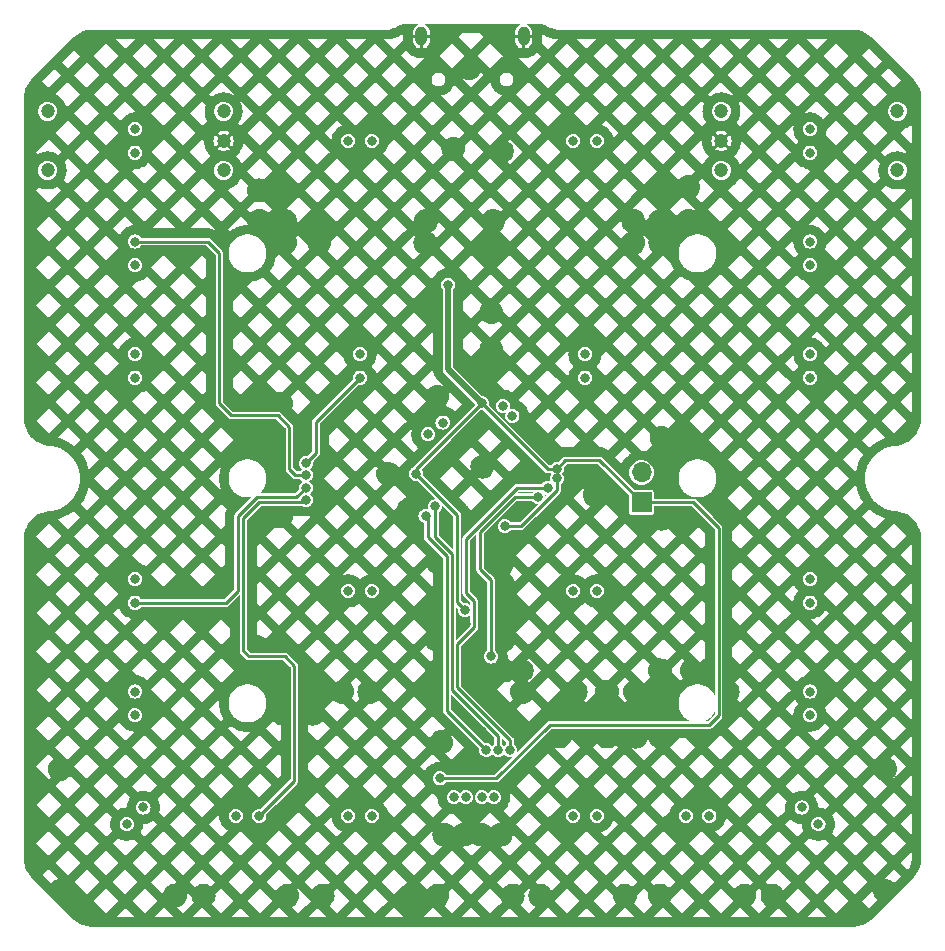
<source format=gbr>
%TF.GenerationSoftware,KiCad,Pcbnew,8.0.8*%
%TF.CreationDate,2025-03-01T19:05:43+01:00*%
%TF.ProjectId,numbpad,6e756d62-7061-4642-9e6b-696361645f70,rev?*%
%TF.SameCoordinates,Original*%
%TF.FileFunction,Copper,L3,Inr*%
%TF.FilePolarity,Positive*%
%FSLAX46Y46*%
G04 Gerber Fmt 4.6, Leading zero omitted, Abs format (unit mm)*
G04 Created by KiCad (PCBNEW 8.0.8) date 2025-03-01 19:05:43*
%MOMM*%
%LPD*%
G01*
G04 APERTURE LIST*
%TA.AperFunction,ComponentPad*%
%ADD10C,0.800000*%
%TD*%
%TA.AperFunction,ComponentPad*%
%ADD11C,1.200000*%
%TD*%
%TA.AperFunction,ComponentPad*%
%ADD12R,1.700000X1.700000*%
%TD*%
%TA.AperFunction,ComponentPad*%
%ADD13O,1.700000X1.700000*%
%TD*%
%TA.AperFunction,ComponentPad*%
%ADD14O,1.000000X1.600000*%
%TD*%
%TA.AperFunction,ViaPad*%
%ADD15C,0.800000*%
%TD*%
%TA.AperFunction,Conductor*%
%ADD16C,0.250000*%
%TD*%
%TA.AperFunction,Conductor*%
%ADD17C,0.500000*%
%TD*%
G04 APERTURE END LIST*
D10*
%TO.N,Col 3*%
%TO.C,SW4*%
X162131250Y-128587500D03*
%TO.N,Row 3*%
X160131250Y-128587500D03*
%TD*%
%TO.N,Col 0*%
%TO.C,SW13*%
X114213357Y-127880393D03*
%TO.N,Row 3*%
X112799143Y-129294607D03*
%TD*%
%TO.N,Col 1*%
%TO.C,SW14*%
X133556250Y-128587500D03*
%TO.N,Row 3*%
X131556250Y-128587500D03*
%TD*%
%TO.N,Col 2*%
%TO.C,SW11*%
X152606250Y-109537500D03*
%TO.N,Row 2*%
X150606250Y-109537500D03*
%TD*%
%TO.N,Col 0*%
%TO.C,SW22*%
X122031250Y-128587500D03*
%TO.N,Row 3*%
X124031250Y-128587500D03*
%TD*%
%TO.N,Col 1*%
%TO.C,SW10*%
X131556250Y-109537500D03*
%TO.N,Row 2*%
X133556250Y-109537500D03*
%TD*%
%TO.N,Col 0*%
%TO.C,SW5*%
X113506250Y-89487500D03*
%TO.N,Row 1*%
X113506250Y-91487500D03*
%TD*%
%TO.N,Col 1*%
%TO.C,SW2*%
X131556250Y-71437500D03*
%TO.N,Row 0*%
X133556250Y-71437500D03*
%TD*%
%TO.N,Col 2*%
%TO.C,SW15*%
X150606250Y-128587500D03*
%TO.N,Row 3*%
X152606250Y-128587500D03*
%TD*%
%TO.N,Col 3*%
%TO.C,SW21*%
X170656250Y-120062500D03*
%TO.N,Row 2*%
X170656250Y-118062500D03*
%TD*%
D11*
%TO.N,Col 3*%
%TO.C,SW23*%
X178056250Y-68937500D03*
D10*
X170656250Y-70437500D03*
%TO.N,Row 0*%
X170656250Y-72437500D03*
D11*
X178056250Y-73937500D03*
%TO.N,rotC*%
X163156250Y-73937500D03*
%TO.N,rotD*%
X163156250Y-68937500D03*
%TO.N,GND*%
X163156250Y-71437500D03*
%TD*%
D10*
%TO.N,Col 2*%
%TO.C,SW7*%
X151606250Y-89487500D03*
%TO.N,Row 1*%
X151606250Y-91487500D03*
%TD*%
%TO.N,Col 0*%
%TO.C,SW18*%
X113506250Y-81962500D03*
%TO.N,Row 0*%
X113506250Y-79962500D03*
%TD*%
%TO.N,Col 3*%
%TO.C,SW19*%
X170656250Y-81962500D03*
%TO.N,Row 0*%
X170656250Y-79962500D03*
%TD*%
%TO.N,Col 2*%
%TO.C,SW3*%
X152606250Y-71437500D03*
%TO.N,Row 0*%
X150606250Y-71437500D03*
%TD*%
%TO.N,Col 1*%
%TO.C,SW6*%
X132556250Y-89487500D03*
%TO.N,Row 1*%
X132556250Y-91487500D03*
%TD*%
D11*
%TO.N,Row 0*%
%TO.C,SW20*%
X106106250Y-73937500D03*
D10*
X113506250Y-72437500D03*
%TO.N,Col 0*%
X113506250Y-70437500D03*
D11*
X106106250Y-68937500D03*
%TO.N,rotA*%
X121006250Y-68937500D03*
%TO.N,rotB*%
X121006250Y-73937500D03*
%TO.N,GND*%
X121006250Y-71437500D03*
%TD*%
D10*
%TO.N,Col 3*%
%TO.C,SW12*%
X170656250Y-108537500D03*
%TO.N,Row 2*%
X170656250Y-110537500D03*
%TD*%
%TO.N,Col 0*%
%TO.C,SW1*%
X113506250Y-120062500D03*
%TO.N,Row 2*%
X113506250Y-118062500D03*
%TD*%
%TO.N,Col 3*%
%TO.C,SW8*%
X170656250Y-89487500D03*
%TO.N,Row 1*%
X170656250Y-91487500D03*
%TD*%
%TO.N,Col 3*%
%TO.C,SW16*%
X169949143Y-127880393D03*
%TO.N,Row 3*%
X171363357Y-129294607D03*
%TD*%
%TO.N,Col 0*%
%TO.C,SW9*%
X113506250Y-108537500D03*
%TO.N,Row 2*%
X113506250Y-110537500D03*
%TD*%
D12*
%TO.N,+3V3*%
%TO.C,SW17*%
X156393750Y-102056250D03*
D13*
%TO.N,BOOT0*%
X156393750Y-99516250D03*
%TD*%
D14*
%TO.N,GND*%
%TO.C,USB1*%
X137761250Y-62582000D03*
X146401250Y-62582000D03*
%TD*%
D15*
%TO.N,GND*%
X157986742Y-80046713D03*
X158102921Y-96591440D03*
X128560169Y-119924867D03*
X140462439Y-72115502D03*
X125849407Y-98713618D03*
X158102921Y-98687753D03*
X170656250Y-128587500D03*
X165100000Y-135335746D03*
X142875000Y-121443750D03*
X144555128Y-72302890D03*
X143461949Y-107424502D03*
X142875000Y-109537500D03*
X153465203Y-121869115D03*
X144810011Y-116280637D03*
X160642115Y-116280637D03*
X141789150Y-65266100D03*
X145470489Y-135335746D03*
X125849407Y-100336735D03*
X133350000Y-118088199D03*
X143673407Y-90874178D03*
X138151261Y-78220707D03*
X123911461Y-96591440D03*
X123911461Y-103226375D03*
X163687782Y-116280637D03*
X167481250Y-135335746D03*
X141511520Y-112325933D03*
X150812500Y-118088199D03*
X163687782Y-118088199D03*
X149441651Y-120059630D03*
X141287500Y-130175000D03*
X129064575Y-78220707D03*
X116878379Y-135335746D03*
X136722129Y-135335746D03*
X125993783Y-118088199D03*
X145902294Y-103109402D03*
X144659629Y-111352137D03*
X143673407Y-89127137D03*
X157949217Y-116280637D03*
X107156250Y-124618750D03*
X143822948Y-78220707D03*
X139103379Y-135335746D03*
X155702993Y-78220707D03*
X153461872Y-120059630D03*
X127892508Y-96591440D03*
X154978379Y-135335746D03*
X157956250Y-135335746D03*
X113506250Y-128587500D03*
X139103379Y-93095887D03*
X162032296Y-116280637D03*
X139421674Y-122352924D03*
X129381250Y-135335746D03*
X142915704Y-99022551D03*
X143673407Y-85952137D03*
X124022129Y-75633387D03*
X155875557Y-120059630D03*
X126199219Y-75633387D03*
X138095928Y-80046713D03*
X146247129Y-116280637D03*
X143072129Y-116280637D03*
X141006260Y-83644850D03*
X157986742Y-75366998D03*
X142875000Y-130175000D03*
X139103378Y-116280637D03*
X152390997Y-100424844D03*
X125849407Y-103238671D03*
X136722129Y-102620887D03*
X123798886Y-116280637D03*
X160347639Y-78220707D03*
X152400000Y-99218750D03*
X142295737Y-115462072D03*
X157986742Y-78220707D03*
X177006250Y-134937500D03*
X134937500Y-99618750D03*
X139103379Y-113733387D03*
X144659629Y-113733387D03*
X139153314Y-107099528D03*
X152434072Y-101415564D03*
X131065030Y-118088199D03*
X139700000Y-130175000D03*
X126049116Y-114272087D03*
X155892469Y-121880308D03*
X129113380Y-80046713D03*
X125849407Y-93693108D03*
X126049116Y-116280637D03*
X146285628Y-118088199D03*
X149442492Y-121869115D03*
X107156250Y-134937500D03*
X160365447Y-103414637D03*
X144462500Y-130175000D03*
X124022129Y-78220707D03*
X126403379Y-135335746D03*
X157949217Y-121869115D03*
X160365447Y-96591440D03*
X139103379Y-118088199D03*
X139103379Y-111352137D03*
X158102921Y-101033387D03*
X125849407Y-96591440D03*
X147834629Y-135335746D03*
X119306589Y-135335746D03*
X153448377Y-118088199D03*
X144659629Y-108970887D03*
X139103379Y-85952137D03*
X126001561Y-119915563D03*
X142574146Y-90862556D03*
X144474207Y-107424502D03*
X160347639Y-75342596D03*
X151685617Y-120059630D03*
X139709462Y-104147410D03*
X128550451Y-118088199D03*
X155858181Y-118088199D03*
X123798886Y-114272087D03*
X126199219Y-80046713D03*
X155702993Y-80046713D03*
X157949217Y-118088199D03*
X123911461Y-93693108D03*
X177006250Y-124618750D03*
X157949217Y-120059630D03*
X143850614Y-80046713D03*
X126199219Y-78220707D03*
X158102921Y-103414637D03*
%TO.N,+3V3*%
X139306250Y-125412500D03*
X144807031Y-104064219D03*
X137318750Y-99618750D03*
X149225000Y-100012500D03*
X141451986Y-111166484D03*
X142875000Y-93662500D03*
X140006570Y-83619858D03*
X149225000Y-99218750D03*
%TO.N,Row 0*%
X127968108Y-99727137D03*
%TO.N,Row 3*%
X127977563Y-101827137D03*
%TO.N,Row 1*%
X127963373Y-98727146D03*
%TO.N,Row 2*%
X127968108Y-100806250D03*
%TO.N,Col 0*%
X141505801Y-127012548D03*
%TO.N,Col 1*%
X140493750Y-127000000D03*
%TO.N,Col 2*%
X143874503Y-127000000D03*
%TO.N,Col 3*%
X142875000Y-127000000D03*
%TO.N,APLEX_EN_PIN_0*%
X143668750Y-115093750D03*
X147637500Y-101600000D03*
%TO.N,AMUX_SEL_2*%
X148431250Y-100806250D03*
X145256250Y-123031250D03*
%TO.N,AMUX_SEL_1*%
X138906250Y-102393750D03*
X144256747Y-123031250D03*
%TO.N,AMUX_SEL_0*%
X143257244Y-123031250D03*
X138112500Y-103187500D03*
%TO.N,rotA*%
X139548614Y-95286847D03*
%TO.N,rotB*%
X138309629Y-96270887D03*
%TO.N,rotC*%
X144659629Y-93889637D03*
%TO.N,rotD*%
X145453379Y-94717109D03*
%TD*%
D16*
%TO.N,+3V3*%
X162915879Y-104208387D02*
X162915879Y-120083387D01*
X149225000Y-101037805D02*
X146198586Y-104064219D01*
X148628379Y-120877137D02*
X162122129Y-120877137D01*
X160763742Y-102056250D02*
X162915879Y-104208387D01*
X148628379Y-120877137D02*
X144093016Y-125412500D01*
D17*
X140006570Y-90794070D02*
X142875000Y-93662500D01*
D16*
X156393750Y-102056250D02*
X160763742Y-102056250D01*
X140797129Y-103097129D02*
X140797129Y-103981250D01*
X141451986Y-111166484D02*
X140797129Y-110511627D01*
X142875000Y-93662500D02*
X137318750Y-99218750D01*
X162122129Y-120877137D02*
X162915879Y-120083387D01*
X149950000Y-98493750D02*
X152831250Y-98493750D01*
X142875000Y-93662500D02*
X148431250Y-99218750D01*
D17*
X140006570Y-83619858D02*
X140006570Y-90794070D01*
D16*
X149225000Y-99218750D02*
X149225000Y-100012500D01*
X137318750Y-99218750D02*
X137318750Y-99618750D01*
X146198586Y-104064219D02*
X144807031Y-104064219D01*
X144093016Y-125412500D02*
X139306250Y-125412500D01*
X140797129Y-110511627D02*
X140797129Y-103981250D01*
X152831250Y-98493750D02*
X156393750Y-102056250D01*
X148431250Y-99218750D02*
X149225000Y-99218750D01*
X149225000Y-99218750D02*
X149950000Y-98493750D01*
X149225000Y-100012500D02*
X149225000Y-101037805D01*
X137318750Y-99618750D02*
X140797129Y-103097129D01*
%TO.N,Row 0*%
X121670887Y-94683387D02*
X120650000Y-93662500D01*
X126574407Y-95648165D02*
X126574407Y-98425000D01*
X126574407Y-99218750D02*
X127082794Y-99727137D01*
X125609629Y-94683387D02*
X126574407Y-95648165D01*
X125609629Y-94683387D02*
X121670887Y-94683387D01*
X119650000Y-79962500D02*
X120650000Y-80962500D01*
X127082794Y-99727137D02*
X127968108Y-99727137D01*
X126574407Y-98425000D02*
X126574407Y-99218750D01*
X120650000Y-93662500D02*
X120650000Y-80962500D01*
X113506250Y-79962500D02*
X119650000Y-79962500D01*
%TO.N,Row 3*%
X126206250Y-115093750D02*
X123146387Y-115093750D01*
X123146387Y-115093750D02*
X122687500Y-114634863D01*
X122687500Y-114634863D02*
X122687500Y-103373896D01*
X127000000Y-125618750D02*
X127000000Y-115887500D01*
X125412500Y-102050000D02*
X126714348Y-102050000D01*
X122687500Y-103373896D02*
X124011396Y-102050000D01*
X124011396Y-102050000D02*
X125412500Y-102050000D01*
X125412500Y-102050000D02*
X127754700Y-102050000D01*
X124031250Y-128587500D02*
X127000000Y-125618750D01*
X127000000Y-115887500D02*
X126206250Y-115093750D01*
X127754700Y-102050000D02*
X127977563Y-101827137D01*
%TO.N,Row 1*%
X128426509Y-98264009D02*
X128823384Y-97867134D01*
X128823384Y-95220366D02*
X128823384Y-97867134D01*
X128426509Y-98264009D02*
X127963373Y-98727146D01*
X132556250Y-91487500D02*
X128823384Y-95220366D01*
%TO.N,Row 2*%
X125412500Y-101600000D02*
X127174358Y-101600000D01*
X122237500Y-103187500D02*
X123825000Y-101600000D01*
X123825000Y-101600000D02*
X125412500Y-101600000D01*
X122237500Y-109537500D02*
X122237500Y-103187500D01*
X125412500Y-101600000D02*
X126154358Y-101600000D01*
X127174358Y-101600000D02*
X127968108Y-100806250D01*
X121237500Y-110537500D02*
X122237500Y-109537500D01*
X113506250Y-110537500D02*
X121237500Y-110537500D01*
%TO.N,APLEX_EN_PIN_0*%
X145680516Y-101600000D02*
X147637500Y-101600000D01*
X142736949Y-104543567D02*
X145680516Y-101600000D01*
X142736949Y-107724807D02*
X142736949Y-104543567D01*
X143668750Y-108656608D02*
X142736949Y-107724807D01*
X143668750Y-115093750D02*
X143668750Y-108656608D01*
%TO.N,AMUX_SEL_2*%
X145256250Y-122163299D02*
X140797129Y-117704178D01*
X141537754Y-109711512D02*
X141537754Y-105106366D01*
X142236520Y-110410278D02*
X141537754Y-109711512D01*
X140797129Y-114065629D02*
X142236520Y-112626238D01*
X145256250Y-123031250D02*
X145256250Y-122163299D01*
X141537754Y-105106366D02*
X145837870Y-100806250D01*
X142236520Y-112626238D02*
X142236520Y-110410278D01*
X145837870Y-100806250D02*
X148431250Y-100806250D01*
X140797129Y-117704178D02*
X140797129Y-114065629D01*
%TO.N,AMUX_SEL_1*%
X144256747Y-123031250D02*
X144256747Y-121800192D01*
X140347129Y-117890574D02*
X140347129Y-106403241D01*
X138906250Y-104962362D02*
X138906250Y-102393750D01*
X140347129Y-106403241D02*
X138906250Y-104962362D01*
X144256747Y-121800192D02*
X140347129Y-117890574D01*
%TO.N,AMUX_SEL_0*%
X139897129Y-119671135D02*
X139897129Y-106589637D01*
X138309629Y-105002137D02*
X138309629Y-103384629D01*
X138309629Y-103384629D02*
X138112500Y-103187500D01*
X143257244Y-123031250D02*
X139897129Y-119671135D01*
X139897129Y-106589637D02*
X138309629Y-105002137D01*
%TD*%
%TA.AperFunction,Conductor*%
%TO.N,GND*%
G36*
X152699791Y-98822618D02*
G01*
X155339882Y-101462708D01*
X155343250Y-101470840D01*
X155343250Y-102925998D01*
X155354883Y-102984481D01*
X155369654Y-103006588D01*
X155399196Y-103050800D01*
X155399199Y-103050803D01*
X155404397Y-103054276D01*
X155465519Y-103095117D01*
X155524002Y-103106750D01*
X155524004Y-103106750D01*
X157263496Y-103106750D01*
X157263498Y-103106750D01*
X157321981Y-103095117D01*
X157388302Y-103050802D01*
X157432617Y-102984481D01*
X157444250Y-102925998D01*
X157444250Y-102393250D01*
X157447618Y-102385118D01*
X157455750Y-102381750D01*
X160624151Y-102381750D01*
X160632283Y-102385118D01*
X162587011Y-104339846D01*
X162590379Y-104347978D01*
X162590379Y-118352896D01*
X162587011Y-118361028D01*
X162578879Y-118364396D01*
X162570747Y-118361028D01*
X162568632Y-118358117D01*
X162563001Y-118347067D01*
X162500120Y-118223655D01*
X162352043Y-118019844D01*
X162173906Y-117841707D01*
X161970095Y-117693630D01*
X161745629Y-117579259D01*
X161745628Y-117579258D01*
X161745625Y-117579257D01*
X161506032Y-117501409D01*
X161257214Y-117462000D01*
X161257212Y-117462000D01*
X161005288Y-117462000D01*
X161005286Y-117462000D01*
X160756467Y-117501409D01*
X160516874Y-117579257D01*
X160292403Y-117693631D01*
X160088594Y-117841707D01*
X159910457Y-118019844D01*
X159762381Y-118223653D01*
X159648007Y-118448124D01*
X159570159Y-118687717D01*
X159530750Y-118936535D01*
X159530750Y-119188464D01*
X159570159Y-119437282D01*
X159648007Y-119676875D01*
X159648008Y-119676878D01*
X159648009Y-119676879D01*
X159762380Y-119901345D01*
X159910457Y-120105156D01*
X160088594Y-120283293D01*
X160292405Y-120431370D01*
X160485764Y-120529891D01*
X160491479Y-120536583D01*
X160490789Y-120545358D01*
X160484096Y-120551074D01*
X160480542Y-120551637D01*
X148585526Y-120551637D01*
X148502745Y-120573817D01*
X148502735Y-120573821D01*
X148428517Y-120616671D01*
X145862841Y-123182346D01*
X145854709Y-123185714D01*
X145846577Y-123182346D01*
X145843209Y-123174214D01*
X145843305Y-123172730D01*
X145861932Y-123031250D01*
X145841294Y-122874488D01*
X145780786Y-122728409D01*
X145684532Y-122602968D01*
X145586249Y-122527552D01*
X145581848Y-122519929D01*
X145581750Y-122518428D01*
X145581750Y-122120446D01*
X145559569Y-122037666D01*
X145559568Y-122037661D01*
X145516715Y-121963437D01*
X145456112Y-121902834D01*
X143081924Y-119528646D01*
X145781562Y-119528646D01*
X146843637Y-120590720D01*
X147905710Y-119528646D01*
X147085298Y-118708234D01*
X147005046Y-118806022D01*
X147003452Y-118807617D01*
X146851183Y-118932582D01*
X146849308Y-118933834D01*
X146675584Y-119026691D01*
X146673501Y-119027554D01*
X146485000Y-119084735D01*
X146482789Y-119085175D01*
X146286755Y-119104483D01*
X146284501Y-119104483D01*
X146212789Y-119097419D01*
X145781562Y-119528646D01*
X143081924Y-119528646D01*
X141455578Y-117902300D01*
X144155217Y-117902300D01*
X145217290Y-118964374D01*
X145480310Y-118701354D01*
X145441245Y-118653754D01*
X145439993Y-118651879D01*
X145347136Y-118478155D01*
X145346273Y-118476072D01*
X145289092Y-118287571D01*
X145288652Y-118285360D01*
X145269344Y-118089326D01*
X145269344Y-118087072D01*
X145287543Y-117902301D01*
X147407909Y-117902301D01*
X148469982Y-118964374D01*
X149532056Y-117902301D01*
X148469982Y-116840227D01*
X147407909Y-117902301D01*
X145287543Y-117902301D01*
X145288652Y-117891038D01*
X145289092Y-117888827D01*
X145346273Y-117700326D01*
X145347136Y-117698243D01*
X145439993Y-117524519D01*
X145441245Y-117522644D01*
X145566210Y-117370375D01*
X145567804Y-117368781D01*
X145665591Y-117288527D01*
X145445054Y-117067990D01*
X145375566Y-117125020D01*
X145373691Y-117126272D01*
X145199967Y-117219129D01*
X145197884Y-117219992D01*
X145009383Y-117277173D01*
X145007172Y-117277613D01*
X144811138Y-117296921D01*
X144808884Y-117296921D01*
X144764926Y-117292591D01*
X144155217Y-117902300D01*
X141455578Y-117902300D01*
X141125997Y-117572719D01*
X141122629Y-117564587D01*
X141122629Y-114205220D01*
X141125997Y-114197088D01*
X141770416Y-113552669D01*
X142496985Y-112826100D01*
X142539838Y-112751877D01*
X142562020Y-112669091D01*
X142562020Y-112583385D01*
X142562020Y-110367425D01*
X142539838Y-110284640D01*
X142496985Y-110210416D01*
X142436382Y-110149813D01*
X141866622Y-109580053D01*
X141863254Y-109571921D01*
X141863254Y-105245957D01*
X141866622Y-105237825D01*
X142391817Y-104712630D01*
X142399949Y-104709262D01*
X142408081Y-104712630D01*
X142411449Y-104720762D01*
X142411449Y-107767659D01*
X142433629Y-107850440D01*
X142433633Y-107850450D01*
X142476483Y-107924668D01*
X143339882Y-108788066D01*
X143343250Y-108796198D01*
X143343250Y-114580928D01*
X143339882Y-114589060D01*
X143338751Y-114590052D01*
X143261136Y-114649609D01*
X143240468Y-114665468D01*
X143144214Y-114790909D01*
X143083706Y-114936988D01*
X143063068Y-115093750D01*
X143083706Y-115250512D01*
X143144214Y-115396591D01*
X143240468Y-115522032D01*
X143365909Y-115618286D01*
X143511988Y-115678794D01*
X143668750Y-115699432D01*
X143825512Y-115678794D01*
X143971591Y-115618286D01*
X144097032Y-115522032D01*
X144193286Y-115396591D01*
X144253794Y-115250512D01*
X144274432Y-115093750D01*
X144253794Y-114936988D01*
X144193286Y-114790909D01*
X144111193Y-114683923D01*
X145010639Y-114683923D01*
X145017638Y-114704544D01*
X145017856Y-114705264D01*
X145031375Y-114755734D01*
X145031546Y-114756467D01*
X145041436Y-114806201D01*
X145041559Y-114806943D01*
X145069015Y-115015490D01*
X145069088Y-115016239D01*
X145072407Y-115066873D01*
X145072432Y-115067625D01*
X145072432Y-115119875D01*
X145072407Y-115120627D01*
X145069088Y-115171261D01*
X145069015Y-115172010D01*
X145052533Y-115297190D01*
X145197884Y-115341282D01*
X145199967Y-115342145D01*
X145373691Y-115435002D01*
X145375565Y-115436254D01*
X145439912Y-115489061D01*
X145559559Y-115369414D01*
X146688102Y-115369414D01*
X146810809Y-115435002D01*
X146812684Y-115436254D01*
X146964953Y-115561219D01*
X146966547Y-115562813D01*
X147091512Y-115715082D01*
X147092764Y-115716957D01*
X147185621Y-115890681D01*
X147186484Y-115892764D01*
X147243665Y-116081265D01*
X147244105Y-116083476D01*
X147263413Y-116279510D01*
X147263413Y-116281764D01*
X147244105Y-116477798D01*
X147243665Y-116480009D01*
X147186484Y-116668510D01*
X147185621Y-116670593D01*
X147092764Y-116844317D01*
X147091512Y-116846192D01*
X146966547Y-116998461D01*
X146964953Y-117000055D01*
X146812684Y-117125020D01*
X146810809Y-117126272D01*
X146721274Y-117174128D01*
X146849308Y-117242564D01*
X146851183Y-117243816D01*
X146898783Y-117282881D01*
X147905709Y-116275955D01*
X149034254Y-116275955D01*
X150096328Y-117338029D01*
X150211246Y-117223111D01*
X151339788Y-117223111D01*
X151376180Y-117242564D01*
X151378055Y-117243816D01*
X151530324Y-117368781D01*
X151531918Y-117370375D01*
X151656883Y-117522644D01*
X151658135Y-117524519D01*
X151750992Y-117698243D01*
X151751855Y-117700326D01*
X151809036Y-117888827D01*
X151809476Y-117891038D01*
X151828784Y-118087072D01*
X151828784Y-118089326D01*
X151809476Y-118285360D01*
X151809036Y-118287571D01*
X151751855Y-118476072D01*
X151750992Y-118478155D01*
X151658135Y-118651879D01*
X151656883Y-118653754D01*
X151546523Y-118788224D01*
X151722673Y-118964374D01*
X152446942Y-118240105D01*
X152432093Y-118089326D01*
X152432093Y-118087072D01*
X152451401Y-117891038D01*
X152451841Y-117888827D01*
X152509022Y-117700326D01*
X152509885Y-117698243D01*
X152534547Y-117652100D01*
X152405203Y-117522756D01*
X154292834Y-117522756D01*
X154294012Y-117524519D01*
X154386869Y-117698243D01*
X154387732Y-117700326D01*
X154444913Y-117888827D01*
X154445353Y-117891038D01*
X154464661Y-118087072D01*
X154464661Y-118089326D01*
X154445353Y-118285360D01*
X154444913Y-118287571D01*
X154410849Y-118399859D01*
X154975364Y-118964374D01*
X155136488Y-118803250D01*
X155013798Y-118653754D01*
X155012546Y-118651879D01*
X154919689Y-118478155D01*
X154918826Y-118476072D01*
X154861645Y-118287571D01*
X154861205Y-118285360D01*
X154841897Y-118089326D01*
X154841897Y-118087072D01*
X154861205Y-117891038D01*
X154861645Y-117888827D01*
X154918826Y-117700326D01*
X154919689Y-117698243D01*
X155012546Y-117524519D01*
X155013798Y-117522644D01*
X155138763Y-117370375D01*
X155140357Y-117368781D01*
X155292626Y-117243816D01*
X155294501Y-117242564D01*
X155348720Y-117213582D01*
X154975364Y-116840226D01*
X154292834Y-117522756D01*
X152405203Y-117522756D01*
X151722673Y-116840226D01*
X151339788Y-117223111D01*
X150211246Y-117223111D01*
X151158402Y-116275955D01*
X152286945Y-116275955D01*
X153136715Y-117125725D01*
X153249005Y-117091663D01*
X153251216Y-117091223D01*
X153447250Y-117071915D01*
X153449504Y-117071915D01*
X153600282Y-117086764D01*
X154411091Y-116275955D01*
X155539637Y-116275955D01*
X156601710Y-117338028D01*
X157100739Y-116838999D01*
X157010725Y-116670593D01*
X157009862Y-116668510D01*
X156952681Y-116480009D01*
X156952241Y-116477798D01*
X156932933Y-116281764D01*
X156932933Y-116279510D01*
X156948779Y-116118626D01*
X158949655Y-116118626D01*
X158965501Y-116279510D01*
X158965501Y-116281764D01*
X158950494Y-116434121D01*
X159673372Y-117156999D01*
X159836101Y-117038772D01*
X159836473Y-117038513D01*
X159861927Y-117021513D01*
X159862310Y-117021268D01*
X159889041Y-117004905D01*
X159889428Y-117004678D01*
X159915720Y-116989960D01*
X159797732Y-116846192D01*
X159796480Y-116844317D01*
X159703623Y-116670593D01*
X159702760Y-116668510D01*
X159645579Y-116480009D01*
X159645139Y-116477798D01*
X159625831Y-116281764D01*
X159625831Y-116279510D01*
X159645139Y-116083476D01*
X159645579Y-116081265D01*
X159702760Y-115892764D01*
X159703623Y-115890681D01*
X159796480Y-115716957D01*
X159797732Y-115715082D01*
X159922697Y-115562813D01*
X159924291Y-115561219D01*
X160076560Y-115436254D01*
X160076688Y-115436167D01*
X159854401Y-115213880D01*
X158949655Y-116118626D01*
X156948779Y-116118626D01*
X156952241Y-116083476D01*
X156952681Y-116081265D01*
X157009862Y-115892764D01*
X157010725Y-115890681D01*
X157103582Y-115716957D01*
X157104064Y-115716234D01*
X156601711Y-115213881D01*
X155539637Y-116275955D01*
X154411091Y-116275955D01*
X154411092Y-116275954D01*
X153349019Y-115213881D01*
X152286945Y-116275955D01*
X151158402Y-116275955D01*
X150096328Y-115213881D01*
X149034254Y-116275955D01*
X147905709Y-116275955D01*
X147905710Y-116275954D01*
X146843636Y-115213880D01*
X146688102Y-115369414D01*
X145559559Y-115369414D01*
X146279363Y-114649610D01*
X147407909Y-114649610D01*
X148469982Y-115711683D01*
X149532056Y-114649610D01*
X150660600Y-114649610D01*
X151722674Y-115711684D01*
X152784748Y-114649610D01*
X153913291Y-114649610D01*
X154975365Y-115711684D01*
X156037439Y-114649610D01*
X157165982Y-114649610D01*
X157795730Y-115279358D01*
X157948090Y-115264353D01*
X157950344Y-115264353D01*
X158146378Y-115283661D01*
X158148589Y-115284101D01*
X158337090Y-115341282D01*
X158339173Y-115342145D01*
X158507579Y-115432159D01*
X159290129Y-114649609D01*
X160418673Y-114649609D01*
X161202080Y-115433016D01*
X161205796Y-115435003D01*
X161207670Y-115436254D01*
X161337205Y-115542561D01*
X161466741Y-115436254D01*
X161468616Y-115435002D01*
X161642340Y-115342145D01*
X161644423Y-115341282D01*
X161792379Y-115296399D01*
X161792379Y-113899168D01*
X161480747Y-113587536D01*
X160418673Y-114649609D01*
X159290129Y-114649609D01*
X158228056Y-113587536D01*
X157165982Y-114649610D01*
X156037439Y-114649610D01*
X154975365Y-113587536D01*
X153913291Y-114649610D01*
X152784748Y-114649610D01*
X151722674Y-113587536D01*
X150660600Y-114649610D01*
X149532056Y-114649610D01*
X148469982Y-113587536D01*
X147407909Y-114649610D01*
X146279363Y-114649610D01*
X146279364Y-114649609D01*
X145634368Y-114004613D01*
X145598984Y-114121260D01*
X145598121Y-114123343D01*
X145505264Y-114297067D01*
X145504012Y-114298942D01*
X145379047Y-114451211D01*
X145377453Y-114452805D01*
X145225184Y-114577770D01*
X145223309Y-114579022D01*
X145049585Y-114671879D01*
X145047502Y-114672742D01*
X145010639Y-114683923D01*
X144111193Y-114683923D01*
X144097032Y-114665468D01*
X144021435Y-114607459D01*
X143998749Y-114590052D01*
X143994348Y-114582429D01*
X143994250Y-114580928D01*
X143994250Y-113023264D01*
X145781563Y-113023264D01*
X146843637Y-114085338D01*
X147905711Y-113023264D01*
X149034254Y-113023264D01*
X150096328Y-114085338D01*
X151158402Y-113023264D01*
X152286945Y-113023264D01*
X153349019Y-114085337D01*
X154411093Y-113023264D01*
X155539637Y-113023264D01*
X156601710Y-114085337D01*
X157663784Y-113023264D01*
X158792328Y-113023264D01*
X159854402Y-114085338D01*
X160916476Y-113023264D01*
X159854402Y-111961190D01*
X158792328Y-113023264D01*
X157663784Y-113023264D01*
X156601710Y-111961190D01*
X155539637Y-113023264D01*
X154411093Y-113023264D01*
X153349019Y-111961190D01*
X152286945Y-113023264D01*
X151158402Y-113023264D01*
X150096328Y-111961190D01*
X149034254Y-113023264D01*
X147905711Y-113023264D01*
X146843637Y-111961190D01*
X145781563Y-113023264D01*
X143994250Y-113023264D01*
X143994250Y-111396918D01*
X147407909Y-111396918D01*
X148469982Y-112458992D01*
X149532056Y-111396918D01*
X150660599Y-111396918D01*
X151722674Y-112458992D01*
X152784747Y-111396918D01*
X153913291Y-111396918D01*
X154975365Y-112458992D01*
X156037438Y-111396918D01*
X157165982Y-111396918D01*
X158228056Y-112458992D01*
X159290129Y-111396918D01*
X160418673Y-111396918D01*
X161480747Y-112458992D01*
X161792379Y-112147360D01*
X161792379Y-110646477D01*
X161480747Y-110334845D01*
X160418673Y-111396918D01*
X159290129Y-111396918D01*
X158228056Y-110334845D01*
X157165982Y-111396918D01*
X156037438Y-111396918D01*
X154975365Y-110334845D01*
X153913291Y-111396918D01*
X152784747Y-111396918D01*
X152292879Y-110905050D01*
X152268967Y-110900296D01*
X152268234Y-110900125D01*
X152217764Y-110886606D01*
X152217044Y-110886388D01*
X152168963Y-110870069D01*
X152168258Y-110869804D01*
X151973893Y-110789295D01*
X151973208Y-110788984D01*
X151927703Y-110766544D01*
X151927039Y-110766189D01*
X151881790Y-110740065D01*
X151881151Y-110739668D01*
X151838959Y-110711477D01*
X151838347Y-110711039D01*
X151671452Y-110582977D01*
X151670870Y-110582499D01*
X151632719Y-110549041D01*
X151632170Y-110548527D01*
X151606250Y-110522607D01*
X151580330Y-110548527D01*
X151579781Y-110549041D01*
X151541630Y-110582499D01*
X151541048Y-110582977D01*
X151374153Y-110711039D01*
X151373541Y-110711477D01*
X151331349Y-110739668D01*
X151330710Y-110740065D01*
X151299346Y-110758171D01*
X150660599Y-111396918D01*
X149532056Y-111396918D01*
X148469982Y-110334845D01*
X147407909Y-111396918D01*
X143994250Y-111396918D01*
X143994250Y-109770573D01*
X145781563Y-109770573D01*
X146843637Y-110832647D01*
X147905711Y-109770573D01*
X147672638Y-109537500D01*
X150000568Y-109537500D01*
X150021206Y-109694262D01*
X150081714Y-109840341D01*
X150177968Y-109965782D01*
X150303409Y-110062036D01*
X150449488Y-110122544D01*
X150606250Y-110143182D01*
X150763012Y-110122544D01*
X150909091Y-110062036D01*
X151034532Y-109965782D01*
X151130786Y-109840341D01*
X151191294Y-109694262D01*
X151211932Y-109537500D01*
X152000568Y-109537500D01*
X152021206Y-109694262D01*
X152081714Y-109840341D01*
X152177968Y-109965782D01*
X152303409Y-110062036D01*
X152449488Y-110122544D01*
X152606250Y-110143182D01*
X152763012Y-110122544D01*
X152909091Y-110062036D01*
X153034532Y-109965782D01*
X153130786Y-109840341D01*
X153159685Y-109770573D01*
X155539637Y-109770573D01*
X156601710Y-110832646D01*
X157663784Y-109770573D01*
X158792328Y-109770573D01*
X159854402Y-110832647D01*
X160916476Y-109770573D01*
X159854402Y-108708499D01*
X158792328Y-109770573D01*
X157663784Y-109770573D01*
X156601710Y-108708499D01*
X155539637Y-109770573D01*
X153159685Y-109770573D01*
X153191294Y-109694262D01*
X153211932Y-109537500D01*
X153191294Y-109380738D01*
X153130786Y-109234659D01*
X153034532Y-109109218D01*
X152909091Y-109012964D01*
X152763012Y-108952456D01*
X152606250Y-108931818D01*
X152449488Y-108952456D01*
X152303409Y-109012964D01*
X152177968Y-109109218D01*
X152081714Y-109234659D01*
X152021206Y-109380738D01*
X152000568Y-109537500D01*
X151211932Y-109537500D01*
X151191294Y-109380738D01*
X151130786Y-109234659D01*
X151034532Y-109109218D01*
X150909091Y-109012964D01*
X150763012Y-108952456D01*
X150606250Y-108931818D01*
X150449488Y-108952456D01*
X150303409Y-109012964D01*
X150177968Y-109109218D01*
X150081714Y-109234659D01*
X150021206Y-109380738D01*
X150000568Y-109537500D01*
X147672638Y-109537500D01*
X146843637Y-108708499D01*
X145781563Y-109770573D01*
X143994250Y-109770573D01*
X143994250Y-108700394D01*
X143994251Y-108700381D01*
X143994251Y-108613755D01*
X143986014Y-108583014D01*
X143972068Y-108530970D01*
X143941596Y-108478191D01*
X143929215Y-108456746D01*
X143868612Y-108396143D01*
X143868609Y-108396141D01*
X143591897Y-108119429D01*
X145212415Y-108119429D01*
X145223309Y-108125252D01*
X145225184Y-108126504D01*
X145377453Y-108251469D01*
X145379047Y-108253063D01*
X145504012Y-108405332D01*
X145505264Y-108407207D01*
X145598121Y-108580931D01*
X145598984Y-108583014D01*
X145655213Y-108768377D01*
X146279363Y-108144227D01*
X147407909Y-108144227D01*
X148469982Y-109206300D01*
X149532056Y-108144227D01*
X149524000Y-108136171D01*
X150668655Y-108136171D01*
X150683761Y-108137162D01*
X150684510Y-108137235D01*
X150893057Y-108164691D01*
X150893799Y-108164814D01*
X150943533Y-108174704D01*
X150944266Y-108174875D01*
X150994736Y-108188394D01*
X150995456Y-108188612D01*
X151043537Y-108204931D01*
X151044242Y-108205196D01*
X151238607Y-108285705D01*
X151239292Y-108286016D01*
X151284797Y-108308456D01*
X151285461Y-108308811D01*
X151330710Y-108334935D01*
X151331349Y-108335332D01*
X151373541Y-108363523D01*
X151374153Y-108363961D01*
X151541048Y-108492023D01*
X151541630Y-108492501D01*
X151579781Y-108525959D01*
X151580330Y-108526473D01*
X151606250Y-108552393D01*
X151632170Y-108526473D01*
X151632719Y-108525959D01*
X151670870Y-108492501D01*
X151671452Y-108492023D01*
X151838347Y-108363961D01*
X151838959Y-108363523D01*
X151881151Y-108335332D01*
X151881790Y-108334935D01*
X151927039Y-108308811D01*
X151927703Y-108308456D01*
X151973208Y-108286016D01*
X151973893Y-108285705D01*
X152168258Y-108205196D01*
X152168963Y-108204931D01*
X152217044Y-108188612D01*
X152217764Y-108188394D01*
X152268234Y-108174875D01*
X152268967Y-108174704D01*
X152318701Y-108164814D01*
X152319443Y-108164691D01*
X152527990Y-108137235D01*
X152528739Y-108137162D01*
X152579373Y-108133843D01*
X152580125Y-108133818D01*
X152632375Y-108133818D01*
X152633127Y-108133843D01*
X152683761Y-108137162D01*
X152684510Y-108137235D01*
X152779265Y-108149709D01*
X152784748Y-108144227D01*
X153913291Y-108144227D01*
X154975365Y-109206301D01*
X156037438Y-108144227D01*
X157165982Y-108144227D01*
X158228056Y-109206301D01*
X159290129Y-108144227D01*
X160418673Y-108144227D01*
X161480747Y-109206300D01*
X161792379Y-108894669D01*
X161792379Y-107393785D01*
X161480747Y-107082153D01*
X160418673Y-108144227D01*
X159290129Y-108144227D01*
X158228056Y-107082153D01*
X157165982Y-108144227D01*
X156037438Y-108144227D01*
X154975365Y-107082153D01*
X153913291Y-108144227D01*
X152784748Y-108144227D01*
X151722674Y-107082153D01*
X150668655Y-108136171D01*
X149524000Y-108136171D01*
X148469982Y-107082153D01*
X147407909Y-108144227D01*
X146279363Y-108144227D01*
X146279364Y-108144226D01*
X145483058Y-107347921D01*
X145490491Y-107423375D01*
X145490491Y-107425629D01*
X145471183Y-107621663D01*
X145470743Y-107623874D01*
X145413562Y-107812375D01*
X145412699Y-107814458D01*
X145319842Y-107988182D01*
X145318590Y-107990057D01*
X145212415Y-108119429D01*
X143591897Y-108119429D01*
X143065817Y-107593348D01*
X143062449Y-107585216D01*
X143062449Y-106517882D01*
X145781563Y-106517882D01*
X146843637Y-107579956D01*
X147905711Y-106517882D01*
X149034254Y-106517882D01*
X150096328Y-107579956D01*
X151158402Y-106517882D01*
X152286945Y-106517882D01*
X153349019Y-107579955D01*
X154411093Y-106517882D01*
X155539637Y-106517882D01*
X156601710Y-107579955D01*
X157663784Y-106517882D01*
X158792328Y-106517882D01*
X159854402Y-107579956D01*
X160916476Y-106517882D01*
X159854402Y-105455808D01*
X158792328Y-106517882D01*
X157663784Y-106517882D01*
X156601710Y-105455808D01*
X155539637Y-106517882D01*
X154411093Y-106517882D01*
X153349019Y-105455808D01*
X152286945Y-106517882D01*
X151158402Y-106517882D01*
X150096328Y-105455808D01*
X149034254Y-106517882D01*
X147905711Y-106517882D01*
X146843637Y-105455808D01*
X145781563Y-106517882D01*
X143062449Y-106517882D01*
X143062449Y-104891536D01*
X147407909Y-104891536D01*
X148469982Y-105953609D01*
X149532056Y-104891536D01*
X150660600Y-104891536D01*
X151722674Y-105953610D01*
X152784748Y-104891536D01*
X153913291Y-104891536D01*
X154975365Y-105953610D01*
X156037439Y-104891536D01*
X156037438Y-104891535D01*
X157165981Y-104891535D01*
X158228056Y-105953610D01*
X159290130Y-104891536D01*
X159290129Y-104891535D01*
X160418673Y-104891535D01*
X161480747Y-105953609D01*
X161792379Y-105641978D01*
X161792379Y-104673758D01*
X161214415Y-104095794D01*
X160418673Y-104891535D01*
X159290129Y-104891535D01*
X158661560Y-104262966D01*
X158492877Y-104353129D01*
X158490794Y-104353992D01*
X158302293Y-104411173D01*
X158300082Y-104411613D01*
X158104048Y-104430921D01*
X158101794Y-104430921D01*
X157905760Y-104411613D01*
X157903549Y-104411173D01*
X157715048Y-104353992D01*
X157712965Y-104353129D01*
X157707375Y-104350141D01*
X157165981Y-104891535D01*
X156037438Y-104891535D01*
X154975365Y-103829462D01*
X153913291Y-104891536D01*
X152784748Y-104891536D01*
X151722674Y-103829462D01*
X150660600Y-104891536D01*
X149532056Y-104891536D01*
X148469982Y-103829462D01*
X147407909Y-104891536D01*
X143062449Y-104891536D01*
X143062449Y-104683158D01*
X143065817Y-104675026D01*
X145811975Y-101928868D01*
X145820107Y-101925500D01*
X147124679Y-101925500D01*
X147132811Y-101928868D01*
X147133803Y-101929999D01*
X147209218Y-102028282D01*
X147334659Y-102124536D01*
X147480738Y-102185044D01*
X147578409Y-102197902D01*
X147586032Y-102202303D01*
X147588310Y-102210805D01*
X147585040Y-102217436D01*
X146067127Y-103735351D01*
X146058995Y-103738719D01*
X145319852Y-103738719D01*
X145311720Y-103735351D01*
X145310728Y-103734220D01*
X145298873Y-103718771D01*
X145235313Y-103635937D01*
X145109872Y-103539683D01*
X144963793Y-103479175D01*
X144807031Y-103458537D01*
X144650269Y-103479175D01*
X144504190Y-103539683D01*
X144378749Y-103635937D01*
X144282495Y-103761378D01*
X144221987Y-103907457D01*
X144201349Y-104064219D01*
X144221987Y-104220981D01*
X144282495Y-104367060D01*
X144378749Y-104492501D01*
X144504190Y-104588755D01*
X144650269Y-104649263D01*
X144807031Y-104669901D01*
X144963793Y-104649263D01*
X145109872Y-104588755D01*
X145235313Y-104492501D01*
X145310728Y-104394218D01*
X145318351Y-104389817D01*
X145319852Y-104389719D01*
X146241439Y-104389719D01*
X146324225Y-104367537D01*
X146398448Y-104324684D01*
X147457941Y-103265190D01*
X149034254Y-103265190D01*
X150096328Y-104327264D01*
X151158401Y-103265190D01*
X152286945Y-103265190D01*
X153349019Y-104327264D01*
X154411092Y-103265190D01*
X153349019Y-102203117D01*
X152286945Y-103265190D01*
X151158401Y-103265190D01*
X150096328Y-102203117D01*
X149034254Y-103265190D01*
X147457941Y-103265190D01*
X149084285Y-101638844D01*
X150660599Y-101638844D01*
X151722673Y-102700918D01*
X152063442Y-102360149D01*
X152046199Y-102354919D01*
X152044116Y-102354056D01*
X151870392Y-102261199D01*
X151868517Y-102259947D01*
X151716248Y-102134982D01*
X151714654Y-102133388D01*
X151589689Y-101981119D01*
X151588437Y-101979244D01*
X151495580Y-101805520D01*
X151494717Y-101803437D01*
X151437536Y-101614936D01*
X151437096Y-101612725D01*
X151417788Y-101416691D01*
X151417788Y-101414437D01*
X151437096Y-101218403D01*
X151437536Y-101216192D01*
X151494717Y-101027691D01*
X151495580Y-101025608D01*
X151530381Y-100960498D01*
X151463699Y-100835744D01*
X150660599Y-101638844D01*
X149084285Y-101638844D01*
X149423914Y-101299215D01*
X149423919Y-101299212D01*
X149424860Y-101298270D01*
X149424862Y-101298270D01*
X149485465Y-101237667D01*
X149515297Y-101185996D01*
X149528318Y-101163444D01*
X149550501Y-101080658D01*
X149550501Y-100994952D01*
X149550501Y-100994250D01*
X149550500Y-100994238D01*
X149550500Y-100525320D01*
X149553868Y-100517188D01*
X149554991Y-100516202D01*
X149653282Y-100440782D01*
X149749536Y-100315341D01*
X149810044Y-100169262D01*
X149830682Y-100012500D01*
X149810044Y-99855738D01*
X149749536Y-99709659D01*
X149682752Y-99622625D01*
X149680475Y-99614124D01*
X149682753Y-99608624D01*
X149698497Y-99588106D01*
X149749536Y-99521591D01*
X149810044Y-99375512D01*
X149830682Y-99218750D01*
X149814511Y-99095925D01*
X149816789Y-99087424D01*
X149817773Y-99086301D01*
X150081458Y-98822618D01*
X150089590Y-98819250D01*
X152691659Y-98819250D01*
X152699791Y-98822618D01*
G37*
%TD.AperFunction*%
%TA.AperFunction,Conductor*%
G36*
X140242261Y-118246032D02*
G01*
X143927879Y-121931650D01*
X143931247Y-121939782D01*
X143931247Y-122518428D01*
X143927879Y-122526560D01*
X143926748Y-122527552D01*
X143828465Y-122602968D01*
X143766119Y-122684218D01*
X143758496Y-122688619D01*
X143749994Y-122686341D01*
X143747871Y-122684218D01*
X143737125Y-122670214D01*
X143685526Y-122602968D01*
X143560085Y-122506714D01*
X143414006Y-122446206D01*
X143257244Y-122425568D01*
X143257243Y-122425568D01*
X143134421Y-122441737D01*
X143125919Y-122439458D01*
X143124788Y-122438467D01*
X140225997Y-119539676D01*
X140222629Y-119531544D01*
X140222629Y-118254164D01*
X140225997Y-118246032D01*
X140234129Y-118242664D01*
X140242261Y-118246032D01*
G37*
%TD.AperFunction*%
%TA.AperFunction,Conductor*%
G36*
X140692261Y-110867085D02*
G01*
X140859203Y-111034027D01*
X140862571Y-111042159D01*
X140862473Y-111043660D01*
X140846304Y-111166483D01*
X140846304Y-111166484D01*
X140866942Y-111323246D01*
X140927450Y-111469325D01*
X141023704Y-111594766D01*
X141149145Y-111691020D01*
X141295224Y-111751528D01*
X141451986Y-111772166D01*
X141608748Y-111751528D01*
X141754827Y-111691020D01*
X141880268Y-111594766D01*
X141890397Y-111581565D01*
X141898019Y-111577165D01*
X141906521Y-111579443D01*
X141910922Y-111587066D01*
X141911020Y-111588567D01*
X141911020Y-112486647D01*
X141907652Y-112494779D01*
X140692261Y-113710170D01*
X140684129Y-113713538D01*
X140675997Y-113710170D01*
X140672629Y-113702038D01*
X140672629Y-110875217D01*
X140675997Y-110867085D01*
X140684129Y-110863717D01*
X140692261Y-110867085D01*
G37*
%TD.AperFunction*%
%TA.AperFunction,Conductor*%
G36*
X142752174Y-94252010D02*
G01*
X142875000Y-94268182D01*
X142997821Y-94252011D01*
X143006323Y-94254289D01*
X143007454Y-94255281D01*
X148231388Y-99479215D01*
X148305611Y-99522068D01*
X148388397Y-99544250D01*
X148712179Y-99544250D01*
X148720311Y-99547618D01*
X148721303Y-99548749D01*
X148767246Y-99608624D01*
X148769524Y-99617126D01*
X148767246Y-99622626D01*
X148700464Y-99709659D01*
X148639956Y-99855738D01*
X148631469Y-99920207D01*
X148619318Y-100012500D01*
X148639956Y-100169262D01*
X148661472Y-100221206D01*
X148666061Y-100232285D01*
X148666061Y-100241087D01*
X148659837Y-100247311D01*
X148651035Y-100247311D01*
X148588012Y-100221206D01*
X148431250Y-100200568D01*
X148274488Y-100221206D01*
X148128409Y-100281714D01*
X148002968Y-100377968D01*
X147927553Y-100476251D01*
X147919930Y-100480652D01*
X147918429Y-100480750D01*
X145795017Y-100480750D01*
X145712237Y-100502930D01*
X145712227Y-100502934D01*
X145653162Y-100537036D01*
X145638008Y-100545784D01*
X141277288Y-104906504D01*
X141234436Y-104980726D01*
X141234044Y-104982190D01*
X141212254Y-105063513D01*
X141212254Y-109754364D01*
X141234434Y-109837145D01*
X141234438Y-109837155D01*
X141277288Y-109911373D01*
X141907652Y-110541737D01*
X141911020Y-110549869D01*
X141911020Y-110744400D01*
X141907652Y-110752532D01*
X141899520Y-110755900D01*
X141891388Y-110752532D01*
X141890396Y-110751401D01*
X141880268Y-110738202D01*
X141754827Y-110641948D01*
X141608748Y-110581440D01*
X141451986Y-110560802D01*
X141451985Y-110560802D01*
X141329162Y-110576971D01*
X141320660Y-110574692D01*
X141319529Y-110573701D01*
X141125997Y-110380168D01*
X141122629Y-110372036D01*
X141122629Y-103140915D01*
X141122630Y-103140902D01*
X141122630Y-103054276D01*
X141100447Y-102971491D01*
X141100447Y-102971490D01*
X141069729Y-102918286D01*
X141057594Y-102897267D01*
X140996991Y-102836664D01*
X140996988Y-102836662D01*
X139786576Y-101626250D01*
X140915120Y-101626250D01*
X141560861Y-102271991D01*
X141560861Y-102271992D01*
X141640388Y-102351517D01*
X141640904Y-102352068D01*
X141674452Y-102390337D01*
X141674930Y-102390921D01*
X141706724Y-102432388D01*
X141707161Y-102432998D01*
X141728240Y-102464559D01*
X141964600Y-102700919D01*
X143026674Y-101638845D01*
X141964599Y-100576770D01*
X140915120Y-101626250D01*
X139786576Y-101626250D01*
X138160231Y-99999905D01*
X139288775Y-99999905D01*
X140350848Y-101061978D01*
X141400327Y-100012498D01*
X142528871Y-100012498D01*
X143590946Y-101074573D01*
X144653019Y-100012499D01*
X143900649Y-99260129D01*
X143855059Y-99410424D01*
X143854196Y-99412507D01*
X143761339Y-99586231D01*
X143760087Y-99588106D01*
X143635122Y-99740375D01*
X143633528Y-99741969D01*
X143481259Y-99866934D01*
X143479384Y-99868186D01*
X143305660Y-99961043D01*
X143303577Y-99961906D01*
X143115076Y-100019087D01*
X143112865Y-100019527D01*
X142916831Y-100038835D01*
X142914577Y-100038835D01*
X142718543Y-100019527D01*
X142716332Y-100019087D01*
X142567447Y-99973922D01*
X142528871Y-100012498D01*
X141400327Y-100012498D01*
X140338254Y-98950425D01*
X139288775Y-99999905D01*
X138160231Y-99999905D01*
X137911531Y-99751205D01*
X137908163Y-99743073D01*
X137908261Y-99741572D01*
X137908419Y-99740375D01*
X137924432Y-99618750D01*
X137903794Y-99461988D01*
X137843286Y-99315909D01*
X137779362Y-99232602D01*
X137777085Y-99224101D01*
X137780354Y-99217471D01*
X138611671Y-98386154D01*
X140902526Y-98386154D01*
X141964599Y-99448227D01*
X141985261Y-99427565D01*
X141977212Y-99412507D01*
X141976349Y-99410424D01*
X141919168Y-99221923D01*
X141918728Y-99219712D01*
X141899420Y-99023678D01*
X141899420Y-99021424D01*
X141918728Y-98825390D01*
X141919168Y-98823179D01*
X141976349Y-98634678D01*
X141977212Y-98632595D01*
X142070069Y-98458871D01*
X142071321Y-98456996D01*
X142129461Y-98386153D01*
X144155217Y-98386153D01*
X145217291Y-99448227D01*
X146144574Y-98520945D01*
X145082500Y-97458871D01*
X144155217Y-98386153D01*
X142129461Y-98386153D01*
X142196286Y-98304727D01*
X142197880Y-98303133D01*
X142350149Y-98178168D01*
X142352024Y-98176916D01*
X142525748Y-98084059D01*
X142527831Y-98083196D01*
X142678124Y-98037604D01*
X141964600Y-97324080D01*
X140902526Y-98386154D01*
X138611671Y-98386154D01*
X140238018Y-96759807D01*
X142528871Y-96759807D01*
X143590945Y-97821881D01*
X144518228Y-96894599D01*
X143456154Y-95832525D01*
X142528871Y-96759807D01*
X140238018Y-96759807D01*
X142742545Y-94255280D01*
X142750676Y-94251913D01*
X142752174Y-94252010D01*
G37*
%TD.AperFunction*%
%TA.AperFunction,Conductor*%
G36*
X139516337Y-102276802D02*
G01*
X139517468Y-102277794D01*
X140468261Y-103228587D01*
X140471629Y-103236719D01*
X140471629Y-106039650D01*
X140468261Y-106047782D01*
X140460129Y-106051150D01*
X140451997Y-106047782D01*
X139235118Y-104830903D01*
X139231750Y-104822771D01*
X139231750Y-102906570D01*
X139235118Y-102898438D01*
X139236241Y-102897452D01*
X139334532Y-102822032D01*
X139430786Y-102696591D01*
X139491294Y-102550512D01*
X139511932Y-102393750D01*
X139497934Y-102287426D01*
X139500212Y-102278925D01*
X139507835Y-102274524D01*
X139516337Y-102276802D01*
G37*
%TD.AperFunction*%
%TA.AperFunction,Conductor*%
G36*
X137551100Y-61540868D02*
G01*
X137554468Y-61549000D01*
X137551100Y-61557132D01*
X137545211Y-61560279D01*
X137542488Y-61560820D01*
X137542483Y-61560821D01*
X137405989Y-61617360D01*
X137283156Y-61699434D01*
X137178684Y-61803906D01*
X137096610Y-61926739D01*
X137040071Y-62063233D01*
X137040070Y-62063238D01*
X137011250Y-62208131D01*
X137011250Y-62456999D01*
X137011251Y-62457000D01*
X137461250Y-62457000D01*
X137461250Y-62707000D01*
X137011251Y-62707000D01*
X137011250Y-62707001D01*
X137011250Y-62955868D01*
X137040070Y-63100761D01*
X137040071Y-63100766D01*
X137096610Y-63237260D01*
X137178684Y-63360093D01*
X137283156Y-63464565D01*
X137405989Y-63546639D01*
X137542483Y-63603178D01*
X137542488Y-63603179D01*
X137636249Y-63621829D01*
X137636250Y-63621828D01*
X137636250Y-63156242D01*
X137645454Y-63161556D01*
X137721754Y-63182000D01*
X137800746Y-63182000D01*
X137877046Y-63161556D01*
X137886250Y-63156242D01*
X137886250Y-63621829D01*
X137980011Y-63603179D01*
X137980016Y-63603178D01*
X138116510Y-63546639D01*
X138239343Y-63464565D01*
X138343815Y-63360093D01*
X138425889Y-63237260D01*
X138482428Y-63100766D01*
X138482429Y-63100761D01*
X138511250Y-62955868D01*
X138511250Y-62707001D01*
X138511249Y-62707000D01*
X138061250Y-62707000D01*
X138061250Y-62606550D01*
X140902526Y-62606550D01*
X141964600Y-63668624D01*
X143026673Y-62606550D01*
X142755623Y-62335500D01*
X141173577Y-62335500D01*
X140902526Y-62606550D01*
X138061250Y-62606550D01*
X138061250Y-62457000D01*
X138511249Y-62457000D01*
X138511250Y-62456999D01*
X138511250Y-62208131D01*
X138482429Y-62063238D01*
X138482428Y-62063233D01*
X138425889Y-61926739D01*
X138343815Y-61803906D01*
X138239343Y-61699434D01*
X138116510Y-61617360D01*
X137980016Y-61560821D01*
X137980011Y-61560820D01*
X137977289Y-61560279D01*
X137969970Y-61555389D01*
X137968253Y-61546757D01*
X137973143Y-61539438D01*
X137979532Y-61537500D01*
X146182968Y-61537500D01*
X146191100Y-61540868D01*
X146194468Y-61549000D01*
X146191100Y-61557132D01*
X146185211Y-61560279D01*
X146182488Y-61560820D01*
X146182483Y-61560821D01*
X146045989Y-61617360D01*
X145923156Y-61699434D01*
X145818684Y-61803906D01*
X145736610Y-61926739D01*
X145680071Y-62063233D01*
X145680070Y-62063238D01*
X145651250Y-62208131D01*
X145651250Y-62456999D01*
X145651251Y-62457000D01*
X146101250Y-62457000D01*
X146101250Y-62707000D01*
X145651251Y-62707000D01*
X145651250Y-62707001D01*
X145651250Y-62955868D01*
X145680070Y-63100761D01*
X145680071Y-63100766D01*
X145736610Y-63237260D01*
X145818684Y-63360093D01*
X145923156Y-63464565D01*
X146045989Y-63546639D01*
X146182483Y-63603178D01*
X146182488Y-63603179D01*
X146276249Y-63621829D01*
X146276250Y-63621828D01*
X146276250Y-63156242D01*
X146285454Y-63161556D01*
X146361754Y-63182000D01*
X146440746Y-63182000D01*
X146517046Y-63161556D01*
X146526250Y-63156242D01*
X146526250Y-63621829D01*
X146620011Y-63603179D01*
X146620016Y-63603178D01*
X146756510Y-63546639D01*
X146879343Y-63464565D01*
X146983815Y-63360093D01*
X147065889Y-63237260D01*
X147110703Y-63129072D01*
X147930431Y-63129072D01*
X148469982Y-63668623D01*
X149303105Y-62835500D01*
X150889549Y-62835500D01*
X151722674Y-63668624D01*
X152555799Y-62835500D01*
X154142240Y-62835500D01*
X154975365Y-63668624D01*
X155808490Y-62835500D01*
X157394931Y-62835500D01*
X158228056Y-63668624D01*
X159061181Y-62835500D01*
X160647623Y-62835500D01*
X161480747Y-63668624D01*
X162313872Y-62835500D01*
X163900314Y-62835500D01*
X164733438Y-63668624D01*
X165566563Y-62835500D01*
X167153005Y-62835500D01*
X167986130Y-63668624D01*
X168819255Y-62835500D01*
X170405696Y-62835500D01*
X171238821Y-63668624D01*
X172071946Y-62835500D01*
X170405696Y-62835500D01*
X168819255Y-62835500D01*
X167153005Y-62835500D01*
X165566563Y-62835500D01*
X163900314Y-62835500D01*
X162313872Y-62835500D01*
X160647623Y-62835500D01*
X159061181Y-62835500D01*
X157394931Y-62835500D01*
X155808490Y-62835500D01*
X154142240Y-62835500D01*
X152555799Y-62835500D01*
X150889549Y-62835500D01*
X149303105Y-62835500D01*
X149304799Y-62833806D01*
X149236480Y-62832414D01*
X149236044Y-62832396D01*
X149206708Y-62830684D01*
X149206273Y-62830651D01*
X149176425Y-62827770D01*
X149176000Y-62827721D01*
X149147396Y-62823881D01*
X149146973Y-62823816D01*
X148863000Y-62774871D01*
X148862515Y-62774777D01*
X148829975Y-62767717D01*
X148829494Y-62767601D01*
X148796572Y-62758963D01*
X148796104Y-62758830D01*
X148764744Y-62749166D01*
X148764282Y-62749013D01*
X148492920Y-62652634D01*
X148492518Y-62652482D01*
X148465612Y-62641778D01*
X148465216Y-62641612D01*
X148437807Y-62629504D01*
X148437413Y-62629321D01*
X148411128Y-62616503D01*
X148410742Y-62616306D01*
X148282930Y-62547895D01*
X148282883Y-62547870D01*
X148185521Y-62495179D01*
X147989555Y-62416001D01*
X147949250Y-62405452D01*
X147949250Y-62975510D01*
X147949236Y-62976076D01*
X147947359Y-63014181D01*
X147947317Y-63014745D01*
X147943467Y-63053734D01*
X147943398Y-63054293D01*
X147937825Y-63091830D01*
X147937729Y-63092385D01*
X147930431Y-63129072D01*
X147110703Y-63129072D01*
X147122428Y-63100766D01*
X147122429Y-63100761D01*
X147151250Y-62955868D01*
X147151250Y-62707001D01*
X147151249Y-62707000D01*
X146701250Y-62707000D01*
X146701250Y-62457000D01*
X147151249Y-62457000D01*
X147151250Y-62456999D01*
X147151250Y-62208131D01*
X147122429Y-62063238D01*
X147122428Y-62063233D01*
X147065889Y-61926739D01*
X146983815Y-61803906D01*
X146879343Y-61699434D01*
X146756510Y-61617360D01*
X146620016Y-61560821D01*
X146620011Y-61560820D01*
X146617289Y-61560279D01*
X146609970Y-61555389D01*
X146608253Y-61546757D01*
X146613143Y-61539438D01*
X146619532Y-61537500D01*
X147485329Y-61537500D01*
X147485512Y-61537500D01*
X147638455Y-61539943D01*
X147639712Y-61540034D01*
X147924491Y-61576672D01*
X147943102Y-61579067D01*
X147944547Y-61579348D01*
X147946259Y-61579796D01*
X148240373Y-61656767D01*
X148241759Y-61657226D01*
X148509998Y-61765605D01*
X148525374Y-61771818D01*
X148526539Y-61772367D01*
X148584817Y-61803906D01*
X148661104Y-61845192D01*
X148774049Y-61905645D01*
X149015435Y-61991377D01*
X149015437Y-61991377D01*
X149015439Y-61991378D01*
X149062797Y-61999540D01*
X149267871Y-62034888D01*
X149395950Y-62037500D01*
X174256184Y-62037500D01*
X174256373Y-62037502D01*
X174412720Y-62040055D01*
X174414030Y-62040150D01*
X174724236Y-62080995D01*
X174725686Y-62081284D01*
X175027799Y-62162238D01*
X175029222Y-62162720D01*
X175318191Y-62282416D01*
X175319532Y-62283078D01*
X175590379Y-62439451D01*
X175590388Y-62439456D01*
X175591639Y-62440291D01*
X175839852Y-62630748D01*
X175840849Y-62631608D01*
X175953243Y-62740383D01*
X175953377Y-62740515D01*
X179353241Y-66140379D01*
X179353368Y-66140508D01*
X179462217Y-66252837D01*
X179463081Y-66253839D01*
X179653543Y-66502047D01*
X179654379Y-66503298D01*
X179810768Y-66774165D01*
X179811434Y-66775514D01*
X179931135Y-67064492D01*
X179931618Y-67065917D01*
X180012570Y-67368028D01*
X180012864Y-67369503D01*
X180053703Y-67679699D01*
X180053800Y-67681020D01*
X180055165Y-67768262D01*
X180056249Y-67837500D01*
X180056250Y-67837661D01*
X180056250Y-94877990D01*
X180056249Y-94878165D01*
X180053988Y-95026830D01*
X180053900Y-95028082D01*
X180016997Y-95323142D01*
X180016732Y-95324547D01*
X179943517Y-95612671D01*
X179943079Y-95614033D01*
X179834674Y-95890839D01*
X179834071Y-95892135D01*
X179692151Y-96153351D01*
X179691391Y-96154563D01*
X179518156Y-96396139D01*
X179517253Y-96397247D01*
X179315366Y-96615470D01*
X179314331Y-96616457D01*
X179086932Y-96807930D01*
X179085783Y-96808781D01*
X178836377Y-96970555D01*
X178835131Y-96971257D01*
X178567579Y-97100828D01*
X178566256Y-97101370D01*
X178284694Y-97196736D01*
X178283314Y-97197110D01*
X177991995Y-97256816D01*
X177990753Y-97257000D01*
X177842665Y-97270806D01*
X177842658Y-97270807D01*
X177679055Y-97285957D01*
X177356852Y-97350334D01*
X177044616Y-97452647D01*
X176746795Y-97591436D01*
X176694172Y-97624102D01*
X176467634Y-97764725D01*
X176467630Y-97764727D01*
X176467627Y-97764730D01*
X176211117Y-97970036D01*
X176211112Y-97970041D01*
X175980877Y-98204470D01*
X175980873Y-98204474D01*
X175780226Y-98464648D01*
X175780218Y-98464660D01*
X175612004Y-98746888D01*
X175587937Y-98801064D01*
X175478614Y-99047160D01*
X175478611Y-99047166D01*
X175478605Y-99047180D01*
X175381946Y-99361202D01*
X175323394Y-99684511D01*
X175323392Y-99684528D01*
X175303783Y-100012491D01*
X175303783Y-100012508D01*
X175323392Y-100340471D01*
X175323394Y-100340488D01*
X175381946Y-100663797D01*
X175478605Y-100977819D01*
X175478607Y-100977824D01*
X175478609Y-100977830D01*
X175610356Y-101274402D01*
X175612004Y-101278111D01*
X175780218Y-101560339D01*
X175780226Y-101560351D01*
X175980873Y-101820525D01*
X175980877Y-101820529D01*
X175980881Y-101820534D01*
X176176178Y-102019388D01*
X176211112Y-102054958D01*
X176211117Y-102054963D01*
X176395204Y-102202303D01*
X176467634Y-102260275D01*
X176746794Y-102433563D01*
X177044615Y-102572352D01*
X177356851Y-102674665D01*
X177679055Y-102739043D01*
X177842656Y-102754192D01*
X177842657Y-102754193D01*
X177842658Y-102754193D01*
X177990088Y-102767876D01*
X177991322Y-102768059D01*
X178281335Y-102827344D01*
X178282694Y-102827711D01*
X178563076Y-102922336D01*
X178564389Y-102922871D01*
X178830949Y-103051410D01*
X178832183Y-103052103D01*
X179080808Y-103212574D01*
X179081945Y-103213411D01*
X179308855Y-103403372D01*
X179309878Y-103404343D01*
X179351850Y-103449399D01*
X179511585Y-103620877D01*
X179512488Y-103621977D01*
X179685897Y-103861758D01*
X179686659Y-103862961D01*
X179829122Y-104122328D01*
X179829728Y-104123615D01*
X179939061Y-104398589D01*
X179939504Y-104399942D01*
X180014034Y-104686311D01*
X180014307Y-104687707D01*
X180052906Y-104981190D01*
X180053001Y-104982438D01*
X180056247Y-105130323D01*
X180056250Y-105130575D01*
X180056250Y-132187382D01*
X180056249Y-132187564D01*
X180053780Y-132343981D01*
X180053683Y-132345300D01*
X180012855Y-132655498D01*
X180012561Y-132656973D01*
X179931618Y-132959086D01*
X179931135Y-132960511D01*
X179811440Y-133249491D01*
X179810774Y-133250840D01*
X179654391Y-133521705D01*
X179653556Y-133522956D01*
X179463089Y-133771176D01*
X179462223Y-133772179D01*
X179353368Y-133884491D01*
X179353242Y-133884619D01*
X175953370Y-137284491D01*
X175953241Y-137284618D01*
X175840909Y-137393464D01*
X175839907Y-137394328D01*
X175591703Y-137584796D01*
X175590452Y-137585632D01*
X175319586Y-137742025D01*
X175318237Y-137742691D01*
X175029259Y-137862393D01*
X175027834Y-137862876D01*
X174725723Y-137943827D01*
X174724248Y-137944121D01*
X174414051Y-137984956D01*
X174412730Y-137985053D01*
X174335883Y-137986254D01*
X174256250Y-137987499D01*
X174256094Y-137987500D01*
X109906366Y-137987500D01*
X109906186Y-137987499D01*
X109749770Y-137985048D01*
X109748449Y-137984951D01*
X109438250Y-137944117D01*
X109436775Y-137943823D01*
X109134663Y-137862875D01*
X109133238Y-137862392D01*
X108844258Y-137742694D01*
X108842909Y-137742028D01*
X108572044Y-137585643D01*
X108570793Y-137584808D01*
X108322573Y-137394339D01*
X108321570Y-137393473D01*
X108209258Y-137284618D01*
X108209130Y-137284492D01*
X108114138Y-137189500D01*
X111857254Y-137189500D01*
X113523505Y-137189500D01*
X115109945Y-137189500D01*
X116776197Y-137189500D01*
X118362636Y-137189500D01*
X120028888Y-137189500D01*
X121615327Y-137189500D01*
X123281579Y-137189500D01*
X124868018Y-137189500D01*
X126534270Y-137189500D01*
X128120710Y-137189500D01*
X129786961Y-137189500D01*
X131373401Y-137189500D01*
X133039652Y-137189500D01*
X134626092Y-137189500D01*
X136292344Y-137189500D01*
X137878783Y-137189500D01*
X139545035Y-137189500D01*
X141131474Y-137189500D01*
X142797726Y-137189500D01*
X144384166Y-137189500D01*
X146050417Y-137189500D01*
X147636857Y-137189500D01*
X149303108Y-137189500D01*
X150889548Y-137189500D01*
X152555800Y-137189500D01*
X154142239Y-137189500D01*
X155808491Y-137189500D01*
X157394930Y-137189500D01*
X159061182Y-137189500D01*
X160647622Y-137189500D01*
X162313873Y-137189500D01*
X163900313Y-137189500D01*
X165566564Y-137189500D01*
X167153004Y-137189500D01*
X168819256Y-137189500D01*
X170405695Y-137189500D01*
X172071947Y-137189500D01*
X171238821Y-136356374D01*
X170405695Y-137189500D01*
X168819256Y-137189500D01*
X167986130Y-136356374D01*
X167153004Y-137189500D01*
X165566564Y-137189500D01*
X164733438Y-136356374D01*
X163900313Y-137189500D01*
X162313873Y-137189500D01*
X161480747Y-136356374D01*
X160647622Y-137189500D01*
X159061182Y-137189500D01*
X158228056Y-136356374D01*
X157394930Y-137189500D01*
X155808491Y-137189500D01*
X154975364Y-136356373D01*
X154142239Y-137189500D01*
X152555800Y-137189500D01*
X151722674Y-136356374D01*
X150889548Y-137189500D01*
X149303108Y-137189500D01*
X148469982Y-136356374D01*
X147636857Y-137189500D01*
X146050417Y-137189500D01*
X145217291Y-136356374D01*
X144384166Y-137189500D01*
X142797726Y-137189500D01*
X141964600Y-136356374D01*
X141131474Y-137189500D01*
X139545035Y-137189500D01*
X138711909Y-136356374D01*
X137878783Y-137189500D01*
X136292344Y-137189500D01*
X135459218Y-136356374D01*
X134626092Y-137189500D01*
X133039652Y-137189500D01*
X132206526Y-136356374D01*
X131373401Y-137189500D01*
X129786961Y-137189500D01*
X128953835Y-136356374D01*
X128120710Y-137189500D01*
X126534270Y-137189500D01*
X125701144Y-136356374D01*
X124868018Y-137189500D01*
X123281579Y-137189500D01*
X122448453Y-136356374D01*
X121615327Y-137189500D01*
X120028888Y-137189500D01*
X119195762Y-136356374D01*
X118362636Y-137189500D01*
X116776197Y-137189500D01*
X115943071Y-136356374D01*
X115109945Y-137189500D01*
X113523505Y-137189500D01*
X112690379Y-136356374D01*
X111857254Y-137189500D01*
X108114138Y-137189500D01*
X106716740Y-135792102D01*
X110001960Y-135792102D01*
X111064034Y-136854176D01*
X112126107Y-135792102D01*
X113254651Y-135792102D01*
X114316725Y-136854176D01*
X114835707Y-136335194D01*
X117050434Y-136335194D01*
X117569415Y-136854175D01*
X118367833Y-136055757D01*
X120023689Y-136055757D01*
X120822107Y-136854175D01*
X121884180Y-135792102D01*
X123012725Y-135792102D01*
X124074798Y-136854175D01*
X124643904Y-136285070D01*
X126758384Y-136285070D01*
X127327490Y-136854176D01*
X127987207Y-136194458D01*
X129920463Y-136194458D01*
X130580181Y-136854176D01*
X131642254Y-135792102D01*
X132770798Y-135792102D01*
X133832872Y-136854176D01*
X134505110Y-136181937D01*
X139666016Y-136181937D01*
X140338254Y-136854175D01*
X141400328Y-135792102D01*
X142528872Y-135792102D01*
X143590945Y-136854175D01*
X144325189Y-136119931D01*
X146109392Y-136119931D01*
X146843636Y-136854175D01*
X147430923Y-136266888D01*
X147270949Y-136181381D01*
X147269074Y-136180129D01*
X147116805Y-136055164D01*
X147115211Y-136053570D01*
X146990246Y-135901301D01*
X146988994Y-135899426D01*
X146931628Y-135792102D01*
X149034254Y-135792102D01*
X150096328Y-136854176D01*
X151158401Y-135792102D01*
X152286945Y-135792102D01*
X153349018Y-136854175D01*
X154206365Y-135996828D01*
X155744363Y-135996828D01*
X156601710Y-136854175D01*
X157327565Y-136128319D01*
X157238426Y-136055164D01*
X157236832Y-136053570D01*
X157111867Y-135901301D01*
X157110615Y-135899426D01*
X157076560Y-135835713D01*
X158835939Y-135835713D01*
X159854402Y-136854176D01*
X160916475Y-135792102D01*
X162045019Y-135792102D01*
X163107093Y-136854176D01*
X163790237Y-136171031D01*
X165676639Y-136171031D01*
X166359783Y-136854175D01*
X166992517Y-136221441D01*
X166917570Y-136181381D01*
X166915695Y-136180129D01*
X166763426Y-136055164D01*
X166761832Y-136053570D01*
X166636867Y-135901301D01*
X166635615Y-135899426D01*
X166578249Y-135792102D01*
X168550401Y-135792102D01*
X169612475Y-136854175D01*
X170674548Y-135792102D01*
X171803093Y-135792102D01*
X172865166Y-136854175D01*
X173927240Y-135792102D01*
X175055784Y-135792102D01*
X175686498Y-136422816D01*
X176378485Y-135730828D01*
X176288426Y-135656918D01*
X176286832Y-135655324D01*
X176161867Y-135503055D01*
X176160615Y-135501180D01*
X176067758Y-135327456D01*
X176066895Y-135325373D01*
X176009714Y-135136872D01*
X176009274Y-135134661D01*
X175989966Y-134938627D01*
X175989966Y-134936373D01*
X175998536Y-134849349D01*
X175055784Y-135792102D01*
X173927240Y-135792102D01*
X172865166Y-134730028D01*
X171803093Y-135792102D01*
X170674548Y-135792102D01*
X169612475Y-134730028D01*
X168550401Y-135792102D01*
X166578249Y-135792102D01*
X166542758Y-135725702D01*
X166541895Y-135723619D01*
X166484714Y-135535118D01*
X166484274Y-135532907D01*
X166464966Y-135336873D01*
X166464966Y-135334619D01*
X166484274Y-135138585D01*
X166484714Y-135136374D01*
X166541895Y-134947873D01*
X166542758Y-134945790D01*
X166554178Y-134924423D01*
X166359783Y-134730028D01*
X166063230Y-135026581D01*
X166096536Y-135136374D01*
X166096976Y-135138585D01*
X166116284Y-135334619D01*
X166116284Y-135336873D01*
X166096976Y-135532907D01*
X166096536Y-135535118D01*
X166039355Y-135723619D01*
X166038492Y-135725702D01*
X165945635Y-135899426D01*
X165944383Y-135901301D01*
X165819418Y-136053570D01*
X165817824Y-136055164D01*
X165676639Y-136171031D01*
X163790237Y-136171031D01*
X164169166Y-135792102D01*
X163107093Y-134730028D01*
X162045019Y-135792102D01*
X160916475Y-135792102D01*
X159854401Y-134730028D01*
X158910754Y-135673674D01*
X158895605Y-135723619D01*
X158894742Y-135725702D01*
X158835939Y-135835713D01*
X157076560Y-135835713D01*
X157017758Y-135725702D01*
X157016895Y-135723619D01*
X156959714Y-135535118D01*
X156959274Y-135532907D01*
X156939966Y-135336873D01*
X156939966Y-135334619D01*
X156959274Y-135138585D01*
X156959714Y-135136374D01*
X156970965Y-135099283D01*
X156601710Y-134730028D01*
X155994640Y-135337098D01*
X155975355Y-135532907D01*
X155974915Y-135535118D01*
X155917734Y-135723619D01*
X155916871Y-135725702D01*
X155824014Y-135899426D01*
X155822762Y-135901301D01*
X155744363Y-135996828D01*
X154206365Y-135996828D01*
X154209676Y-135993517D01*
X154133996Y-135901301D01*
X154132744Y-135899426D01*
X154039887Y-135725702D01*
X154039024Y-135723619D01*
X153981843Y-135535118D01*
X153981403Y-135532907D01*
X153962775Y-135343784D01*
X153349019Y-134730028D01*
X152286945Y-135792102D01*
X151158401Y-135792102D01*
X150096328Y-134730028D01*
X149034254Y-135792102D01*
X146931628Y-135792102D01*
X146896137Y-135725702D01*
X146895274Y-135723619D01*
X146838093Y-135535118D01*
X146837653Y-135532907D01*
X146818345Y-135336873D01*
X146818345Y-135334619D01*
X146837653Y-135138585D01*
X146838093Y-135136374D01*
X146895274Y-134947873D01*
X146896137Y-134945790D01*
X146953004Y-134839396D01*
X146843636Y-134730028D01*
X146460104Y-135113560D01*
X146467025Y-135136374D01*
X146467465Y-135138585D01*
X146486773Y-135334619D01*
X146486773Y-135336873D01*
X146467465Y-135532907D01*
X146467025Y-135535118D01*
X146409844Y-135723619D01*
X146408981Y-135725702D01*
X146316124Y-135899426D01*
X146314872Y-135901301D01*
X146189907Y-136053570D01*
X146188312Y-136055164D01*
X146109392Y-136119931D01*
X144325189Y-136119931D01*
X144597280Y-135847840D01*
X144531997Y-135725702D01*
X144531134Y-135723619D01*
X144507880Y-135646962D01*
X143590946Y-134730028D01*
X142528872Y-135792102D01*
X141400328Y-135792102D01*
X140338254Y-134730028D01*
X140060811Y-135007470D01*
X140099915Y-135136374D01*
X140100355Y-135138585D01*
X140119663Y-135334619D01*
X140119663Y-135336873D01*
X140100355Y-135532907D01*
X140099915Y-135535118D01*
X140042734Y-135723619D01*
X140041871Y-135725702D01*
X139949014Y-135899426D01*
X139947762Y-135901301D01*
X139822797Y-136053570D01*
X139821203Y-136055164D01*
X139668934Y-136180129D01*
X139667059Y-136181381D01*
X139666016Y-136181937D01*
X134505110Y-136181937D01*
X134894945Y-135792102D01*
X133832872Y-134730028D01*
X132770798Y-135792102D01*
X131642254Y-135792102D01*
X130580180Y-134730028D01*
X130330316Y-134979891D01*
X130377786Y-135136374D01*
X130378226Y-135138585D01*
X130397534Y-135334619D01*
X130397534Y-135336873D01*
X130378226Y-135532907D01*
X130377786Y-135535118D01*
X130320605Y-135723619D01*
X130319742Y-135725702D01*
X130226885Y-135899426D01*
X130225633Y-135901301D01*
X130100668Y-136053570D01*
X130099074Y-136055164D01*
X129946805Y-136180129D01*
X129944930Y-136181381D01*
X129920463Y-136194458D01*
X127987207Y-136194458D01*
X128389563Y-135792102D01*
X127327489Y-134730028D01*
X127261705Y-134795812D01*
X127341871Y-134945790D01*
X127342734Y-134947873D01*
X127399915Y-135136374D01*
X127400355Y-135138585D01*
X127419663Y-135334619D01*
X127419663Y-135336873D01*
X127400355Y-135532907D01*
X127399915Y-135535118D01*
X127342734Y-135723619D01*
X127341871Y-135725702D01*
X127249014Y-135899426D01*
X127247762Y-135901301D01*
X127122797Y-136053570D01*
X127121203Y-136055164D01*
X126968934Y-136180129D01*
X126967059Y-136181381D01*
X126793335Y-136274238D01*
X126791252Y-136275101D01*
X126758384Y-136285070D01*
X124643904Y-136285070D01*
X125136872Y-135792102D01*
X124074798Y-134730028D01*
X123012725Y-135792102D01*
X121884180Y-135792102D01*
X120822106Y-134730028D01*
X120313426Y-135238708D01*
X120322873Y-135334619D01*
X120322873Y-135336873D01*
X120303565Y-135532907D01*
X120303125Y-135535118D01*
X120245944Y-135723619D01*
X120245081Y-135725702D01*
X120152224Y-135899426D01*
X120150972Y-135901301D01*
X120026007Y-136053570D01*
X120024412Y-136055164D01*
X120023689Y-136055757D01*
X118367833Y-136055757D01*
X118489289Y-135934301D01*
X118462206Y-135901301D01*
X118460954Y-135899426D01*
X118368097Y-135725702D01*
X118367234Y-135723619D01*
X118310053Y-135535118D01*
X118309613Y-135532907D01*
X118302764Y-135463376D01*
X117831002Y-134991614D01*
X117874915Y-135136374D01*
X117875355Y-135138585D01*
X117894663Y-135334619D01*
X117894663Y-135336873D01*
X117875355Y-135532907D01*
X117874915Y-135535118D01*
X117817734Y-135723619D01*
X117816871Y-135725702D01*
X117724014Y-135899426D01*
X117722762Y-135901301D01*
X117597797Y-136053570D01*
X117596203Y-136055164D01*
X117443934Y-136180129D01*
X117442059Y-136181381D01*
X117268335Y-136274238D01*
X117266252Y-136275101D01*
X117077751Y-136332282D01*
X117075540Y-136332722D01*
X117050434Y-136335194D01*
X114835707Y-136335194D01*
X115378798Y-135792102D01*
X114316725Y-134730028D01*
X113254651Y-135792102D01*
X112126107Y-135792102D01*
X111064034Y-134730028D01*
X110001960Y-135792102D01*
X106716740Y-135792102D01*
X104809234Y-133884596D01*
X104809103Y-133884462D01*
X104700353Y-133772114D01*
X104699492Y-133771117D01*
X104581812Y-133617749D01*
X105670931Y-133617749D01*
X106362919Y-134309737D01*
X106436832Y-134219676D01*
X106438426Y-134218082D01*
X106502184Y-134165757D01*
X108375614Y-134165757D01*
X109437688Y-135227831D01*
X110499762Y-134165757D01*
X111628305Y-134165757D01*
X112690379Y-135227830D01*
X113752453Y-134165757D01*
X114880997Y-134165757D01*
X115878929Y-135163689D01*
X115881403Y-135138585D01*
X115881843Y-135136374D01*
X115939024Y-134947873D01*
X115939887Y-134945790D01*
X116032744Y-134772066D01*
X116033996Y-134770191D01*
X116158961Y-134617922D01*
X116160555Y-134616328D01*
X116312824Y-134491363D01*
X116314699Y-134490111D01*
X116488423Y-134397254D01*
X116490506Y-134396391D01*
X116679007Y-134339210D01*
X116681218Y-134338770D01*
X116848619Y-134322281D01*
X117005143Y-134165757D01*
X118133688Y-134165757D01*
X118586577Y-134618646D01*
X118587172Y-134617922D01*
X118588765Y-134616328D01*
X118741034Y-134491363D01*
X118742909Y-134490111D01*
X118916633Y-134397254D01*
X118918716Y-134396391D01*
X119107217Y-134339210D01*
X119109428Y-134338770D01*
X119305462Y-134319462D01*
X119307716Y-134319462D01*
X119503750Y-134338770D01*
X119505961Y-134339210D01*
X119694462Y-134396391D01*
X119696545Y-134397254D01*
X119870269Y-134490111D01*
X119872143Y-134491363D01*
X119905145Y-134518446D01*
X120257834Y-134165757D01*
X121386379Y-134165757D01*
X122448453Y-135227831D01*
X123510527Y-134165757D01*
X124639070Y-134165757D01*
X125454052Y-134980739D01*
X125464024Y-134947872D01*
X125464887Y-134945790D01*
X125557744Y-134772066D01*
X125558996Y-134770191D01*
X125683961Y-134617922D01*
X125685555Y-134616328D01*
X125837824Y-134491363D01*
X125839699Y-134490111D01*
X126013423Y-134397254D01*
X126015506Y-134396391D01*
X126204007Y-134339210D01*
X126206218Y-134338770D01*
X126402252Y-134319462D01*
X126404506Y-134319462D01*
X126591131Y-134337842D01*
X126763216Y-134165757D01*
X127891761Y-134165757D01*
X128522536Y-134796532D01*
X128535615Y-134772066D01*
X128536867Y-134770191D01*
X128661832Y-134617922D01*
X128663426Y-134616328D01*
X128815695Y-134491363D01*
X128817570Y-134490111D01*
X128991294Y-134397254D01*
X128993377Y-134396391D01*
X129181878Y-134339210D01*
X129184089Y-134338770D01*
X129380123Y-134319462D01*
X129382377Y-134319462D01*
X129578411Y-134338770D01*
X129580622Y-134339210D01*
X129769123Y-134396391D01*
X129771206Y-134397254D01*
X129779811Y-134401853D01*
X130015907Y-134165757D01*
X131144453Y-134165757D01*
X132206526Y-135227830D01*
X133268600Y-134165757D01*
X134397144Y-134165757D01*
X135459217Y-135227830D01*
X135832297Y-134854750D01*
X135876494Y-134772066D01*
X135877746Y-134770191D01*
X136002711Y-134617922D01*
X136004305Y-134616328D01*
X136156574Y-134491363D01*
X136158449Y-134490111D01*
X136241133Y-134445914D01*
X136521290Y-134165757D01*
X137649835Y-134165757D01*
X138257186Y-134773108D01*
X138257744Y-134772066D01*
X138258996Y-134770191D01*
X138383961Y-134617922D01*
X138385555Y-134616328D01*
X138537824Y-134491363D01*
X138539699Y-134490111D01*
X138713423Y-134397254D01*
X138715506Y-134396391D01*
X138904007Y-134339210D01*
X138906218Y-134338770D01*
X139102252Y-134319462D01*
X139104506Y-134319462D01*
X139300540Y-134338770D01*
X139302751Y-134339210D01*
X139491252Y-134396391D01*
X139493335Y-134397254D01*
X139525364Y-134414374D01*
X139773981Y-134165757D01*
X140902526Y-134165757D01*
X141964600Y-135227831D01*
X143026674Y-134165757D01*
X144155217Y-134165757D01*
X144686301Y-134696841D01*
X144751071Y-134617922D01*
X144752665Y-134616328D01*
X144904934Y-134491363D01*
X144906809Y-134490111D01*
X145080533Y-134397254D01*
X145082616Y-134396391D01*
X145271117Y-134339210D01*
X145273328Y-134338770D01*
X145469362Y-134319462D01*
X145471616Y-134319462D01*
X145667650Y-134338770D01*
X145669861Y-134339210D01*
X145858362Y-134396391D01*
X145860445Y-134397254D01*
X145982583Y-134462537D01*
X146279363Y-134165757D01*
X147407909Y-134165757D01*
X147593905Y-134351753D01*
X147635257Y-134339210D01*
X147637468Y-134338770D01*
X147833502Y-134319462D01*
X147835756Y-134319462D01*
X148031790Y-134338770D01*
X148034001Y-134339210D01*
X148222502Y-134396391D01*
X148224585Y-134397254D01*
X148398309Y-134490111D01*
X148400184Y-134491363D01*
X148552453Y-134616328D01*
X148554047Y-134617922D01*
X148679012Y-134770191D01*
X148680264Y-134772066D01*
X148765771Y-134932040D01*
X149532054Y-134165757D01*
X150660600Y-134165757D01*
X151722674Y-135227831D01*
X152784748Y-134165757D01*
X153913291Y-134165757D01*
X154317295Y-134569761D01*
X154412824Y-134491363D01*
X154414699Y-134490111D01*
X154588423Y-134397254D01*
X154590506Y-134396391D01*
X154779007Y-134339210D01*
X154781218Y-134338770D01*
X154977252Y-134319462D01*
X154979506Y-134319462D01*
X155175540Y-134338770D01*
X155177751Y-134339210D01*
X155366252Y-134396391D01*
X155368335Y-134397254D01*
X155542059Y-134490111D01*
X155543934Y-134491363D01*
X155636150Y-134567044D01*
X156037437Y-134165757D01*
X157165982Y-134165757D01*
X157456281Y-134456056D01*
X157566294Y-134397254D01*
X157568377Y-134396391D01*
X157756878Y-134339210D01*
X157759089Y-134338770D01*
X157955123Y-134319462D01*
X157957377Y-134319462D01*
X158153411Y-134338770D01*
X158155622Y-134339210D01*
X158344123Y-134396391D01*
X158346206Y-134397254D01*
X158519930Y-134490111D01*
X158521805Y-134491363D01*
X158674074Y-134616328D01*
X158675668Y-134617922D01*
X158748824Y-134707061D01*
X159290128Y-134165757D01*
X160418673Y-134165757D01*
X161480747Y-135227830D01*
X162542821Y-134165757D01*
X163671365Y-134165757D01*
X164264713Y-134759105D01*
X164380582Y-134617922D01*
X164382176Y-134616328D01*
X164534445Y-134491363D01*
X164536320Y-134490111D01*
X164710044Y-134397254D01*
X164712127Y-134396391D01*
X164900628Y-134339210D01*
X164902839Y-134338770D01*
X165098873Y-134319462D01*
X165101127Y-134319462D01*
X165297161Y-134338770D01*
X165299372Y-134339210D01*
X165487873Y-134396391D01*
X165489956Y-134397254D01*
X165538217Y-134423050D01*
X165795510Y-134165757D01*
X166924056Y-134165757D01*
X167140419Y-134382120D01*
X167281878Y-134339210D01*
X167284089Y-134338770D01*
X167480123Y-134319462D01*
X167482377Y-134319462D01*
X167678411Y-134338770D01*
X167680622Y-134339210D01*
X167869123Y-134396391D01*
X167871206Y-134397254D01*
X168044930Y-134490111D01*
X168046805Y-134491363D01*
X168199074Y-134616328D01*
X168200668Y-134617922D01*
X168325633Y-134770191D01*
X168326885Y-134772066D01*
X168366945Y-134847014D01*
X169048202Y-134165757D01*
X170176747Y-134165757D01*
X171238821Y-135227831D01*
X172300895Y-134165757D01*
X173429438Y-134165757D01*
X174491512Y-135227831D01*
X175553586Y-134165757D01*
X175317615Y-133929786D01*
X176918099Y-133929786D01*
X177005123Y-133921216D01*
X177007377Y-133921216D01*
X177203411Y-133940524D01*
X177205622Y-133940964D01*
X177394123Y-133998145D01*
X177396206Y-133999008D01*
X177569930Y-134091865D01*
X177571805Y-134093117D01*
X177724074Y-134218082D01*
X177725668Y-134219676D01*
X177799578Y-134309735D01*
X178374917Y-133734397D01*
X177744203Y-133103683D01*
X176918099Y-133929786D01*
X175317615Y-133929786D01*
X174491512Y-133103683D01*
X173429438Y-134165757D01*
X172300895Y-134165757D01*
X171238821Y-133103683D01*
X170176747Y-134165757D01*
X169048202Y-134165757D01*
X169048203Y-134165756D01*
X167986130Y-133103683D01*
X166924056Y-134165757D01*
X165795510Y-134165757D01*
X165795511Y-134165756D01*
X164733438Y-133103683D01*
X163671365Y-134165757D01*
X162542821Y-134165757D01*
X161480747Y-133103683D01*
X160418673Y-134165757D01*
X159290128Y-134165757D01*
X159290129Y-134165756D01*
X158228056Y-133103683D01*
X157165982Y-134165757D01*
X156037437Y-134165757D01*
X156037438Y-134165756D01*
X154975365Y-133103683D01*
X153913291Y-134165757D01*
X152784748Y-134165757D01*
X151722674Y-133103683D01*
X150660600Y-134165757D01*
X149532054Y-134165757D01*
X149532055Y-134165756D01*
X148469982Y-133103683D01*
X147407909Y-134165757D01*
X146279363Y-134165757D01*
X146279364Y-134165756D01*
X145217291Y-133103683D01*
X144155217Y-134165757D01*
X143026674Y-134165757D01*
X141964600Y-133103683D01*
X140902526Y-134165757D01*
X139773981Y-134165757D01*
X139773982Y-134165756D01*
X138711909Y-133103683D01*
X137649835Y-134165757D01*
X136521290Y-134165757D01*
X136521291Y-134165756D01*
X135459218Y-133103683D01*
X134397144Y-134165757D01*
X133268600Y-134165757D01*
X132206526Y-133103683D01*
X131144453Y-134165757D01*
X130015907Y-134165757D01*
X130015908Y-134165756D01*
X128953835Y-133103683D01*
X127891761Y-134165757D01*
X126763216Y-134165757D01*
X126763217Y-134165756D01*
X125701144Y-133103683D01*
X124639070Y-134165757D01*
X123510527Y-134165757D01*
X122448453Y-133103683D01*
X121386379Y-134165757D01*
X120257834Y-134165757D01*
X120257835Y-134165756D01*
X119195762Y-133103683D01*
X118133688Y-134165757D01*
X117005143Y-134165757D01*
X117005144Y-134165756D01*
X115943071Y-133103683D01*
X114880997Y-134165757D01*
X113752453Y-134165757D01*
X112690379Y-133103683D01*
X111628305Y-134165757D01*
X110499762Y-134165757D01*
X109437688Y-133103683D01*
X108375614Y-134165757D01*
X106502184Y-134165757D01*
X106590695Y-134093117D01*
X106592570Y-134091865D01*
X106766294Y-133999008D01*
X106768377Y-133998145D01*
X106956878Y-133940964D01*
X106959089Y-133940524D01*
X107016211Y-133934897D01*
X106184997Y-133103683D01*
X105670931Y-133617749D01*
X104581812Y-133617749D01*
X104509031Y-133522897D01*
X104508196Y-133521646D01*
X104351822Y-133250792D01*
X104351156Y-133249443D01*
X104313437Y-133158380D01*
X104231463Y-132960472D01*
X104230981Y-132959050D01*
X104150036Y-132656952D01*
X104149742Y-132655477D01*
X104134462Y-132539411D01*
X106749269Y-132539411D01*
X107811343Y-133601485D01*
X108873417Y-132539411D01*
X110001960Y-132539411D01*
X111064034Y-133601485D01*
X112126108Y-132539411D01*
X113254651Y-132539411D01*
X114316725Y-133601485D01*
X115378799Y-132539411D01*
X116507342Y-132539411D01*
X117569416Y-133601485D01*
X118631490Y-132539411D01*
X119760033Y-132539411D01*
X120822107Y-133601484D01*
X121884181Y-132539411D01*
X123012725Y-132539411D01*
X124074798Y-133601484D01*
X125136872Y-132539411D01*
X126265416Y-132539411D01*
X127327490Y-133601485D01*
X128389564Y-132539411D01*
X129518107Y-132539411D01*
X130580181Y-133601485D01*
X131642255Y-132539411D01*
X132770798Y-132539411D01*
X133832872Y-133601485D01*
X134894946Y-132539411D01*
X136023489Y-132539411D01*
X137085563Y-133601484D01*
X138147637Y-132539411D01*
X139276181Y-132539411D01*
X140338254Y-133601484D01*
X141400328Y-132539411D01*
X142528872Y-132539411D01*
X143590946Y-133601485D01*
X144653020Y-132539411D01*
X145781563Y-132539411D01*
X146843637Y-133601485D01*
X147905711Y-132539411D01*
X149034254Y-132539411D01*
X150096328Y-133601485D01*
X151158402Y-132539411D01*
X152286945Y-132539411D01*
X153349019Y-133601484D01*
X154411093Y-132539411D01*
X155539637Y-132539411D01*
X156601710Y-133601484D01*
X157663784Y-132539411D01*
X158792328Y-132539411D01*
X159854402Y-133601485D01*
X160916476Y-132539411D01*
X162045019Y-132539411D01*
X163107093Y-133601485D01*
X164169167Y-132539411D01*
X165297710Y-132539411D01*
X166359784Y-133601485D01*
X167421858Y-132539411D01*
X168550401Y-132539411D01*
X169612475Y-133601484D01*
X170674549Y-132539411D01*
X171803093Y-132539411D01*
X172865166Y-133601484D01*
X173927240Y-132539411D01*
X175055784Y-132539411D01*
X176117858Y-133601485D01*
X177179932Y-132539411D01*
X178308475Y-132539411D01*
X178927444Y-133158380D01*
X178989081Y-133078053D01*
X179093904Y-132896494D01*
X179174149Y-132702757D01*
X179228403Y-132500259D01*
X179256593Y-132286081D01*
X179258250Y-132181176D01*
X179258250Y-131589636D01*
X178308475Y-132539411D01*
X177179932Y-132539411D01*
X176117858Y-131477337D01*
X175055784Y-132539411D01*
X173927240Y-132539411D01*
X172865166Y-131477337D01*
X171803093Y-132539411D01*
X170674549Y-132539411D01*
X169612475Y-131477337D01*
X168550401Y-132539411D01*
X167421858Y-132539411D01*
X166359784Y-131477337D01*
X165297710Y-132539411D01*
X164169167Y-132539411D01*
X163107093Y-131477337D01*
X162045019Y-132539411D01*
X160916476Y-132539411D01*
X159854402Y-131477337D01*
X158792328Y-132539411D01*
X157663784Y-132539411D01*
X156601710Y-131477337D01*
X155539637Y-132539411D01*
X154411093Y-132539411D01*
X153349019Y-131477337D01*
X152286945Y-132539411D01*
X151158402Y-132539411D01*
X150096328Y-131477337D01*
X149034254Y-132539411D01*
X147905711Y-132539411D01*
X146843637Y-131477337D01*
X145781563Y-132539411D01*
X144653020Y-132539411D01*
X143590946Y-131477337D01*
X142528872Y-132539411D01*
X141400328Y-132539411D01*
X140338254Y-131477337D01*
X139276181Y-132539411D01*
X138147637Y-132539411D01*
X137085563Y-131477337D01*
X136023489Y-132539411D01*
X134894946Y-132539411D01*
X133832872Y-131477337D01*
X132770798Y-132539411D01*
X131642255Y-132539411D01*
X130580181Y-131477337D01*
X129518107Y-132539411D01*
X128389564Y-132539411D01*
X127327490Y-131477337D01*
X126265416Y-132539411D01*
X125136872Y-132539411D01*
X124074798Y-131477337D01*
X123012725Y-132539411D01*
X121884181Y-132539411D01*
X120822107Y-131477337D01*
X119760033Y-132539411D01*
X118631490Y-132539411D01*
X117569416Y-131477337D01*
X116507342Y-132539411D01*
X115378799Y-132539411D01*
X114316725Y-131477337D01*
X113254651Y-132539411D01*
X112126108Y-132539411D01*
X111064034Y-131477337D01*
X110001960Y-132539411D01*
X108873417Y-132539411D01*
X107811343Y-131477337D01*
X106749269Y-132539411D01*
X104134462Y-132539411D01*
X104108905Y-132345282D01*
X104108809Y-132343969D01*
X104106252Y-132187562D01*
X104106250Y-132187374D01*
X104106250Y-130913066D01*
X105122923Y-130913066D01*
X106184997Y-131975140D01*
X107247071Y-130913066D01*
X108375614Y-130913066D01*
X109437688Y-131975140D01*
X110499762Y-130913066D01*
X110499761Y-130913065D01*
X111628305Y-130913065D01*
X112690379Y-131975139D01*
X113752453Y-130913066D01*
X114880997Y-130913066D01*
X115943071Y-131975140D01*
X117005145Y-130913066D01*
X118133688Y-130913066D01*
X119195762Y-131975140D01*
X120257836Y-130913066D01*
X120257835Y-130913065D01*
X121386378Y-130913065D01*
X122448453Y-131975140D01*
X123510527Y-130913066D01*
X124639070Y-130913066D01*
X125701144Y-131975140D01*
X126763218Y-130913066D01*
X127891761Y-130913066D01*
X128953835Y-131975139D01*
X130015909Y-130913066D01*
X131144453Y-130913066D01*
X132206526Y-131975139D01*
X133268600Y-130913066D01*
X134397144Y-130913066D01*
X135459218Y-131975140D01*
X136521292Y-130913066D01*
X137649835Y-130913066D01*
X138711908Y-131975139D01*
X139507304Y-131179743D01*
X141169203Y-131179743D01*
X141964599Y-131975139D01*
X142751507Y-131188231D01*
X144430383Y-131188231D01*
X145217291Y-131975139D01*
X146279365Y-130913066D01*
X147407909Y-130913066D01*
X148469982Y-131975139D01*
X149532056Y-130913066D01*
X150660600Y-130913066D01*
X151722674Y-131975140D01*
X152784748Y-130913066D01*
X153913291Y-130913066D01*
X154975365Y-131975140D01*
X156037439Y-130913066D01*
X157165982Y-130913066D01*
X158228056Y-131975140D01*
X159290130Y-130913066D01*
X160418673Y-130913066D01*
X161480747Y-131975139D01*
X162542821Y-130913066D01*
X163671365Y-130913066D01*
X164733438Y-131975139D01*
X165795512Y-130913066D01*
X166924056Y-130913066D01*
X167986130Y-131975140D01*
X169048204Y-130913066D01*
X169048203Y-130913065D01*
X170176746Y-130913065D01*
X171238821Y-131975140D01*
X172300895Y-130913066D01*
X173429438Y-130913066D01*
X174491512Y-131975140D01*
X175553586Y-130913066D01*
X176682129Y-130913066D01*
X177744203Y-131975139D01*
X178806277Y-130913066D01*
X177744203Y-129850992D01*
X176682129Y-130913066D01*
X175553586Y-130913066D01*
X174491512Y-129850992D01*
X173429438Y-130913066D01*
X172300895Y-130913066D01*
X171952238Y-130564409D01*
X171801349Y-130626911D01*
X171800644Y-130627176D01*
X171752563Y-130643495D01*
X171751843Y-130643713D01*
X171701373Y-130657232D01*
X171700640Y-130657403D01*
X171650906Y-130667293D01*
X171650164Y-130667416D01*
X171441617Y-130694872D01*
X171440868Y-130694945D01*
X171390234Y-130698264D01*
X171389482Y-130698289D01*
X171337232Y-130698289D01*
X171336480Y-130698264D01*
X171285846Y-130694945D01*
X171285097Y-130694872D01*
X171076550Y-130667416D01*
X171075808Y-130667293D01*
X171026074Y-130657403D01*
X171025341Y-130657232D01*
X170974871Y-130643713D01*
X170974151Y-130643495D01*
X170926070Y-130627176D01*
X170925365Y-130626911D01*
X170731000Y-130546402D01*
X170730315Y-130546091D01*
X170684810Y-130523651D01*
X170684146Y-130523296D01*
X170638897Y-130497172D01*
X170638258Y-130496775D01*
X170611149Y-130478662D01*
X170176746Y-130913065D01*
X169048203Y-130913065D01*
X167986130Y-129850992D01*
X166924056Y-130913066D01*
X165795512Y-130913066D01*
X164733438Y-129850992D01*
X163671365Y-130913066D01*
X162542821Y-130913066D01*
X161517673Y-129887918D01*
X162646217Y-129887918D01*
X163107093Y-130348794D01*
X164169167Y-129286720D01*
X165297710Y-129286720D01*
X166359784Y-130348794D01*
X167421858Y-129286720D01*
X167421857Y-129286719D01*
X168550401Y-129286719D01*
X169612474Y-130348793D01*
X170088933Y-129872334D01*
X170031053Y-129732599D01*
X170030788Y-129731894D01*
X170014469Y-129683813D01*
X170014251Y-129683093D01*
X170000732Y-129632623D01*
X170000561Y-129631890D01*
X169990671Y-129582156D01*
X169990548Y-129581414D01*
X169963092Y-129372867D01*
X169963019Y-129372118D01*
X169959900Y-129324540D01*
X169938427Y-129306918D01*
X169936832Y-129305324D01*
X169928037Y-129294607D01*
X170757675Y-129294607D01*
X170778313Y-129451369D01*
X170838821Y-129597448D01*
X170935075Y-129722889D01*
X171060516Y-129819143D01*
X171206595Y-129879651D01*
X171363357Y-129900289D01*
X171520119Y-129879651D01*
X171666198Y-129819143D01*
X171791639Y-129722889D01*
X171887893Y-129597448D01*
X171948401Y-129451369D01*
X171969039Y-129294607D01*
X171948401Y-129137845D01*
X171887893Y-128991766D01*
X171791639Y-128866325D01*
X171666198Y-128770071D01*
X171520119Y-128709563D01*
X171363357Y-128688925D01*
X171206595Y-128709563D01*
X171060516Y-128770071D01*
X170935075Y-128866325D01*
X170838821Y-128991766D01*
X170778313Y-129137845D01*
X170757675Y-129294607D01*
X169928037Y-129294607D01*
X169919208Y-129283849D01*
X169871632Y-129280731D01*
X169870883Y-129280658D01*
X169662336Y-129253202D01*
X169661594Y-129253079D01*
X169611860Y-129243189D01*
X169611127Y-129243018D01*
X169560657Y-129229499D01*
X169559937Y-129229281D01*
X169511856Y-129212962D01*
X169511151Y-129212697D01*
X169316786Y-129132188D01*
X169316101Y-129131877D01*
X169270596Y-129109437D01*
X169269932Y-129109082D01*
X169224683Y-129082958D01*
X169224044Y-129082561D01*
X169181852Y-129054370D01*
X169181240Y-129053932D01*
X169014345Y-128925870D01*
X169013763Y-128925392D01*
X168975612Y-128891934D01*
X168975063Y-128891420D01*
X168960382Y-128876739D01*
X168550401Y-129286719D01*
X167421857Y-129286719D01*
X166359784Y-128224646D01*
X165297710Y-129286720D01*
X164169167Y-129286720D01*
X163532564Y-128650117D01*
X163531588Y-128665011D01*
X163531515Y-128665760D01*
X163504059Y-128874307D01*
X163503936Y-128875049D01*
X163494046Y-128924783D01*
X163493875Y-128925516D01*
X163480356Y-128975986D01*
X163480138Y-128976706D01*
X163463819Y-129024787D01*
X163463554Y-129025492D01*
X163383045Y-129219857D01*
X163382734Y-129220542D01*
X163360294Y-129266047D01*
X163359939Y-129266711D01*
X163333815Y-129311960D01*
X163333418Y-129312599D01*
X163305227Y-129354791D01*
X163304789Y-129355403D01*
X163176727Y-129522298D01*
X163176249Y-129522880D01*
X163142791Y-129561031D01*
X163142277Y-129561580D01*
X163105330Y-129598527D01*
X163104781Y-129599041D01*
X163066630Y-129632499D01*
X163066048Y-129632977D01*
X162899153Y-129761039D01*
X162898541Y-129761477D01*
X162856349Y-129789668D01*
X162855710Y-129790065D01*
X162810461Y-129816189D01*
X162809797Y-129816544D01*
X162764292Y-129838984D01*
X162763607Y-129839295D01*
X162646217Y-129887918D01*
X161517673Y-129887918D01*
X161480747Y-129850992D01*
X160418673Y-130913066D01*
X159290130Y-130913066D01*
X158228056Y-129850992D01*
X157165982Y-130913066D01*
X156037439Y-130913066D01*
X154975365Y-129850992D01*
X153913291Y-130913066D01*
X152784748Y-130913066D01*
X151820521Y-129948839D01*
X152949064Y-129948839D01*
X153349019Y-130348794D01*
X154411093Y-129286720D01*
X155539637Y-129286720D01*
X156601710Y-130348793D01*
X157663784Y-129286720D01*
X156601710Y-128224646D01*
X155539637Y-129286720D01*
X154411093Y-129286720D01*
X153981341Y-128856968D01*
X153979059Y-128874307D01*
X153978936Y-128875049D01*
X153969046Y-128924783D01*
X153968875Y-128925516D01*
X153955356Y-128975986D01*
X153955138Y-128976706D01*
X153938819Y-129024787D01*
X153938554Y-129025492D01*
X153858045Y-129219857D01*
X153857734Y-129220542D01*
X153835294Y-129266047D01*
X153834939Y-129266711D01*
X153808815Y-129311960D01*
X153808418Y-129312599D01*
X153780227Y-129354791D01*
X153779789Y-129355403D01*
X153651727Y-129522298D01*
X153651249Y-129522880D01*
X153617791Y-129561031D01*
X153617277Y-129561580D01*
X153580330Y-129598527D01*
X153579781Y-129599041D01*
X153541630Y-129632499D01*
X153541048Y-129632977D01*
X153374153Y-129761039D01*
X153373541Y-129761477D01*
X153331349Y-129789668D01*
X153330710Y-129790065D01*
X153285461Y-129816189D01*
X153284797Y-129816544D01*
X153239292Y-129838984D01*
X153238607Y-129839295D01*
X153044242Y-129919804D01*
X153043537Y-129920069D01*
X152995456Y-129936388D01*
X152994736Y-129936606D01*
X152949064Y-129948839D01*
X151820521Y-129948839D01*
X151722674Y-129850992D01*
X150660600Y-130913066D01*
X149532056Y-130913066D01*
X148469982Y-129850992D01*
X147407909Y-130913066D01*
X146279365Y-130913066D01*
X145472076Y-130105777D01*
X145478784Y-130173873D01*
X145478784Y-130176127D01*
X145459476Y-130372161D01*
X145459036Y-130374372D01*
X145401855Y-130562873D01*
X145400992Y-130564956D01*
X145308135Y-130738680D01*
X145306883Y-130740555D01*
X145181918Y-130892824D01*
X145180324Y-130894418D01*
X145028055Y-131019383D01*
X145026180Y-131020635D01*
X144852456Y-131113492D01*
X144850373Y-131114355D01*
X144661872Y-131171536D01*
X144659661Y-131171976D01*
X144463627Y-131191284D01*
X144461373Y-131191284D01*
X144430383Y-131188231D01*
X142751507Y-131188231D01*
X142759700Y-131180038D01*
X142677839Y-131171976D01*
X142675628Y-131171536D01*
X142487127Y-131114355D01*
X142485044Y-131113492D01*
X142311320Y-131020635D01*
X142309445Y-131019383D01*
X142157176Y-130894418D01*
X142155582Y-130892824D01*
X142081250Y-130802250D01*
X142006918Y-130892824D01*
X142005324Y-130894418D01*
X141853055Y-131019383D01*
X141851180Y-131020635D01*
X141677456Y-131113492D01*
X141675373Y-131114355D01*
X141486872Y-131171536D01*
X141484661Y-131171976D01*
X141288627Y-131191284D01*
X141286373Y-131191284D01*
X141169203Y-131179743D01*
X139507304Y-131179743D01*
X139513975Y-131173072D01*
X139502839Y-131171976D01*
X139500628Y-131171536D01*
X139312127Y-131114355D01*
X139310044Y-131113492D01*
X139136320Y-131020635D01*
X139134445Y-131019383D01*
X138982176Y-130894418D01*
X138980582Y-130892824D01*
X138855617Y-130740555D01*
X138854365Y-130738680D01*
X138761508Y-130564956D01*
X138760645Y-130562873D01*
X138703464Y-130374372D01*
X138703024Y-130372161D01*
X138683716Y-130176127D01*
X138683716Y-130173873D01*
X138703024Y-129977839D01*
X138703464Y-129975628D01*
X138734437Y-129873520D01*
X138711909Y-129850992D01*
X137649835Y-130913066D01*
X136521292Y-130913066D01*
X135459218Y-129850992D01*
X134397144Y-130913066D01*
X133268600Y-130913066D01*
X132206526Y-129850992D01*
X131144453Y-130913066D01*
X130015909Y-130913066D01*
X128953835Y-129850992D01*
X127891761Y-130913066D01*
X126763218Y-130913066D01*
X125701144Y-129850992D01*
X124639070Y-130913066D01*
X123510527Y-130913066D01*
X122503198Y-129905737D01*
X122469242Y-129919804D01*
X122468537Y-129920069D01*
X122420456Y-129936388D01*
X122419736Y-129936606D01*
X122369266Y-129950125D01*
X122368533Y-129950296D01*
X122344336Y-129955107D01*
X121386378Y-130913065D01*
X120257835Y-130913065D01*
X119195762Y-129850992D01*
X118133688Y-130913066D01*
X117005145Y-130913066D01*
X115943071Y-129850992D01*
X114880997Y-130913066D01*
X113752453Y-130913066D01*
X113399176Y-130559789D01*
X113237135Y-130626911D01*
X113236430Y-130627176D01*
X113188349Y-130643495D01*
X113187629Y-130643713D01*
X113137159Y-130657232D01*
X113136426Y-130657403D01*
X113086692Y-130667293D01*
X113085950Y-130667416D01*
X112877403Y-130694872D01*
X112876654Y-130694945D01*
X112826020Y-130698264D01*
X112825268Y-130698289D01*
X112773018Y-130698289D01*
X112772266Y-130698264D01*
X112721632Y-130694945D01*
X112720883Y-130694872D01*
X112512336Y-130667416D01*
X112511594Y-130667293D01*
X112461860Y-130657403D01*
X112461127Y-130657232D01*
X112410657Y-130643713D01*
X112409937Y-130643495D01*
X112361856Y-130627176D01*
X112361151Y-130626911D01*
X112166786Y-130546402D01*
X112166101Y-130546091D01*
X112120596Y-130523651D01*
X112119932Y-130523296D01*
X112074683Y-130497172D01*
X112074044Y-130496775D01*
X112056390Y-130484979D01*
X111628305Y-130913065D01*
X110499761Y-130913065D01*
X109437688Y-129850992D01*
X108375614Y-130913066D01*
X107247071Y-130913066D01*
X106184997Y-129850992D01*
X105122923Y-130913066D01*
X104106250Y-130913066D01*
X104106250Y-129286720D01*
X106749269Y-129286720D01*
X107811343Y-130348794D01*
X108873417Y-129286720D01*
X110001960Y-129286720D01*
X111064033Y-130348793D01*
X111384924Y-130027902D01*
X113995833Y-130027902D01*
X114316725Y-130348794D01*
X115378799Y-129286720D01*
X116507342Y-129286720D01*
X117569416Y-130348794D01*
X118631490Y-129286720D01*
X118631489Y-129286719D01*
X119760033Y-129286719D01*
X120822106Y-130348793D01*
X121353810Y-129817089D01*
X121352703Y-129816544D01*
X121352039Y-129816189D01*
X121306790Y-129790065D01*
X121306151Y-129789668D01*
X121263959Y-129761477D01*
X121263347Y-129761039D01*
X121096452Y-129632977D01*
X121095870Y-129632499D01*
X121057719Y-129599041D01*
X121057170Y-129598527D01*
X121020223Y-129561580D01*
X121019709Y-129561031D01*
X120986251Y-129522880D01*
X120985773Y-129522298D01*
X120857711Y-129355403D01*
X120857273Y-129354791D01*
X120829082Y-129312599D01*
X120828685Y-129311960D01*
X120814113Y-129286720D01*
X126265416Y-129286720D01*
X127327490Y-130348794D01*
X128389564Y-129286720D01*
X128389563Y-129286719D01*
X129518106Y-129286719D01*
X130580180Y-130348793D01*
X131041121Y-129887852D01*
X130923893Y-129839295D01*
X130923208Y-129838984D01*
X130877703Y-129816544D01*
X130877039Y-129816189D01*
X130831790Y-129790065D01*
X130831151Y-129789668D01*
X130788959Y-129761477D01*
X130788347Y-129761039D01*
X130621452Y-129632977D01*
X130620870Y-129632499D01*
X130582719Y-129599041D01*
X130582170Y-129598527D01*
X130545223Y-129561580D01*
X130544709Y-129561031D01*
X130511251Y-129522880D01*
X130510773Y-129522298D01*
X130382711Y-129355403D01*
X130382273Y-129354791D01*
X130354082Y-129312599D01*
X130353685Y-129311960D01*
X130339113Y-129286720D01*
X136023489Y-129286720D01*
X137085563Y-130348793D01*
X138147637Y-129286720D01*
X138089974Y-129229057D01*
X139333842Y-129229057D01*
X139500628Y-129178464D01*
X139502839Y-129178024D01*
X139698873Y-129158716D01*
X139701127Y-129158716D01*
X139897161Y-129178024D01*
X139899372Y-129178464D01*
X140087873Y-129235645D01*
X140089956Y-129236508D01*
X140263680Y-129329365D01*
X140265555Y-129330617D01*
X140417824Y-129455582D01*
X140419418Y-129457176D01*
X140493750Y-129547748D01*
X140568082Y-129457176D01*
X140569676Y-129455582D01*
X140721945Y-129330617D01*
X140723820Y-129329365D01*
X140897544Y-129236508D01*
X140899627Y-129235645D01*
X141032864Y-129195228D01*
X142620362Y-129195228D01*
X142675628Y-129178464D01*
X142677839Y-129178024D01*
X142873873Y-129158716D01*
X142876127Y-129158716D01*
X143072161Y-129178024D01*
X143074372Y-129178464D01*
X143262873Y-129235645D01*
X143264956Y-129236508D01*
X143438680Y-129329365D01*
X143440555Y-129330617D01*
X143592824Y-129455582D01*
X143594418Y-129457176D01*
X143668750Y-129547748D01*
X143743082Y-129457176D01*
X143744676Y-129455582D01*
X143896945Y-129330617D01*
X143898820Y-129329365D01*
X143978604Y-129286720D01*
X145781563Y-129286720D01*
X146843637Y-130348794D01*
X147905711Y-129286720D01*
X146843637Y-128224646D01*
X145781563Y-129286720D01*
X143978604Y-129286720D01*
X144072544Y-129236508D01*
X144074627Y-129235645D01*
X144263128Y-129178464D01*
X144265339Y-129178024D01*
X144461373Y-129158716D01*
X144463627Y-129158716D01*
X144531722Y-129165422D01*
X143762064Y-128395764D01*
X143587696Y-128372809D01*
X143586954Y-128372686D01*
X143537220Y-128362796D01*
X143536487Y-128362625D01*
X143486017Y-128349106D01*
X143485297Y-128348888D01*
X143471414Y-128344176D01*
X142620362Y-129195228D01*
X141032864Y-129195228D01*
X141088128Y-129178464D01*
X141090339Y-129178024D01*
X141273583Y-129159975D01*
X140517291Y-128403682D01*
X140467625Y-128403682D01*
X140466873Y-128403657D01*
X140416239Y-128400338D01*
X140415490Y-128400265D01*
X140206943Y-128372809D01*
X140206201Y-128372686D01*
X140192865Y-128370034D01*
X139333842Y-129229057D01*
X138089974Y-129229057D01*
X137085563Y-128224646D01*
X136023489Y-129286720D01*
X130339113Y-129286720D01*
X130327561Y-129266711D01*
X130327206Y-129266047D01*
X130304766Y-129220542D01*
X130304455Y-129219857D01*
X130223946Y-129025492D01*
X130223681Y-129024787D01*
X130207362Y-128976706D01*
X130207144Y-128975986D01*
X130193625Y-128925516D01*
X130193454Y-128924783D01*
X130183564Y-128875049D01*
X130183441Y-128874307D01*
X130155985Y-128665760D01*
X130155912Y-128665011D01*
X130154921Y-128649904D01*
X129518106Y-129286719D01*
X128389563Y-129286719D01*
X127327490Y-128224646D01*
X126265416Y-129286720D01*
X120814113Y-129286720D01*
X120802561Y-129266711D01*
X120802206Y-129266047D01*
X120779766Y-129220542D01*
X120779455Y-129219857D01*
X120698946Y-129025492D01*
X120698681Y-129024787D01*
X120682362Y-128976706D01*
X120682144Y-128975986D01*
X120668625Y-128925516D01*
X120668454Y-128924783D01*
X120658564Y-128875049D01*
X120658441Y-128874307D01*
X120630985Y-128665760D01*
X120630912Y-128665011D01*
X120627593Y-128614377D01*
X120627568Y-128613625D01*
X120627568Y-128587500D01*
X121425568Y-128587500D01*
X121446206Y-128744262D01*
X121506714Y-128890341D01*
X121602968Y-129015782D01*
X121728409Y-129112036D01*
X121874488Y-129172544D01*
X122031250Y-129193182D01*
X122188012Y-129172544D01*
X122334091Y-129112036D01*
X122459532Y-129015782D01*
X122555786Y-128890341D01*
X122616294Y-128744262D01*
X122636932Y-128587500D01*
X122616294Y-128430738D01*
X122555786Y-128284659D01*
X122459532Y-128159218D01*
X122334091Y-128062964D01*
X122188012Y-128002456D01*
X122031250Y-127981818D01*
X121874488Y-128002456D01*
X121728409Y-128062964D01*
X121602968Y-128159218D01*
X121506714Y-128284659D01*
X121446206Y-128430738D01*
X121425568Y-128587500D01*
X120627568Y-128587500D01*
X120627568Y-128561375D01*
X120627593Y-128560623D01*
X120630912Y-128509989D01*
X120630985Y-128509240D01*
X120645156Y-128401595D01*
X119760033Y-129286719D01*
X118631489Y-129286719D01*
X117569416Y-128224646D01*
X116507342Y-129286720D01*
X115378799Y-129286720D01*
X115074480Y-128982401D01*
X114981260Y-129053932D01*
X114980648Y-129054370D01*
X114938456Y-129082561D01*
X114937817Y-129082958D01*
X114892568Y-129109082D01*
X114891904Y-129109437D01*
X114846399Y-129131877D01*
X114845714Y-129132188D01*
X114651349Y-129212697D01*
X114650644Y-129212962D01*
X114602563Y-129229281D01*
X114601843Y-129229499D01*
X114551373Y-129243018D01*
X114550640Y-129243189D01*
X114500906Y-129253079D01*
X114500164Y-129253202D01*
X114291617Y-129280658D01*
X114290868Y-129280731D01*
X114243291Y-129283849D01*
X114225668Y-129305324D01*
X114224073Y-129306918D01*
X114202599Y-129324540D01*
X114199481Y-129372118D01*
X114199408Y-129372867D01*
X114171952Y-129581414D01*
X114171829Y-129582156D01*
X114161939Y-129631890D01*
X114161768Y-129632623D01*
X114148249Y-129683093D01*
X114148031Y-129683813D01*
X114131712Y-129731894D01*
X114131447Y-129732599D01*
X114050938Y-129926964D01*
X114050627Y-129927649D01*
X114028187Y-129973154D01*
X114027832Y-129973818D01*
X114001708Y-130019067D01*
X114001311Y-130019706D01*
X113995833Y-130027902D01*
X111384924Y-130027902D01*
X111529339Y-129883487D01*
X111466839Y-129732599D01*
X111466574Y-129731894D01*
X111450255Y-129683813D01*
X111450037Y-129683093D01*
X111436518Y-129632623D01*
X111436347Y-129631890D01*
X111426457Y-129582156D01*
X111426334Y-129581414D01*
X111398878Y-129372867D01*
X111398805Y-129372118D01*
X111395486Y-129321484D01*
X111395461Y-129320732D01*
X111395461Y-129294607D01*
X112193461Y-129294607D01*
X112214099Y-129451369D01*
X112274607Y-129597448D01*
X112370861Y-129722889D01*
X112496302Y-129819143D01*
X112642381Y-129879651D01*
X112799143Y-129900289D01*
X112955905Y-129879651D01*
X113101984Y-129819143D01*
X113227425Y-129722889D01*
X113323679Y-129597448D01*
X113384187Y-129451369D01*
X113404825Y-129294607D01*
X113384187Y-129137845D01*
X113323679Y-128991766D01*
X113227425Y-128866325D01*
X113101984Y-128770071D01*
X112955905Y-128709563D01*
X112799143Y-128688925D01*
X112642381Y-128709563D01*
X112496302Y-128770071D01*
X112370861Y-128866325D01*
X112274607Y-128991766D01*
X112214099Y-129137845D01*
X112193461Y-129294607D01*
X111395461Y-129294607D01*
X111395461Y-129268482D01*
X111395486Y-129267730D01*
X111398805Y-129217096D01*
X111398878Y-129216347D01*
X111426334Y-129007800D01*
X111426457Y-129007058D01*
X111436347Y-128957324D01*
X111436518Y-128956591D01*
X111450037Y-128906121D01*
X111450255Y-128905401D01*
X111466574Y-128857320D01*
X111466839Y-128856615D01*
X111533959Y-128694571D01*
X111064034Y-128224646D01*
X110001960Y-129286720D01*
X108873417Y-129286720D01*
X107811343Y-128224646D01*
X106749269Y-129286720D01*
X104106250Y-129286720D01*
X104106250Y-127660374D01*
X105122923Y-127660374D01*
X106184997Y-128722448D01*
X107247070Y-127660374D01*
X108375614Y-127660374D01*
X109437688Y-128722448D01*
X110499761Y-127660374D01*
X111628305Y-127660374D01*
X112065846Y-128097915D01*
X112074044Y-128092439D01*
X112074683Y-128092042D01*
X112119932Y-128065918D01*
X112120596Y-128065563D01*
X112166101Y-128043123D01*
X112166786Y-128042812D01*
X112361151Y-127962303D01*
X112361856Y-127962038D01*
X112409937Y-127945719D01*
X112410657Y-127945501D01*
X112461127Y-127931982D01*
X112461860Y-127931811D01*
X112511594Y-127921921D01*
X112512336Y-127921798D01*
X112720883Y-127894342D01*
X112721632Y-127894269D01*
X112769208Y-127891150D01*
X112778036Y-127880393D01*
X113607675Y-127880393D01*
X113628313Y-128037155D01*
X113688821Y-128183234D01*
X113785075Y-128308675D01*
X113910516Y-128404929D01*
X114056595Y-128465437D01*
X114213357Y-128486075D01*
X114370119Y-128465437D01*
X114516198Y-128404929D01*
X114641639Y-128308675D01*
X114737893Y-128183234D01*
X114798401Y-128037155D01*
X114819039Y-127880393D01*
X114798401Y-127723631D01*
X114737893Y-127577552D01*
X114641639Y-127452111D01*
X114516198Y-127355857D01*
X114370119Y-127295349D01*
X114213357Y-127274711D01*
X114056595Y-127295349D01*
X113910516Y-127355857D01*
X113785075Y-127452111D01*
X113688821Y-127577552D01*
X113628313Y-127723631D01*
X113607675Y-127880393D01*
X112778036Y-127880393D01*
X112786832Y-127869676D01*
X112788426Y-127868082D01*
X112809900Y-127850458D01*
X112813019Y-127802882D01*
X112813092Y-127802133D01*
X112840548Y-127593586D01*
X112840671Y-127592844D01*
X112850561Y-127543110D01*
X112850732Y-127542377D01*
X112864251Y-127491907D01*
X112864469Y-127491187D01*
X112880788Y-127443106D01*
X112881053Y-127442401D01*
X112961562Y-127248036D01*
X112961873Y-127247351D01*
X112984313Y-127201846D01*
X112984668Y-127201182D01*
X113010792Y-127155933D01*
X113011189Y-127155294D01*
X113022984Y-127137641D01*
X115403729Y-127137641D01*
X115415525Y-127155294D01*
X115415922Y-127155933D01*
X115442046Y-127201182D01*
X115442401Y-127201846D01*
X115464841Y-127247351D01*
X115465152Y-127248036D01*
X115545661Y-127442401D01*
X115545926Y-127443106D01*
X115562245Y-127491187D01*
X115562463Y-127491907D01*
X115575982Y-127542377D01*
X115576153Y-127543110D01*
X115586043Y-127592844D01*
X115586166Y-127593586D01*
X115613622Y-127802133D01*
X115613695Y-127802882D01*
X115617014Y-127853516D01*
X115617039Y-127854268D01*
X115617039Y-127906518D01*
X115617014Y-127907270D01*
X115613695Y-127957904D01*
X115613622Y-127958653D01*
X115586166Y-128167200D01*
X115586043Y-128167942D01*
X115576153Y-128217676D01*
X115575982Y-128218409D01*
X115562463Y-128268879D01*
X115562245Y-128269599D01*
X115545926Y-128317680D01*
X115545660Y-128318386D01*
X115543711Y-128323088D01*
X115943071Y-128722448D01*
X117005144Y-127660374D01*
X118133688Y-127660374D01*
X119195762Y-128722448D01*
X120257835Y-127660374D01*
X119195762Y-126598301D01*
X118133688Y-127660374D01*
X117005144Y-127660374D01*
X115943070Y-126598300D01*
X115403729Y-127137641D01*
X113022984Y-127137641D01*
X113039380Y-127113102D01*
X113039818Y-127112490D01*
X113111347Y-127019269D01*
X112690379Y-126598301D01*
X111628305Y-127660374D01*
X110499761Y-127660374D01*
X109437688Y-126598301D01*
X108375614Y-127660374D01*
X107247070Y-127660374D01*
X106184997Y-126598301D01*
X105122923Y-127660374D01*
X104106250Y-127660374D01*
X104106250Y-126034028D01*
X106749268Y-126034028D01*
X107811343Y-127096103D01*
X108873417Y-126034029D01*
X110001960Y-126034029D01*
X111064034Y-127096103D01*
X112126108Y-126034029D01*
X113254651Y-126034029D01*
X113770659Y-126550037D01*
X113775366Y-126548089D01*
X113776070Y-126547824D01*
X113824151Y-126531505D01*
X113824871Y-126531287D01*
X113875341Y-126517768D01*
X113876074Y-126517597D01*
X113925808Y-126507707D01*
X113926550Y-126507584D01*
X114135097Y-126480128D01*
X114135846Y-126480055D01*
X114186480Y-126476736D01*
X114187232Y-126476711D01*
X114239482Y-126476711D01*
X114240234Y-126476736D01*
X114290868Y-126480055D01*
X114291617Y-126480128D01*
X114500164Y-126507584D01*
X114500906Y-126507707D01*
X114550640Y-126517597D01*
X114551373Y-126517768D01*
X114601843Y-126531287D01*
X114602563Y-126531505D01*
X114650644Y-126547824D01*
X114651349Y-126548089D01*
X114802237Y-126610589D01*
X115378797Y-126034029D01*
X116507342Y-126034029D01*
X117569416Y-127096103D01*
X118631490Y-126034029D01*
X119760033Y-126034029D01*
X120822107Y-127096102D01*
X121884181Y-126034029D01*
X123012725Y-126034029D01*
X124004286Y-127025590D01*
X125066360Y-125963516D01*
X124074798Y-124971955D01*
X123012725Y-126034029D01*
X121884181Y-126034029D01*
X120822107Y-124971955D01*
X119760033Y-126034029D01*
X118631490Y-126034029D01*
X117569416Y-124971955D01*
X116507342Y-126034029D01*
X115378797Y-126034029D01*
X115378798Y-126034028D01*
X114316725Y-124971955D01*
X113254651Y-126034029D01*
X112126108Y-126034029D01*
X111064034Y-124971955D01*
X110001960Y-126034029D01*
X108873417Y-126034029D01*
X108008827Y-125169439D01*
X108001885Y-125182430D01*
X108000633Y-125184305D01*
X107875668Y-125336574D01*
X107874074Y-125338168D01*
X107721805Y-125463133D01*
X107719930Y-125464385D01*
X107546206Y-125557242D01*
X107544123Y-125558105D01*
X107355622Y-125615286D01*
X107353411Y-125615726D01*
X107157377Y-125635034D01*
X107155122Y-125635034D01*
X107148878Y-125634418D01*
X106749268Y-126034028D01*
X104106250Y-126034028D01*
X104106250Y-124407683D01*
X105122923Y-124407683D01*
X106184996Y-125469756D01*
X106383348Y-125271404D01*
X106311867Y-125184305D01*
X106310615Y-125182430D01*
X106217758Y-125008706D01*
X106216895Y-125006623D01*
X106159714Y-124818122D01*
X106159274Y-124815911D01*
X106139966Y-124619877D01*
X106139966Y-124617623D01*
X106159274Y-124421589D01*
X106159714Y-124419378D01*
X106163262Y-124407683D01*
X108375614Y-124407683D01*
X109437688Y-125469757D01*
X110499762Y-124407683D01*
X111628305Y-124407683D01*
X112690379Y-125469756D01*
X113752453Y-124407683D01*
X114880997Y-124407683D01*
X115943071Y-125469757D01*
X117005145Y-124407683D01*
X118133688Y-124407683D01*
X119195762Y-125469757D01*
X120257836Y-124407683D01*
X121386379Y-124407683D01*
X122448453Y-125469757D01*
X123510527Y-124407683D01*
X124639070Y-124407683D01*
X125630632Y-125399245D01*
X125876500Y-125153377D01*
X125876500Y-123520965D01*
X125701144Y-123345609D01*
X124639070Y-124407683D01*
X123510527Y-124407683D01*
X122448453Y-123345609D01*
X121386379Y-124407683D01*
X120257836Y-124407683D01*
X119195762Y-123345609D01*
X118133688Y-124407683D01*
X117005145Y-124407683D01*
X115943071Y-123345609D01*
X114880997Y-124407683D01*
X113752453Y-124407683D01*
X112690379Y-123345609D01*
X111628305Y-124407683D01*
X110499762Y-124407683D01*
X109437688Y-123345609D01*
X108375614Y-124407683D01*
X106163262Y-124407683D01*
X106216895Y-124230877D01*
X106217758Y-124228794D01*
X106310615Y-124055070D01*
X106311867Y-124053195D01*
X106436832Y-123900926D01*
X106438426Y-123899332D01*
X106590695Y-123774367D01*
X106592570Y-123773115D01*
X106605559Y-123766171D01*
X106184997Y-123345609D01*
X105122923Y-124407683D01*
X104106250Y-124407683D01*
X104106250Y-122781338D01*
X106749269Y-122781338D01*
X107811343Y-123843412D01*
X108873417Y-122781338D01*
X110001960Y-122781338D01*
X111064034Y-123843412D01*
X112126108Y-122781338D01*
X113254651Y-122781338D01*
X114316725Y-123843412D01*
X115378799Y-122781338D01*
X116507342Y-122781338D01*
X117569416Y-123843412D01*
X118631490Y-122781338D01*
X119760033Y-122781338D01*
X120822107Y-123843411D01*
X121884181Y-122781338D01*
X123012725Y-122781338D01*
X124074798Y-123843411D01*
X125136872Y-122781338D01*
X124074798Y-121719264D01*
X123012725Y-122781338D01*
X121884181Y-122781338D01*
X120822107Y-121719264D01*
X119760033Y-122781338D01*
X118631490Y-122781338D01*
X117569416Y-121719264D01*
X116507342Y-122781338D01*
X115378799Y-122781338D01*
X114316725Y-121719264D01*
X113254651Y-122781338D01*
X112126108Y-122781338D01*
X111064034Y-121719264D01*
X110001960Y-122781338D01*
X108873417Y-122781338D01*
X107811343Y-121719264D01*
X106749269Y-122781338D01*
X104106250Y-122781338D01*
X104106250Y-121154992D01*
X105122923Y-121154992D01*
X106184997Y-122217066D01*
X107247071Y-121154992D01*
X108375614Y-121154992D01*
X109437688Y-122217066D01*
X110499762Y-121154992D01*
X110499761Y-121154991D01*
X111628305Y-121154991D01*
X112690378Y-122217065D01*
X113443630Y-121463813D01*
X113428739Y-121462838D01*
X113427990Y-121462765D01*
X113219443Y-121435309D01*
X113218701Y-121435186D01*
X113168967Y-121425296D01*
X113168234Y-121425125D01*
X113117764Y-121411606D01*
X113117044Y-121411388D01*
X113068963Y-121395069D01*
X113068258Y-121394804D01*
X112873893Y-121314295D01*
X112873208Y-121313984D01*
X112827703Y-121291544D01*
X112827039Y-121291189D01*
X112781790Y-121265065D01*
X112781151Y-121264668D01*
X112738959Y-121236477D01*
X112738347Y-121236039D01*
X112632724Y-121154992D01*
X114880997Y-121154992D01*
X115943071Y-122217066D01*
X117005145Y-121154992D01*
X118133688Y-121154992D01*
X119195762Y-122217066D01*
X120257836Y-121154992D01*
X120257835Y-121154991D01*
X121386378Y-121154991D01*
X122448452Y-122217065D01*
X123205879Y-121459638D01*
X123204258Y-121459766D01*
X123203807Y-121459793D01*
X123173354Y-121460991D01*
X123172902Y-121461000D01*
X122889598Y-121461000D01*
X122889146Y-121460991D01*
X122858693Y-121459793D01*
X122858242Y-121459766D01*
X122826997Y-121457304D01*
X122826548Y-121457260D01*
X122796359Y-121453685D01*
X122795912Y-121453623D01*
X122516159Y-121409315D01*
X122515714Y-121409236D01*
X122485872Y-121403300D01*
X122485432Y-121403203D01*
X122454956Y-121395888D01*
X122454519Y-121395774D01*
X122425212Y-121387509D01*
X122424779Y-121387378D01*
X122155347Y-121299834D01*
X122154920Y-121299686D01*
X122126315Y-121289131D01*
X122125894Y-121288966D01*
X122096939Y-121276968D01*
X122096526Y-121276787D01*
X122068931Y-121264063D01*
X122068525Y-121263867D01*
X121854845Y-121154991D01*
X124639069Y-121154991D01*
X125701144Y-122217066D01*
X125876500Y-122041710D01*
X125876500Y-120919640D01*
X125804400Y-120912539D01*
X125802189Y-120912099D01*
X125613688Y-120854918D01*
X125611605Y-120854055D01*
X125437881Y-120761198D01*
X125436006Y-120759946D01*
X125283737Y-120634981D01*
X125282143Y-120633387D01*
X125227389Y-120566671D01*
X124639069Y-121154991D01*
X121854845Y-121154991D01*
X121816233Y-121135317D01*
X121815837Y-121135105D01*
X121789428Y-121120322D01*
X121789041Y-121120095D01*
X121762310Y-121103732D01*
X121761927Y-121103487D01*
X121736473Y-121086487D01*
X121736100Y-121086228D01*
X121573371Y-120967998D01*
X121386378Y-121154991D01*
X120257835Y-121154991D01*
X119195762Y-120092918D01*
X118133688Y-121154992D01*
X117005145Y-121154992D01*
X115943071Y-120092918D01*
X114880997Y-121154992D01*
X112632724Y-121154992D01*
X112571452Y-121107977D01*
X112570870Y-121107499D01*
X112532719Y-121074041D01*
X112532170Y-121073527D01*
X112495223Y-121036580D01*
X112494709Y-121036031D01*
X112461251Y-120997880D01*
X112460773Y-120997298D01*
X112332711Y-120830403D01*
X112332273Y-120829791D01*
X112304082Y-120787599D01*
X112303685Y-120786960D01*
X112277561Y-120741711D01*
X112277206Y-120741047D01*
X112254766Y-120695542D01*
X112254455Y-120694857D01*
X112205829Y-120577466D01*
X111628305Y-121154991D01*
X110499761Y-121154991D01*
X109437688Y-120092918D01*
X108375614Y-121154992D01*
X107247071Y-121154992D01*
X106184997Y-120092918D01*
X105122923Y-121154992D01*
X104106250Y-121154992D01*
X104106250Y-119528646D01*
X106749269Y-119528646D01*
X107811343Y-120590720D01*
X108873416Y-119528646D01*
X110001960Y-119528646D01*
X111064034Y-120590720D01*
X111592254Y-120062500D01*
X112900568Y-120062500D01*
X112921206Y-120219262D01*
X112981714Y-120365341D01*
X113077968Y-120490782D01*
X113203409Y-120587036D01*
X113349488Y-120647544D01*
X113506250Y-120668182D01*
X113663012Y-120647544D01*
X113809091Y-120587036D01*
X113934532Y-120490782D01*
X114030786Y-120365341D01*
X114091294Y-120219262D01*
X114111932Y-120062500D01*
X114091294Y-119905738D01*
X114030786Y-119759659D01*
X113934532Y-119634218D01*
X113809091Y-119537964D01*
X113786595Y-119528646D01*
X116507342Y-119528646D01*
X117569416Y-120590720D01*
X118631489Y-119528646D01*
X119760033Y-119528646D01*
X120822107Y-120590720D01*
X121027575Y-120385251D01*
X121007522Y-120357650D01*
X121007263Y-120357277D01*
X120990263Y-120331823D01*
X120990018Y-120331440D01*
X120973655Y-120304709D01*
X120973428Y-120304322D01*
X120958645Y-120277913D01*
X120958433Y-120277517D01*
X120829883Y-120025225D01*
X120829687Y-120024819D01*
X120816963Y-119997224D01*
X120816782Y-119996811D01*
X120804784Y-119967856D01*
X120804619Y-119967435D01*
X120794064Y-119938830D01*
X120793916Y-119938403D01*
X120706372Y-119668971D01*
X120706241Y-119668538D01*
X120697976Y-119639231D01*
X120697862Y-119638794D01*
X120690547Y-119608318D01*
X120690450Y-119607878D01*
X120684514Y-119578036D01*
X120684435Y-119577591D01*
X120640127Y-119297838D01*
X120640065Y-119297391D01*
X120636490Y-119267202D01*
X120636446Y-119266753D01*
X120633984Y-119235508D01*
X120633957Y-119235057D01*
X120632759Y-119204604D01*
X120632750Y-119204152D01*
X120632750Y-118936535D01*
X121430750Y-118936535D01*
X121430750Y-119188464D01*
X121470159Y-119437282D01*
X121548007Y-119676875D01*
X121548008Y-119676878D01*
X121548009Y-119676879D01*
X121662380Y-119901345D01*
X121810457Y-120105156D01*
X121988594Y-120283293D01*
X122192405Y-120431370D01*
X122416871Y-120545741D01*
X122656465Y-120623590D01*
X122777063Y-120642691D01*
X122905286Y-120663000D01*
X122905288Y-120663000D01*
X123157214Y-120663000D01*
X123275373Y-120644285D01*
X123406035Y-120623590D01*
X123645629Y-120545741D01*
X123870095Y-120431370D01*
X124073906Y-120283293D01*
X124252043Y-120105156D01*
X124400120Y-119901345D01*
X124514491Y-119676879D01*
X124592340Y-119437285D01*
X124624370Y-119235057D01*
X124631750Y-119188464D01*
X124631750Y-118936535D01*
X124594500Y-118701354D01*
X124592340Y-118687715D01*
X124514491Y-118448121D01*
X124400120Y-118223655D01*
X124252043Y-118019844D01*
X124073906Y-117841707D01*
X123870095Y-117693630D01*
X123645629Y-117579259D01*
X123645628Y-117579258D01*
X123645625Y-117579257D01*
X123406032Y-117501409D01*
X123157214Y-117462000D01*
X123157212Y-117462000D01*
X122905288Y-117462000D01*
X122905286Y-117462000D01*
X122656467Y-117501409D01*
X122416874Y-117579257D01*
X122192403Y-117693631D01*
X121988594Y-117841707D01*
X121810457Y-118019844D01*
X121662381Y-118223653D01*
X121548007Y-118448124D01*
X121470159Y-118687717D01*
X121430750Y-118936535D01*
X120632750Y-118936535D01*
X120632750Y-118920848D01*
X120632759Y-118920396D01*
X120633957Y-118889943D01*
X120633984Y-118889492D01*
X120636446Y-118858247D01*
X120636490Y-118857798D01*
X120640065Y-118827609D01*
X120640127Y-118827162D01*
X120673738Y-118614940D01*
X119760033Y-119528646D01*
X118631489Y-119528646D01*
X117569416Y-118466573D01*
X116507342Y-119528646D01*
X113786595Y-119528646D01*
X113663012Y-119477456D01*
X113506250Y-119456818D01*
X113349488Y-119477456D01*
X113203409Y-119537964D01*
X113077968Y-119634218D01*
X112981714Y-119759659D01*
X112921206Y-119905738D01*
X112900568Y-120062500D01*
X111592254Y-120062500D01*
X112126107Y-119528646D01*
X111064034Y-118466573D01*
X110001960Y-119528646D01*
X108873416Y-119528646D01*
X107811343Y-118466573D01*
X106749269Y-119528646D01*
X104106250Y-119528646D01*
X104106250Y-117902301D01*
X105122923Y-117902301D01*
X106184997Y-118964375D01*
X107247071Y-117902301D01*
X108375614Y-117902301D01*
X109437688Y-118964375D01*
X110339563Y-118062500D01*
X112900568Y-118062500D01*
X112921206Y-118219262D01*
X112981714Y-118365341D01*
X113077968Y-118490782D01*
X113203409Y-118587036D01*
X113349488Y-118647544D01*
X113506250Y-118668182D01*
X113663012Y-118647544D01*
X113809091Y-118587036D01*
X113934532Y-118490782D01*
X114030786Y-118365341D01*
X114091294Y-118219262D01*
X114111932Y-118062500D01*
X114091294Y-117905738D01*
X114084478Y-117889283D01*
X114894013Y-117889283D01*
X114897960Y-117919264D01*
X115943071Y-118964375D01*
X117005145Y-117902301D01*
X118133688Y-117902301D01*
X119195762Y-118964375D01*
X120257836Y-117902301D01*
X119195762Y-116840227D01*
X118133688Y-117902301D01*
X117005145Y-117902301D01*
X115943070Y-116840226D01*
X114894013Y-117889283D01*
X114084478Y-117889283D01*
X114030786Y-117759659D01*
X113934532Y-117634218D01*
X113809091Y-117537964D01*
X113663012Y-117477456D01*
X113506250Y-117456818D01*
X113349488Y-117477456D01*
X113203409Y-117537964D01*
X113077968Y-117634218D01*
X112981714Y-117759659D01*
X112921206Y-117905738D01*
X112900568Y-118062500D01*
X110339563Y-118062500D01*
X110499762Y-117902301D01*
X109437688Y-116840227D01*
X108375614Y-117902301D01*
X107247071Y-117902301D01*
X106184997Y-116840227D01*
X105122923Y-117902301D01*
X104106250Y-117902301D01*
X104106250Y-116275955D01*
X106749269Y-116275955D01*
X107811343Y-117338029D01*
X108873417Y-116275955D01*
X110001960Y-116275955D01*
X111064034Y-117338029D01*
X112126108Y-116275955D01*
X113254651Y-116275955D01*
X113649484Y-116670788D01*
X113793057Y-116689691D01*
X113793799Y-116689814D01*
X113843533Y-116699704D01*
X113844266Y-116699875D01*
X113894736Y-116713394D01*
X113895456Y-116713612D01*
X113943537Y-116729931D01*
X113944242Y-116730196D01*
X114138607Y-116810705D01*
X114139292Y-116811016D01*
X114184797Y-116833456D01*
X114185461Y-116833811D01*
X114230710Y-116859935D01*
X114231349Y-116860332D01*
X114273541Y-116888523D01*
X114274153Y-116888961D01*
X114441048Y-117017023D01*
X114441630Y-117017501D01*
X114479781Y-117050959D01*
X114480330Y-117051473D01*
X114517277Y-117088420D01*
X114517791Y-117088969D01*
X114540215Y-117114537D01*
X115378797Y-116275955D01*
X116507342Y-116275955D01*
X117569416Y-117338029D01*
X118631490Y-116275955D01*
X119760033Y-116275955D01*
X120822107Y-117338028D01*
X121884181Y-116275955D01*
X120822107Y-115213881D01*
X119760033Y-116275955D01*
X118631490Y-116275955D01*
X117569416Y-115213881D01*
X116507342Y-116275955D01*
X115378797Y-116275955D01*
X115378798Y-116275954D01*
X114316725Y-115213881D01*
X113254651Y-116275955D01*
X112126108Y-116275955D01*
X111064034Y-115213881D01*
X110001960Y-116275955D01*
X108873417Y-116275955D01*
X107811343Y-115213881D01*
X106749269Y-116275955D01*
X104106250Y-116275955D01*
X104106250Y-114649610D01*
X105122923Y-114649610D01*
X106184997Y-115711684D01*
X107247071Y-114649610D01*
X108375614Y-114649610D01*
X109437688Y-115711684D01*
X110499762Y-114649610D01*
X111628305Y-114649610D01*
X112690379Y-115711683D01*
X113752453Y-114649610D01*
X114880997Y-114649610D01*
X115943071Y-115711684D01*
X117005145Y-114649610D01*
X118133688Y-114649610D01*
X119195762Y-115711684D01*
X120257836Y-114649610D01*
X119195762Y-113587536D01*
X118133688Y-114649610D01*
X117005145Y-114649610D01*
X115943071Y-113587536D01*
X114880997Y-114649610D01*
X113752453Y-114649610D01*
X112690379Y-113587536D01*
X111628305Y-114649610D01*
X110499762Y-114649610D01*
X109437688Y-113587536D01*
X108375614Y-114649610D01*
X107247071Y-114649610D01*
X106184997Y-113587536D01*
X105122923Y-114649610D01*
X104106250Y-114649610D01*
X104106250Y-113023264D01*
X106749269Y-113023264D01*
X107811343Y-114085338D01*
X108873417Y-113023264D01*
X110001960Y-113023264D01*
X111064034Y-114085338D01*
X112126108Y-113023264D01*
X113254651Y-113023264D01*
X114316725Y-114085338D01*
X115378799Y-113023264D01*
X116507342Y-113023264D01*
X117569416Y-114085338D01*
X118631490Y-113023264D01*
X119760033Y-113023264D01*
X120822107Y-114085337D01*
X121564000Y-113343445D01*
X121564000Y-112703083D01*
X120822107Y-111961190D01*
X119760033Y-113023264D01*
X118631490Y-113023264D01*
X117569416Y-111961190D01*
X116507342Y-113023264D01*
X115378799Y-113023264D01*
X114316725Y-111961190D01*
X113254651Y-113023264D01*
X112126108Y-113023264D01*
X111064034Y-111961190D01*
X110001960Y-113023264D01*
X108873417Y-113023264D01*
X107811343Y-111961190D01*
X106749269Y-113023264D01*
X104106250Y-113023264D01*
X104106250Y-111396918D01*
X105122923Y-111396918D01*
X106184997Y-112458992D01*
X107247070Y-111396918D01*
X108375614Y-111396918D01*
X109437688Y-112458992D01*
X110499761Y-111396918D01*
X111628305Y-111396918D01*
X112690379Y-112458992D01*
X113236779Y-111912591D01*
X113219443Y-111910309D01*
X113218701Y-111910186D01*
X113168967Y-111900296D01*
X113168234Y-111900125D01*
X113117764Y-111886606D01*
X113117044Y-111886388D01*
X113068963Y-111870069D01*
X113068258Y-111869804D01*
X112873893Y-111789295D01*
X112873208Y-111788984D01*
X112827703Y-111766544D01*
X112827039Y-111766189D01*
X112781790Y-111740065D01*
X112781151Y-111739668D01*
X112738959Y-111711477D01*
X112738347Y-111711039D01*
X112571452Y-111582977D01*
X112570870Y-111582499D01*
X112532719Y-111549041D01*
X112532170Y-111548527D01*
X112495223Y-111511580D01*
X112494709Y-111511031D01*
X112461251Y-111472880D01*
X112460773Y-111472298D01*
X112332711Y-111305403D01*
X112332273Y-111304791D01*
X112304082Y-111262599D01*
X112303685Y-111261960D01*
X112277561Y-111216711D01*
X112277206Y-111216047D01*
X112254766Y-111170542D01*
X112254455Y-111169857D01*
X112173946Y-110975492D01*
X112173681Y-110974787D01*
X112157362Y-110926706D01*
X112157144Y-110925986D01*
X112144910Y-110880313D01*
X111628305Y-111396918D01*
X110499761Y-111396918D01*
X109437688Y-110334845D01*
X108375614Y-111396918D01*
X107247070Y-111396918D01*
X106184997Y-110334845D01*
X105122923Y-111396918D01*
X104106250Y-111396918D01*
X104106250Y-109770573D01*
X106749269Y-109770573D01*
X107811343Y-110832647D01*
X108873417Y-109770573D01*
X110001960Y-109770573D01*
X111064034Y-110832647D01*
X112126108Y-109770573D01*
X111064034Y-108708499D01*
X110001960Y-109770573D01*
X108873417Y-109770573D01*
X107811343Y-108708499D01*
X106749269Y-109770573D01*
X104106250Y-109770573D01*
X104106250Y-108144227D01*
X105122923Y-108144227D01*
X106184997Y-109206301D01*
X107247070Y-108144227D01*
X108375614Y-108144227D01*
X109437688Y-109206301D01*
X110106488Y-108537500D01*
X112900568Y-108537500D01*
X112921206Y-108694262D01*
X112981714Y-108840341D01*
X113077968Y-108965782D01*
X113203409Y-109062036D01*
X113349488Y-109122544D01*
X113506250Y-109143182D01*
X113663012Y-109122544D01*
X113809091Y-109062036D01*
X113934532Y-108965782D01*
X114030786Y-108840341D01*
X114091294Y-108694262D01*
X114111932Y-108537500D01*
X114091294Y-108380738D01*
X114030786Y-108234659D01*
X113961395Y-108144227D01*
X114880997Y-108144227D01*
X115943071Y-109206301D01*
X117005144Y-108144227D01*
X118133688Y-108144227D01*
X119195762Y-109206301D01*
X120257835Y-108144227D01*
X119195762Y-107082153D01*
X118133688Y-108144227D01*
X117005144Y-108144227D01*
X115943071Y-107082153D01*
X114880997Y-108144227D01*
X113961395Y-108144227D01*
X113934532Y-108109218D01*
X113809091Y-108012964D01*
X113663012Y-107952456D01*
X113506250Y-107931818D01*
X113349488Y-107952456D01*
X113203409Y-108012964D01*
X113077968Y-108109218D01*
X112981714Y-108234659D01*
X112921206Y-108380738D01*
X112900568Y-108537500D01*
X110106488Y-108537500D01*
X110499761Y-108144227D01*
X109437688Y-107082153D01*
X108375614Y-108144227D01*
X107247070Y-108144227D01*
X106184997Y-107082153D01*
X105122923Y-108144227D01*
X104106250Y-108144227D01*
X104106250Y-106517882D01*
X106749269Y-106517882D01*
X107811343Y-107579956D01*
X108873417Y-106517882D01*
X110001960Y-106517882D01*
X111064034Y-107579956D01*
X112126108Y-106517882D01*
X113254651Y-106517882D01*
X113940756Y-107203987D01*
X113943537Y-107204931D01*
X113944242Y-107205196D01*
X114138607Y-107285705D01*
X114139292Y-107286016D01*
X114184797Y-107308456D01*
X114185461Y-107308811D01*
X114230710Y-107334935D01*
X114231349Y-107335332D01*
X114273541Y-107363523D01*
X114274153Y-107363961D01*
X114420456Y-107476223D01*
X115378797Y-106517882D01*
X116507342Y-106517882D01*
X117569416Y-107579956D01*
X118631490Y-106517882D01*
X119760033Y-106517882D01*
X120822107Y-107579955D01*
X121114000Y-107288063D01*
X121114000Y-105747701D01*
X120822107Y-105455808D01*
X119760033Y-106517882D01*
X118631490Y-106517882D01*
X117569416Y-105455808D01*
X116507342Y-106517882D01*
X115378797Y-106517882D01*
X115378798Y-106517881D01*
X114316725Y-105455808D01*
X113254651Y-106517882D01*
X112126108Y-106517882D01*
X111064034Y-105455808D01*
X110001960Y-106517882D01*
X108873417Y-106517882D01*
X107811343Y-105455808D01*
X106749269Y-106517882D01*
X104106250Y-106517882D01*
X104106250Y-105147047D01*
X104106251Y-105146872D01*
X104106499Y-105130575D01*
X104108511Y-104998193D01*
X104108598Y-104996962D01*
X104121778Y-104891536D01*
X105122923Y-104891536D01*
X106184997Y-105953610D01*
X107247071Y-104891536D01*
X108375614Y-104891536D01*
X109437688Y-105953610D01*
X110499762Y-104891536D01*
X111628305Y-104891536D01*
X112690379Y-105953609D01*
X113752453Y-104891536D01*
X114880997Y-104891536D01*
X115943071Y-105953610D01*
X117005145Y-104891536D01*
X118133688Y-104891536D01*
X119195762Y-105953610D01*
X120257836Y-104891536D01*
X119195762Y-103829462D01*
X118133688Y-104891536D01*
X117005145Y-104891536D01*
X115943071Y-103829462D01*
X114880997Y-104891536D01*
X113752453Y-104891536D01*
X112690379Y-103829462D01*
X111628305Y-104891536D01*
X110499762Y-104891536D01*
X109437688Y-103829462D01*
X108375614Y-104891536D01*
X107247071Y-104891536D01*
X106184997Y-103829462D01*
X105122923Y-104891536D01*
X104121778Y-104891536D01*
X104145489Y-104701867D01*
X104145748Y-104700494D01*
X104218961Y-104412333D01*
X104219392Y-104410993D01*
X104327797Y-104134157D01*
X104328387Y-104132890D01*
X104470316Y-103871641D01*
X104471067Y-103870444D01*
X104477296Y-103861758D01*
X104644314Y-103628842D01*
X104645201Y-103627754D01*
X104799789Y-103460655D01*
X106944734Y-103460655D01*
X107811343Y-104327264D01*
X108873416Y-103265190D01*
X110001960Y-103265190D01*
X111064034Y-104327264D01*
X112126107Y-103265190D01*
X113254651Y-103265190D01*
X114316725Y-104327264D01*
X115378798Y-103265190D01*
X116507342Y-103265190D01*
X117569416Y-104327264D01*
X118631489Y-103265190D01*
X119760033Y-103265190D01*
X120822107Y-104327264D01*
X121114000Y-104035371D01*
X121114000Y-103118482D01*
X121114025Y-103117729D01*
X121117354Y-103067017D01*
X121117428Y-103066267D01*
X121124258Y-103014469D01*
X121124380Y-103013727D01*
X121134268Y-102964043D01*
X121134439Y-102963312D01*
X121154461Y-102888587D01*
X121170146Y-102830045D01*
X121170365Y-102829323D01*
X121186714Y-102781180D01*
X121186980Y-102780474D01*
X121206988Y-102732206D01*
X121207298Y-102731522D01*
X121229703Y-102686104D01*
X121230057Y-102685442D01*
X121257279Y-102638289D01*
X120822107Y-102203117D01*
X119760033Y-103265190D01*
X118631489Y-103265190D01*
X117569416Y-102203117D01*
X116507342Y-103265190D01*
X115378798Y-103265190D01*
X114316725Y-102203117D01*
X113254651Y-103265190D01*
X112126107Y-103265190D01*
X111064034Y-102203117D01*
X110001960Y-103265190D01*
X108873416Y-103265190D01*
X108359056Y-102750830D01*
X108184325Y-102890682D01*
X108184057Y-102890891D01*
X108165756Y-102904672D01*
X108165481Y-102904872D01*
X108146028Y-102918638D01*
X108145742Y-102918834D01*
X108126259Y-102931757D01*
X108125967Y-102931945D01*
X107826521Y-103117821D01*
X107826228Y-103117996D01*
X107806348Y-103129533D01*
X107806051Y-103129700D01*
X107785094Y-103141046D01*
X107784788Y-103141206D01*
X107763971Y-103151680D01*
X107763659Y-103151831D01*
X107444035Y-103300774D01*
X107443718Y-103300916D01*
X107422200Y-103310163D01*
X107421879Y-103310295D01*
X107399710Y-103319038D01*
X107399393Y-103319158D01*
X107377883Y-103326916D01*
X107377562Y-103327026D01*
X107042950Y-103436665D01*
X107042626Y-103436766D01*
X107020720Y-103443235D01*
X107020394Y-103443326D01*
X106997350Y-103449399D01*
X106997012Y-103449483D01*
X106974170Y-103454770D01*
X106973830Y-103454843D01*
X106944734Y-103460655D01*
X104799789Y-103460655D01*
X104847107Y-103409507D01*
X104848123Y-103408537D01*
X105075541Y-103217047D01*
X105076679Y-103216205D01*
X105326098Y-103054423D01*
X105327342Y-103053723D01*
X105330683Y-103052105D01*
X105594911Y-102924148D01*
X105596212Y-102923615D01*
X105877808Y-102828246D01*
X105879159Y-102827879D01*
X106170503Y-102768177D01*
X106171738Y-102767994D01*
X106319836Y-102754193D01*
X106319842Y-102754195D01*
X106319842Y-102754193D01*
X106319853Y-102754192D01*
X106483447Y-102739046D01*
X106751810Y-102685429D01*
X106805651Y-102674673D01*
X106805652Y-102674672D01*
X106805655Y-102674672D01*
X107117897Y-102572363D01*
X107415722Y-102433577D01*
X107694888Y-102260290D01*
X107798439Y-102177411D01*
X108914180Y-102177411D01*
X109437688Y-102700919D01*
X110499762Y-101638845D01*
X111628305Y-101638845D01*
X112690379Y-102700918D01*
X113752453Y-101638845D01*
X114880997Y-101638845D01*
X115943071Y-102700919D01*
X117005145Y-101638845D01*
X118133688Y-101638845D01*
X119195762Y-102700919D01*
X120257836Y-101638845D01*
X119195762Y-100576771D01*
X118133688Y-101638845D01*
X117005145Y-101638845D01*
X115943071Y-100576771D01*
X114880997Y-101638845D01*
X113752453Y-101638845D01*
X112690379Y-100576771D01*
X111628305Y-101638845D01*
X110499762Y-101638845D01*
X109581327Y-100720410D01*
X109563685Y-100817824D01*
X109563618Y-100818164D01*
X109558774Y-100840973D01*
X109558697Y-100841310D01*
X109553048Y-100864463D01*
X109552963Y-100864793D01*
X109546859Y-100886937D01*
X109546763Y-100887264D01*
X109443098Y-101224042D01*
X109442992Y-101224370D01*
X109435489Y-101246375D01*
X109435372Y-101246700D01*
X109427008Y-101269015D01*
X109426884Y-101269333D01*
X109418161Y-101290658D01*
X109418027Y-101290973D01*
X109274961Y-101613017D01*
X109274816Y-101613329D01*
X109264758Y-101634257D01*
X109264604Y-101634566D01*
X109253643Y-101655726D01*
X109253481Y-101656027D01*
X109242265Y-101676185D01*
X109242094Y-101676482D01*
X109061599Y-101979309D01*
X109061417Y-101979605D01*
X109048789Y-101999403D01*
X109048597Y-101999694D01*
X109035179Y-102019388D01*
X109034984Y-102019665D01*
X109021594Y-102038126D01*
X109021391Y-102038397D01*
X108914180Y-102177411D01*
X107798439Y-102177411D01*
X107853442Y-102133388D01*
X107951409Y-102054978D01*
X107951410Y-102054976D01*
X107951416Y-102054972D01*
X108181650Y-101820550D01*
X108382310Y-101560363D01*
X108550537Y-101278119D01*
X108683933Y-100977840D01*
X108780597Y-100663805D01*
X108839152Y-100340490D01*
X108842666Y-100281714D01*
X108858763Y-100012508D01*
X108858763Y-100012499D01*
X110001960Y-100012499D01*
X111064034Y-101074573D01*
X112126107Y-100012499D01*
X113254651Y-100012499D01*
X114316725Y-101074573D01*
X115378798Y-100012499D01*
X116507342Y-100012499D01*
X117569416Y-101074573D01*
X118631489Y-100012499D01*
X119760033Y-100012499D01*
X120822106Y-101074572D01*
X120860791Y-101035887D01*
X120829883Y-100975225D01*
X120829687Y-100974819D01*
X120816963Y-100947224D01*
X120816782Y-100946811D01*
X120804784Y-100917856D01*
X120804619Y-100917435D01*
X120794064Y-100888830D01*
X120793916Y-100888403D01*
X120706372Y-100618971D01*
X120706241Y-100618538D01*
X120697976Y-100589231D01*
X120697862Y-100588794D01*
X120690547Y-100558318D01*
X120690450Y-100557878D01*
X120684514Y-100528036D01*
X120684435Y-100527591D01*
X120640127Y-100247838D01*
X120640065Y-100247391D01*
X120636490Y-100217202D01*
X120636446Y-100216753D01*
X120633984Y-100185508D01*
X120633957Y-100185057D01*
X120632759Y-100154604D01*
X120632750Y-100154152D01*
X120632750Y-99870848D01*
X120632759Y-99870396D01*
X120633957Y-99839943D01*
X120633984Y-99839492D01*
X120636446Y-99808247D01*
X120636490Y-99807798D01*
X120640065Y-99777609D01*
X120640127Y-99777162D01*
X120684435Y-99497409D01*
X120684514Y-99496964D01*
X120690450Y-99467122D01*
X120690547Y-99466682D01*
X120697862Y-99436206D01*
X120697976Y-99435769D01*
X120706241Y-99406462D01*
X120706372Y-99406029D01*
X120793916Y-99136597D01*
X120794064Y-99136170D01*
X120804619Y-99107565D01*
X120804784Y-99107144D01*
X120816782Y-99078189D01*
X120816963Y-99077776D01*
X120829687Y-99050181D01*
X120829883Y-99049775D01*
X120860792Y-98989110D01*
X120822107Y-98950425D01*
X119760033Y-100012499D01*
X118631489Y-100012499D01*
X117569416Y-98950425D01*
X116507342Y-100012499D01*
X115378798Y-100012499D01*
X114316725Y-98950425D01*
X113254651Y-100012499D01*
X112126107Y-100012499D01*
X111064034Y-98950425D01*
X110001960Y-100012499D01*
X108858763Y-100012499D01*
X108858763Y-100012491D01*
X108839153Y-99684524D01*
X108839152Y-99684514D01*
X108839152Y-99684510D01*
X108780597Y-99361195D01*
X108683933Y-99047160D01*
X108550537Y-98746881D01*
X108519146Y-98694214D01*
X108382316Y-98464646D01*
X108382308Y-98464634D01*
X108181657Y-98204458D01*
X108181653Y-98204454D01*
X108181650Y-98204450D01*
X107951416Y-97970028D01*
X107951414Y-97970026D01*
X107951409Y-97970021D01*
X107798436Y-97847586D01*
X108914180Y-97847586D01*
X109021391Y-97986603D01*
X109021594Y-97986874D01*
X109034984Y-98005335D01*
X109035179Y-98005612D01*
X109048597Y-98025306D01*
X109048789Y-98025597D01*
X109061417Y-98045395D01*
X109061599Y-98045691D01*
X109242094Y-98348518D01*
X109242265Y-98348815D01*
X109253481Y-98368973D01*
X109253643Y-98369274D01*
X109264604Y-98390434D01*
X109264758Y-98390743D01*
X109274816Y-98411671D01*
X109274961Y-98411983D01*
X109418027Y-98734027D01*
X109418161Y-98734342D01*
X109426884Y-98755667D01*
X109427008Y-98755985D01*
X109435372Y-98778300D01*
X109435489Y-98778625D01*
X109442992Y-98800630D01*
X109443098Y-98800958D01*
X109546763Y-99137736D01*
X109546859Y-99138063D01*
X109552963Y-99160207D01*
X109553048Y-99160537D01*
X109558697Y-99183690D01*
X109558774Y-99184027D01*
X109563618Y-99206836D01*
X109563685Y-99207176D01*
X109581326Y-99304588D01*
X110499760Y-98386154D01*
X111628305Y-98386154D01*
X112690379Y-99448227D01*
X113752453Y-98386154D01*
X114880997Y-98386154D01*
X115943071Y-99448228D01*
X117005145Y-98386154D01*
X118133688Y-98386154D01*
X119195762Y-99448228D01*
X120257836Y-98386154D01*
X119195762Y-97324080D01*
X118133688Y-98386154D01*
X117005145Y-98386154D01*
X115943071Y-97324080D01*
X114880997Y-98386154D01*
X113752453Y-98386154D01*
X112690379Y-97324080D01*
X111628305Y-98386154D01*
X110499760Y-98386154D01*
X110499761Y-98386153D01*
X109437687Y-97324079D01*
X108914180Y-97847586D01*
X107798436Y-97847586D01*
X107694889Y-97764710D01*
X107455232Y-97615948D01*
X107415722Y-97591423D01*
X107415721Y-97591422D01*
X107415717Y-97591420D01*
X107117898Y-97452637D01*
X107117899Y-97452637D01*
X106805651Y-97350326D01*
X106483452Y-97285955D01*
X106483443Y-97285953D01*
X106319842Y-97270807D01*
X106319842Y-97270806D01*
X106319831Y-97270806D01*
X106171748Y-97256971D01*
X106170508Y-97256787D01*
X105879198Y-97197064D01*
X105877818Y-97196690D01*
X105596264Y-97101310D01*
X105594941Y-97100768D01*
X105327394Y-96971187D01*
X105326149Y-96970485D01*
X105076755Y-96808707D01*
X105075606Y-96807856D01*
X104848213Y-96616382D01*
X104847178Y-96615395D01*
X104805394Y-96570230D01*
X104799948Y-96564343D01*
X106944732Y-96564343D01*
X106973830Y-96570157D01*
X106974170Y-96570230D01*
X106997012Y-96575517D01*
X106997350Y-96575601D01*
X107020394Y-96581674D01*
X107020720Y-96581765D01*
X107042626Y-96588234D01*
X107042950Y-96588335D01*
X107377562Y-96697974D01*
X107377883Y-96698084D01*
X107399393Y-96705842D01*
X107399710Y-96705962D01*
X107421879Y-96714705D01*
X107422200Y-96714837D01*
X107443718Y-96724084D01*
X107444035Y-96724226D01*
X107763659Y-96873169D01*
X107763971Y-96873320D01*
X107784788Y-96883794D01*
X107785094Y-96883954D01*
X107806051Y-96895300D01*
X107806348Y-96895467D01*
X107826228Y-96907004D01*
X107826521Y-96907179D01*
X108125967Y-97093055D01*
X108126259Y-97093243D01*
X108145742Y-97106166D01*
X108146028Y-97106362D01*
X108165481Y-97120128D01*
X108165756Y-97120328D01*
X108184057Y-97134109D01*
X108184325Y-97134318D01*
X108359055Y-97274168D01*
X108873415Y-96759808D01*
X110001960Y-96759808D01*
X111064034Y-97821882D01*
X112126108Y-96759808D01*
X113254651Y-96759808D01*
X114316725Y-97821882D01*
X115378799Y-96759808D01*
X116507342Y-96759808D01*
X117569416Y-97821882D01*
X118631490Y-96759808D01*
X119760033Y-96759808D01*
X120822107Y-97821881D01*
X121884181Y-96759808D01*
X120822107Y-95697734D01*
X119760033Y-96759808D01*
X118631490Y-96759808D01*
X117569416Y-95697734D01*
X116507342Y-96759808D01*
X115378799Y-96759808D01*
X114316725Y-95697734D01*
X113254651Y-96759808D01*
X112126108Y-96759808D01*
X111064034Y-95697734D01*
X110001960Y-96759808D01*
X108873415Y-96759808D01*
X108873416Y-96759807D01*
X107811342Y-95697733D01*
X106944732Y-96564343D01*
X104799948Y-96564343D01*
X104645295Y-96397174D01*
X104644392Y-96396066D01*
X104535351Y-96244010D01*
X104471156Y-96154492D01*
X104470397Y-96153281D01*
X104328469Y-95892063D01*
X104327875Y-95890787D01*
X104219460Y-95613978D01*
X104219023Y-95612618D01*
X104176068Y-95443608D01*
X104145793Y-95324489D01*
X104145531Y-95323104D01*
X104121803Y-95133462D01*
X105122923Y-95133462D01*
X106184997Y-96195536D01*
X107247070Y-95133462D01*
X108375614Y-95133462D01*
X109437688Y-96195536D01*
X110499761Y-95133462D01*
X111628305Y-95133462D01*
X112690379Y-96195536D01*
X113752452Y-95133462D01*
X114880997Y-95133462D01*
X115943071Y-96195536D01*
X117005144Y-95133462D01*
X118133688Y-95133462D01*
X119195762Y-96195536D01*
X120257835Y-95133462D01*
X119195762Y-94071389D01*
X118133688Y-95133462D01*
X117005144Y-95133462D01*
X115943071Y-94071389D01*
X114880997Y-95133462D01*
X113752452Y-95133462D01*
X112690379Y-94071389D01*
X111628305Y-95133462D01*
X110499761Y-95133462D01*
X109437688Y-94071389D01*
X108375614Y-95133462D01*
X107247070Y-95133462D01*
X106184997Y-94071389D01*
X105122923Y-95133462D01*
X104121803Y-95133462D01*
X104108611Y-95028033D01*
X104108524Y-95026787D01*
X104108419Y-95019949D01*
X104106251Y-94878100D01*
X104106250Y-94877925D01*
X104106250Y-93507117D01*
X106749269Y-93507117D01*
X107811343Y-94569191D01*
X108873417Y-93507117D01*
X110001960Y-93507117D01*
X111064034Y-94569191D01*
X112126108Y-93507117D01*
X112126107Y-93507116D01*
X113254650Y-93507116D01*
X114316725Y-94569191D01*
X115378799Y-93507117D01*
X116507342Y-93507117D01*
X117569416Y-94569191D01*
X118631490Y-93507117D01*
X117569416Y-92445043D01*
X116507342Y-93507117D01*
X115378799Y-93507117D01*
X114420457Y-92548775D01*
X114274153Y-92661039D01*
X114273541Y-92661477D01*
X114231349Y-92689668D01*
X114230710Y-92690065D01*
X114185461Y-92716189D01*
X114184797Y-92716544D01*
X114139292Y-92738984D01*
X114138607Y-92739295D01*
X113944242Y-92819804D01*
X113943536Y-92820069D01*
X113940754Y-92821012D01*
X113254650Y-93507116D01*
X112126107Y-93507116D01*
X111064034Y-92445043D01*
X110001960Y-93507117D01*
X108873417Y-93507117D01*
X107811343Y-92445043D01*
X106749269Y-93507117D01*
X104106250Y-93507117D01*
X104106250Y-91880771D01*
X105122923Y-91880771D01*
X106184997Y-92942845D01*
X107247070Y-91880771D01*
X108375614Y-91880771D01*
X109437688Y-92942845D01*
X110499761Y-91880771D01*
X110106490Y-91487500D01*
X112900568Y-91487500D01*
X112921206Y-91644262D01*
X112981714Y-91790341D01*
X113077968Y-91915782D01*
X113203409Y-92012036D01*
X113349488Y-92072544D01*
X113506250Y-92093182D01*
X113663012Y-92072544D01*
X113809091Y-92012036D01*
X113934532Y-91915782D01*
X113961397Y-91880771D01*
X114880997Y-91880771D01*
X115943071Y-92942845D01*
X117005144Y-91880771D01*
X118133688Y-91880771D01*
X119195762Y-92942845D01*
X119526500Y-92612107D01*
X119526500Y-91149435D01*
X119195762Y-90818697D01*
X118133688Y-91880771D01*
X117005144Y-91880771D01*
X115943071Y-90818697D01*
X114880997Y-91880771D01*
X113961397Y-91880771D01*
X114030786Y-91790341D01*
X114091294Y-91644262D01*
X114111932Y-91487500D01*
X114091294Y-91330738D01*
X114030786Y-91184659D01*
X113934532Y-91059218D01*
X113809091Y-90962964D01*
X113663012Y-90902456D01*
X113506250Y-90881818D01*
X113349488Y-90902456D01*
X113203409Y-90962964D01*
X113077968Y-91059218D01*
X112981714Y-91184659D01*
X112921206Y-91330738D01*
X112900568Y-91487500D01*
X110106490Y-91487500D01*
X109437688Y-90818697D01*
X108375614Y-91880771D01*
X107247070Y-91880771D01*
X106184997Y-90818697D01*
X105122923Y-91880771D01*
X104106250Y-91880771D01*
X104106250Y-90254426D01*
X106749269Y-90254426D01*
X107811343Y-91316500D01*
X108873417Y-90254426D01*
X110001960Y-90254426D01*
X111064034Y-91316500D01*
X112126108Y-90254426D01*
X116507342Y-90254426D01*
X117569416Y-91316500D01*
X118631490Y-90254426D01*
X117569416Y-89192352D01*
X116507342Y-90254426D01*
X112126108Y-90254426D01*
X111359182Y-89487500D01*
X112900568Y-89487500D01*
X112921206Y-89644262D01*
X112981714Y-89790341D01*
X113077968Y-89915782D01*
X113203409Y-90012036D01*
X113349488Y-90072544D01*
X113506250Y-90093182D01*
X113663012Y-90072544D01*
X113809091Y-90012036D01*
X113934532Y-89915782D01*
X114030786Y-89790341D01*
X114091294Y-89644262D01*
X114111932Y-89487500D01*
X114091294Y-89330738D01*
X114030786Y-89184659D01*
X113934532Y-89059218D01*
X113809091Y-88962964D01*
X113663012Y-88902456D01*
X113506250Y-88881818D01*
X113349488Y-88902456D01*
X113203409Y-88962964D01*
X113077968Y-89059218D01*
X112981714Y-89184659D01*
X112921206Y-89330738D01*
X112900568Y-89487500D01*
X111359182Y-89487500D01*
X111064034Y-89192352D01*
X110001960Y-90254426D01*
X108873417Y-90254426D01*
X107811343Y-89192352D01*
X106749269Y-90254426D01*
X104106250Y-90254426D01*
X104106250Y-88628080D01*
X105122923Y-88628080D01*
X106184997Y-89690154D01*
X107247071Y-88628080D01*
X108375614Y-88628080D01*
X109437688Y-89690154D01*
X110499762Y-88628080D01*
X111628305Y-88628080D01*
X112144910Y-89144685D01*
X112157144Y-89099014D01*
X112157362Y-89098294D01*
X112173681Y-89050213D01*
X112173946Y-89049508D01*
X112254455Y-88855143D01*
X112254766Y-88854458D01*
X112277206Y-88808953D01*
X112277561Y-88808289D01*
X112303685Y-88763040D01*
X112304082Y-88762401D01*
X112332273Y-88720209D01*
X112332711Y-88719597D01*
X112402934Y-88628080D01*
X114880997Y-88628080D01*
X115943071Y-89690154D01*
X117005145Y-88628080D01*
X118133688Y-88628080D01*
X119195762Y-89690154D01*
X119526500Y-89359416D01*
X119526500Y-87896744D01*
X119195762Y-87566006D01*
X118133688Y-88628080D01*
X117005145Y-88628080D01*
X115943071Y-87566006D01*
X114880997Y-88628080D01*
X112402934Y-88628080D01*
X112460773Y-88552702D01*
X112461251Y-88552120D01*
X112494709Y-88513969D01*
X112495223Y-88513420D01*
X112532170Y-88476473D01*
X112532719Y-88475959D01*
X112570870Y-88442501D01*
X112571452Y-88442023D01*
X112738347Y-88313961D01*
X112738959Y-88313523D01*
X112781151Y-88285332D01*
X112781790Y-88284935D01*
X112827039Y-88258811D01*
X112827703Y-88258456D01*
X112873208Y-88236016D01*
X112873893Y-88235705D01*
X113068258Y-88155196D01*
X113068963Y-88154931D01*
X113117044Y-88138612D01*
X113117764Y-88138394D01*
X113168234Y-88124875D01*
X113168967Y-88124704D01*
X113218701Y-88114814D01*
X113219443Y-88114691D01*
X113236781Y-88112408D01*
X112690379Y-87566006D01*
X111628305Y-88628080D01*
X110499762Y-88628080D01*
X109437688Y-87566006D01*
X108375614Y-88628080D01*
X107247071Y-88628080D01*
X106184997Y-87566006D01*
X105122923Y-88628080D01*
X104106250Y-88628080D01*
X104106250Y-87001734D01*
X106749269Y-87001734D01*
X107811343Y-88063808D01*
X108873416Y-87001734D01*
X110001960Y-87001734D01*
X111064034Y-88063808D01*
X112126107Y-87001734D01*
X113254651Y-87001734D01*
X114316725Y-88063808D01*
X115378798Y-87001734D01*
X116507342Y-87001734D01*
X117569416Y-88063808D01*
X118631489Y-87001734D01*
X117569416Y-85939661D01*
X116507342Y-87001734D01*
X115378798Y-87001734D01*
X114316725Y-85939661D01*
X113254651Y-87001734D01*
X112126107Y-87001734D01*
X111064034Y-85939661D01*
X110001960Y-87001734D01*
X108873416Y-87001734D01*
X107811343Y-85939661D01*
X106749269Y-87001734D01*
X104106250Y-87001734D01*
X104106250Y-85375389D01*
X105122923Y-85375389D01*
X106184997Y-86437463D01*
X107247071Y-85375389D01*
X108375614Y-85375389D01*
X109437688Y-86437463D01*
X110499762Y-85375389D01*
X111628305Y-85375389D01*
X112690379Y-86437462D01*
X113752453Y-85375389D01*
X114880997Y-85375389D01*
X115943071Y-86437463D01*
X117005145Y-85375389D01*
X118133688Y-85375389D01*
X119195762Y-86437463D01*
X119526500Y-86106725D01*
X119526500Y-84644053D01*
X119195762Y-84313315D01*
X118133688Y-85375389D01*
X117005145Y-85375389D01*
X115943071Y-84313315D01*
X114880997Y-85375389D01*
X113752453Y-85375389D01*
X112690379Y-84313315D01*
X111628305Y-85375389D01*
X110499762Y-85375389D01*
X109437688Y-84313315D01*
X108375614Y-85375389D01*
X107247071Y-85375389D01*
X106184997Y-84313315D01*
X105122923Y-85375389D01*
X104106250Y-85375389D01*
X104106250Y-83749043D01*
X106749269Y-83749043D01*
X107811343Y-84811117D01*
X108873416Y-83749043D01*
X110001960Y-83749043D01*
X111064034Y-84811117D01*
X112126107Y-83749043D01*
X112126106Y-83749042D01*
X113254650Y-83749042D01*
X114316725Y-84811117D01*
X115378798Y-83749043D01*
X116507342Y-83749043D01*
X117569416Y-84811117D01*
X118631489Y-83749043D01*
X117569416Y-82686969D01*
X116507342Y-83749043D01*
X115378798Y-83749043D01*
X114540214Y-82910459D01*
X114517791Y-82936030D01*
X114517277Y-82936580D01*
X114480330Y-82973527D01*
X114479781Y-82974041D01*
X114441630Y-83007499D01*
X114441048Y-83007977D01*
X114274153Y-83136039D01*
X114273541Y-83136477D01*
X114231349Y-83164668D01*
X114230710Y-83165065D01*
X114185461Y-83191189D01*
X114184797Y-83191544D01*
X114139292Y-83213984D01*
X114138607Y-83214295D01*
X113944242Y-83294804D01*
X113943537Y-83295069D01*
X113895456Y-83311388D01*
X113894736Y-83311606D01*
X113844266Y-83325125D01*
X113843533Y-83325296D01*
X113793799Y-83335186D01*
X113793057Y-83335309D01*
X113649482Y-83354210D01*
X113254650Y-83749042D01*
X112126106Y-83749042D01*
X111064034Y-82686969D01*
X110001960Y-83749043D01*
X108873416Y-83749043D01*
X107811343Y-82686969D01*
X106749269Y-83749043D01*
X104106250Y-83749043D01*
X104106250Y-82122698D01*
X105122923Y-82122698D01*
X106184997Y-83184772D01*
X107247071Y-82122698D01*
X108375614Y-82122698D01*
X109437688Y-83184772D01*
X110499762Y-82122698D01*
X110339564Y-81962500D01*
X112900568Y-81962500D01*
X112921206Y-82119262D01*
X112981714Y-82265341D01*
X113077968Y-82390782D01*
X113203409Y-82487036D01*
X113349488Y-82547544D01*
X113506250Y-82568182D01*
X113663012Y-82547544D01*
X113809091Y-82487036D01*
X113934532Y-82390782D01*
X114030786Y-82265341D01*
X114084479Y-82135714D01*
X114894013Y-82135714D01*
X115943071Y-83184772D01*
X117005145Y-82122698D01*
X118133688Y-82122698D01*
X119195762Y-83184772D01*
X119526500Y-82854034D01*
X119526500Y-81427869D01*
X119184630Y-81086000D01*
X119170386Y-81086000D01*
X118133688Y-82122698D01*
X117005145Y-82122698D01*
X115968447Y-81086000D01*
X115917695Y-81086000D01*
X114897960Y-82105733D01*
X114894013Y-82135714D01*
X114084479Y-82135714D01*
X114091294Y-82119262D01*
X114111932Y-81962500D01*
X114091294Y-81805738D01*
X114030786Y-81659659D01*
X113934532Y-81534218D01*
X113809091Y-81437964D01*
X113663012Y-81377456D01*
X113506250Y-81356818D01*
X113349488Y-81377456D01*
X113203409Y-81437964D01*
X113077968Y-81534218D01*
X112981714Y-81659659D01*
X112921206Y-81805738D01*
X112900568Y-81962500D01*
X110339564Y-81962500D01*
X109437688Y-81060624D01*
X108375614Y-82122698D01*
X107247071Y-82122698D01*
X106184997Y-81060624D01*
X105122923Y-82122698D01*
X104106250Y-82122698D01*
X104106250Y-80496352D01*
X106749269Y-80496352D01*
X107811343Y-81558426D01*
X108873417Y-80496352D01*
X110001960Y-80496352D01*
X111064034Y-81558426D01*
X112126108Y-80496352D01*
X111592256Y-79962500D01*
X112900568Y-79962500D01*
X112921206Y-80119262D01*
X112981714Y-80265341D01*
X113077968Y-80390782D01*
X113203409Y-80487036D01*
X113349488Y-80547544D01*
X113506250Y-80568182D01*
X113663012Y-80547544D01*
X113809091Y-80487036D01*
X113934532Y-80390782D01*
X114009947Y-80292499D01*
X114017570Y-80288098D01*
X114019071Y-80288000D01*
X119510409Y-80288000D01*
X119518541Y-80291368D01*
X120321132Y-81093958D01*
X120324500Y-81102090D01*
X120324500Y-93619647D01*
X120324500Y-93705353D01*
X120331183Y-93730295D01*
X120346680Y-93788133D01*
X120346684Y-93788143D01*
X120350616Y-93794954D01*
X120389535Y-93862362D01*
X121471025Y-94943852D01*
X121545248Y-94986705D01*
X121628034Y-95008887D01*
X125470038Y-95008887D01*
X125478170Y-95012255D01*
X126245539Y-95779624D01*
X126248907Y-95787756D01*
X126248907Y-99261602D01*
X126271087Y-99344383D01*
X126271091Y-99344393D01*
X126309214Y-99410424D01*
X126313942Y-99418612D01*
X126822327Y-99926996D01*
X126822329Y-99926999D01*
X126882932Y-99987602D01*
X126920044Y-100009028D01*
X126957155Y-100030455D01*
X127039941Y-100052637D01*
X127455287Y-100052637D01*
X127463419Y-100056005D01*
X127464411Y-100057136D01*
X127539826Y-100155419D01*
X127665267Y-100251673D01*
X127675879Y-100256068D01*
X127682103Y-100262292D01*
X127682103Y-100271094D01*
X127675880Y-100277317D01*
X127665269Y-100281713D01*
X127665267Y-100281714D01*
X127539826Y-100377968D01*
X127443572Y-100503409D01*
X127383064Y-100649488D01*
X127362426Y-100806250D01*
X127378595Y-100929071D01*
X127376317Y-100937573D01*
X127375325Y-100938704D01*
X127042899Y-101271132D01*
X127034767Y-101274500D01*
X124052582Y-101274500D01*
X124044450Y-101271132D01*
X124041082Y-101263000D01*
X124044450Y-101254868D01*
X124045823Y-101253696D01*
X124073906Y-101233293D01*
X124252043Y-101055156D01*
X124400120Y-100851345D01*
X124514491Y-100626879D01*
X124592340Y-100387285D01*
X124626872Y-100169261D01*
X124631750Y-100138464D01*
X124631750Y-99886535D01*
X124603735Y-99709659D01*
X124592340Y-99637715D01*
X124514491Y-99398121D01*
X124400120Y-99173655D01*
X124252043Y-98969844D01*
X124073906Y-98791707D01*
X123870095Y-98643630D01*
X123645629Y-98529259D01*
X123645628Y-98529258D01*
X123645625Y-98529257D01*
X123406032Y-98451409D01*
X123157214Y-98412000D01*
X123157212Y-98412000D01*
X122905288Y-98412000D01*
X122905286Y-98412000D01*
X122656467Y-98451409D01*
X122416874Y-98529257D01*
X122192403Y-98643631D01*
X121988594Y-98791707D01*
X121810457Y-98969844D01*
X121662381Y-99173653D01*
X121548007Y-99398124D01*
X121470159Y-99637717D01*
X121430750Y-99886535D01*
X121430750Y-100138464D01*
X121470159Y-100387282D01*
X121548007Y-100626875D01*
X121548008Y-100626878D01*
X121548009Y-100626879D01*
X121662380Y-100851345D01*
X121810457Y-101055156D01*
X121988594Y-101233293D01*
X122192405Y-101381370D01*
X122416871Y-101495741D01*
X122656465Y-101573590D01*
X122769537Y-101591499D01*
X122905286Y-101613000D01*
X122905288Y-101613000D01*
X123157214Y-101613000D01*
X123293769Y-101591370D01*
X123353310Y-101581940D01*
X123361868Y-101583994D01*
X123366467Y-101591499D01*
X123364413Y-101600057D01*
X123363241Y-101601430D01*
X121977034Y-102987638D01*
X121934181Y-103061862D01*
X121925271Y-103095117D01*
X121912000Y-103144647D01*
X121912000Y-109397909D01*
X121908632Y-109406041D01*
X121106041Y-110208632D01*
X121097909Y-110212000D01*
X114019071Y-110212000D01*
X114010939Y-110208632D01*
X114009947Y-110207501D01*
X113965068Y-110149014D01*
X113934532Y-110109218D01*
X113809091Y-110012964D01*
X113663012Y-109952456D01*
X113506250Y-109931818D01*
X113349488Y-109952456D01*
X113203409Y-110012964D01*
X113077968Y-110109218D01*
X112981714Y-110234659D01*
X112921206Y-110380738D01*
X112900568Y-110537500D01*
X112921206Y-110694262D01*
X112981714Y-110840341D01*
X113077968Y-110965782D01*
X113203409Y-111062036D01*
X113349488Y-111122544D01*
X113506250Y-111143182D01*
X113663012Y-111122544D01*
X113809091Y-111062036D01*
X113934532Y-110965782D01*
X114009947Y-110867499D01*
X114017570Y-110863098D01*
X114019071Y-110863000D01*
X121280353Y-110863000D01*
X121363139Y-110840818D01*
X121437362Y-110797965D01*
X122342368Y-109892957D01*
X122350500Y-109889590D01*
X122358632Y-109892958D01*
X122362000Y-109901090D01*
X122362000Y-114592010D01*
X122362000Y-114677716D01*
X122369188Y-114704544D01*
X122384180Y-114760496D01*
X122384184Y-114760506D01*
X122426203Y-114833285D01*
X122427035Y-114834725D01*
X122946525Y-115354215D01*
X123020748Y-115397068D01*
X123103534Y-115419250D01*
X123189240Y-115419250D01*
X126066659Y-115419250D01*
X126074791Y-115422618D01*
X126671132Y-116018959D01*
X126674500Y-116027091D01*
X126674500Y-125479159D01*
X126671132Y-125487291D01*
X124163705Y-127994717D01*
X124155573Y-127998085D01*
X124154072Y-127997987D01*
X124031250Y-127981818D01*
X123874488Y-128002456D01*
X123728409Y-128062964D01*
X123602968Y-128159218D01*
X123506714Y-128284659D01*
X123446206Y-128430738D01*
X123425568Y-128587500D01*
X123446206Y-128744262D01*
X123506714Y-128890341D01*
X123602968Y-129015782D01*
X123728409Y-129112036D01*
X123874488Y-129172544D01*
X124031250Y-129193182D01*
X124188012Y-129172544D01*
X124334091Y-129112036D01*
X124459532Y-129015782D01*
X124555786Y-128890341D01*
X124616294Y-128744262D01*
X124636932Y-128587500D01*
X124620761Y-128464675D01*
X124623039Y-128456174D01*
X124624023Y-128455051D01*
X125418700Y-127660374D01*
X127891761Y-127660374D01*
X128953835Y-128722448D01*
X129088783Y-128587500D01*
X130950568Y-128587500D01*
X130971206Y-128744262D01*
X131031714Y-128890341D01*
X131127968Y-129015782D01*
X131253409Y-129112036D01*
X131399488Y-129172544D01*
X131556250Y-129193182D01*
X131713012Y-129172544D01*
X131859091Y-129112036D01*
X131984532Y-129015782D01*
X132080786Y-128890341D01*
X132141294Y-128744262D01*
X132161932Y-128587500D01*
X132950568Y-128587500D01*
X132971206Y-128744262D01*
X133031714Y-128890341D01*
X133127968Y-129015782D01*
X133253409Y-129112036D01*
X133399488Y-129172544D01*
X133556250Y-129193182D01*
X133713012Y-129172544D01*
X133859091Y-129112036D01*
X133984532Y-129015782D01*
X134080786Y-128890341D01*
X134141294Y-128744262D01*
X134161932Y-128587500D01*
X134141294Y-128430738D01*
X134080786Y-128284659D01*
X133984532Y-128159218D01*
X133859091Y-128062964D01*
X133713012Y-128002456D01*
X133556250Y-127981818D01*
X133399488Y-128002456D01*
X133253409Y-128062964D01*
X133127968Y-128159218D01*
X133031714Y-128284659D01*
X132971206Y-128430738D01*
X132950568Y-128587500D01*
X132161932Y-128587500D01*
X132141294Y-128430738D01*
X132080786Y-128284659D01*
X131984532Y-128159218D01*
X131859091Y-128062964D01*
X131713012Y-128002456D01*
X131556250Y-127981818D01*
X131399488Y-128002456D01*
X131253409Y-128062964D01*
X131127968Y-128159218D01*
X131031714Y-128284659D01*
X130971206Y-128430738D01*
X130950568Y-128587500D01*
X129088783Y-128587500D01*
X130015908Y-127660374D01*
X129908961Y-127553427D01*
X134504090Y-127553427D01*
X134529781Y-127575959D01*
X134530330Y-127576473D01*
X134567277Y-127613420D01*
X134567791Y-127613969D01*
X134601249Y-127652120D01*
X134601727Y-127652702D01*
X134729789Y-127819597D01*
X134730227Y-127820209D01*
X134758418Y-127862401D01*
X134758815Y-127863040D01*
X134784939Y-127908289D01*
X134785294Y-127908953D01*
X134807734Y-127954458D01*
X134808045Y-127955143D01*
X134888554Y-128149508D01*
X134888819Y-128150214D01*
X134889761Y-128152992D01*
X135459217Y-128722448D01*
X136521291Y-127660374D01*
X137649834Y-127660374D01*
X138711908Y-128722447D01*
X139272095Y-128162260D01*
X144657103Y-128162260D01*
X145217291Y-128722448D01*
X146279364Y-127660374D01*
X147407909Y-127660374D01*
X148469982Y-128722448D01*
X148604930Y-128587500D01*
X150000568Y-128587500D01*
X150021206Y-128744262D01*
X150081714Y-128890341D01*
X150177968Y-129015782D01*
X150303409Y-129112036D01*
X150449488Y-129172544D01*
X150606250Y-129193182D01*
X150763012Y-129172544D01*
X150909091Y-129112036D01*
X151034532Y-129015782D01*
X151130786Y-128890341D01*
X151191294Y-128744262D01*
X151211932Y-128587500D01*
X152000568Y-128587500D01*
X152021206Y-128744262D01*
X152081714Y-128890341D01*
X152177968Y-129015782D01*
X152303409Y-129112036D01*
X152449488Y-129172544D01*
X152606250Y-129193182D01*
X152763012Y-129172544D01*
X152909091Y-129112036D01*
X153034532Y-129015782D01*
X153130786Y-128890341D01*
X153191294Y-128744262D01*
X153211932Y-128587500D01*
X153191294Y-128430738D01*
X153130786Y-128284659D01*
X153034532Y-128159218D01*
X152909091Y-128062964D01*
X152763012Y-128002456D01*
X152606250Y-127981818D01*
X152449488Y-128002456D01*
X152303409Y-128062964D01*
X152177968Y-128159218D01*
X152081714Y-128284659D01*
X152021206Y-128430738D01*
X152000568Y-128587500D01*
X151211932Y-128587500D01*
X151191294Y-128430738D01*
X151130786Y-128284659D01*
X151034532Y-128159218D01*
X150909091Y-128062964D01*
X150763012Y-128002456D01*
X150606250Y-127981818D01*
X150449488Y-128002456D01*
X150303409Y-128062964D01*
X150177968Y-128159218D01*
X150081714Y-128284659D01*
X150021206Y-128430738D01*
X150000568Y-128587500D01*
X148604930Y-128587500D01*
X149532056Y-127660374D01*
X153913291Y-127660374D01*
X154975365Y-128722448D01*
X156037438Y-127660374D01*
X157165982Y-127660374D01*
X158228055Y-128722448D01*
X158363003Y-128587500D01*
X159525568Y-128587500D01*
X159546206Y-128744262D01*
X159606714Y-128890341D01*
X159702968Y-129015782D01*
X159828409Y-129112036D01*
X159974488Y-129172544D01*
X160131250Y-129193182D01*
X160288012Y-129172544D01*
X160434091Y-129112036D01*
X160559532Y-129015782D01*
X160655786Y-128890341D01*
X160716294Y-128744262D01*
X160736932Y-128587500D01*
X161525568Y-128587500D01*
X161546206Y-128744262D01*
X161606714Y-128890341D01*
X161702968Y-129015782D01*
X161828409Y-129112036D01*
X161974488Y-129172544D01*
X162131250Y-129193182D01*
X162288012Y-129172544D01*
X162434091Y-129112036D01*
X162559532Y-129015782D01*
X162655786Y-128890341D01*
X162716294Y-128744262D01*
X162736932Y-128587500D01*
X162716294Y-128430738D01*
X162655786Y-128284659D01*
X162559532Y-128159218D01*
X162434091Y-128062964D01*
X162288012Y-128002456D01*
X162131250Y-127981818D01*
X161974488Y-128002456D01*
X161828409Y-128062964D01*
X161702968Y-128159218D01*
X161606714Y-128284659D01*
X161546206Y-128430738D01*
X161525568Y-128587500D01*
X160736932Y-128587500D01*
X160716294Y-128430738D01*
X160655786Y-128284659D01*
X160559532Y-128159218D01*
X160434091Y-128062964D01*
X160288012Y-128002456D01*
X160131250Y-127981818D01*
X159974488Y-128002456D01*
X159828409Y-128062964D01*
X159702968Y-128159218D01*
X159606714Y-128284659D01*
X159546206Y-128430738D01*
X159525568Y-128587500D01*
X158363003Y-128587500D01*
X158797852Y-128152651D01*
X158798681Y-128150212D01*
X158798946Y-128149508D01*
X158879455Y-127955143D01*
X158879766Y-127954458D01*
X158902206Y-127908953D01*
X158902561Y-127908289D01*
X158928685Y-127863040D01*
X158929082Y-127862401D01*
X158957273Y-127820209D01*
X158957711Y-127819597D01*
X159079886Y-127660374D01*
X163671365Y-127660374D01*
X164733438Y-128722448D01*
X165795512Y-127660374D01*
X166924056Y-127660374D01*
X167986129Y-128722447D01*
X168166177Y-128542399D01*
X172547412Y-128542399D01*
X172565525Y-128569508D01*
X172565922Y-128570147D01*
X172592046Y-128615396D01*
X172592401Y-128616060D01*
X172614841Y-128661565D01*
X172615152Y-128662250D01*
X172695661Y-128856615D01*
X172695926Y-128857320D01*
X172712245Y-128905401D01*
X172712463Y-128906121D01*
X172725982Y-128956591D01*
X172726153Y-128957324D01*
X172736043Y-129007058D01*
X172736166Y-129007800D01*
X172763622Y-129216347D01*
X172763695Y-129217096D01*
X172767014Y-129267730D01*
X172767039Y-129268482D01*
X172767039Y-129320732D01*
X172767014Y-129321484D01*
X172763695Y-129372118D01*
X172763622Y-129372867D01*
X172736166Y-129581414D01*
X172736043Y-129582156D01*
X172726153Y-129631890D01*
X172725982Y-129632623D01*
X172712463Y-129683093D01*
X172712245Y-129683813D01*
X172695926Y-129731894D01*
X172695661Y-129732599D01*
X172615152Y-129926964D01*
X172614841Y-129927649D01*
X172592401Y-129973154D01*
X172592046Y-129973818D01*
X172565922Y-130019067D01*
X172565525Y-130019706D01*
X172553730Y-130037357D01*
X172865166Y-130348793D01*
X173927240Y-129286720D01*
X175055784Y-129286720D01*
X176117858Y-130348794D01*
X177179932Y-129286720D01*
X178308475Y-129286720D01*
X179258250Y-130236495D01*
X179258250Y-128336945D01*
X178308475Y-129286720D01*
X177179932Y-129286720D01*
X176117858Y-128224646D01*
X175055784Y-129286720D01*
X173927240Y-129286720D01*
X172865166Y-128224645D01*
X172547412Y-128542399D01*
X168166177Y-128542399D01*
X168572266Y-128136310D01*
X168548878Y-127958653D01*
X168548805Y-127957904D01*
X168545486Y-127907270D01*
X168545461Y-127906518D01*
X168545461Y-127880393D01*
X169343461Y-127880393D01*
X169364099Y-128037155D01*
X169424607Y-128183234D01*
X169520861Y-128308675D01*
X169646302Y-128404929D01*
X169792381Y-128465437D01*
X169949143Y-128486075D01*
X170105905Y-128465437D01*
X170251984Y-128404929D01*
X170377425Y-128308675D01*
X170473679Y-128183234D01*
X170534187Y-128037155D01*
X170554825Y-127880393D01*
X170534187Y-127723631D01*
X170473679Y-127577552D01*
X170377425Y-127452111D01*
X170251984Y-127355857D01*
X170105905Y-127295349D01*
X169949143Y-127274711D01*
X169792381Y-127295349D01*
X169646302Y-127355857D01*
X169520861Y-127452111D01*
X169424607Y-127577552D01*
X169364099Y-127723631D01*
X169343461Y-127880393D01*
X168545461Y-127880393D01*
X168545461Y-127854268D01*
X168545486Y-127853516D01*
X168548805Y-127802882D01*
X168548878Y-127802133D01*
X168576334Y-127593586D01*
X168576457Y-127592844D01*
X168586347Y-127543110D01*
X168586518Y-127542377D01*
X168600037Y-127491907D01*
X168600255Y-127491187D01*
X168616574Y-127443106D01*
X168616839Y-127442401D01*
X168679339Y-127291510D01*
X168279461Y-126891632D01*
X170945489Y-126891632D01*
X170960170Y-126906313D01*
X170960684Y-126906862D01*
X170994142Y-126945013D01*
X170994620Y-126945595D01*
X171122682Y-127112490D01*
X171123120Y-127113102D01*
X171151311Y-127155294D01*
X171151708Y-127155933D01*
X171177832Y-127201182D01*
X171178187Y-127201846D01*
X171200627Y-127247351D01*
X171200938Y-127248036D01*
X171281447Y-127442401D01*
X171281712Y-127443106D01*
X171298031Y-127491187D01*
X171298249Y-127491907D01*
X171311768Y-127542377D01*
X171311939Y-127543110D01*
X171321829Y-127592844D01*
X171321952Y-127593586D01*
X171349408Y-127802133D01*
X171349481Y-127802882D01*
X171352599Y-127850458D01*
X171374074Y-127868082D01*
X171375668Y-127869676D01*
X171393291Y-127891150D01*
X171440868Y-127894269D01*
X171441617Y-127894342D01*
X171650164Y-127921798D01*
X171650906Y-127921921D01*
X171700640Y-127931811D01*
X171701373Y-127931982D01*
X171751843Y-127945501D01*
X171752563Y-127945719D01*
X171800644Y-127962038D01*
X171801349Y-127962303D01*
X171941084Y-128020183D01*
X172300894Y-127660374D01*
X173429438Y-127660374D01*
X174491512Y-128722448D01*
X175553585Y-127660374D01*
X176682129Y-127660374D01*
X177744203Y-128722448D01*
X178806276Y-127660374D01*
X177744203Y-126598301D01*
X176682129Y-127660374D01*
X175553585Y-127660374D01*
X174491512Y-126598301D01*
X173429438Y-127660374D01*
X172300894Y-127660374D01*
X171238820Y-126598300D01*
X170945489Y-126891632D01*
X168279461Y-126891632D01*
X167986130Y-126598301D01*
X166924056Y-127660374D01*
X165795512Y-127660374D01*
X164733438Y-126598301D01*
X163671365Y-127660374D01*
X159079886Y-127660374D01*
X159085773Y-127652702D01*
X159086251Y-127652120D01*
X159119709Y-127613969D01*
X159120223Y-127613420D01*
X159157170Y-127576473D01*
X159157719Y-127575959D01*
X159183288Y-127553533D01*
X158228056Y-126598301D01*
X157165982Y-127660374D01*
X156037438Y-127660374D01*
X154975365Y-126598301D01*
X153913291Y-127660374D01*
X149532056Y-127660374D01*
X148469982Y-126598301D01*
X147407909Y-127660374D01*
X146279364Y-127660374D01*
X145220106Y-126601116D01*
X145223391Y-126610794D01*
X145223609Y-126611514D01*
X145237128Y-126661984D01*
X145237299Y-126662717D01*
X145247189Y-126712451D01*
X145247312Y-126713193D01*
X145274768Y-126921740D01*
X145274841Y-126922489D01*
X145278160Y-126973123D01*
X145278185Y-126973875D01*
X145278185Y-127026125D01*
X145278160Y-127026877D01*
X145274841Y-127077511D01*
X145274768Y-127078260D01*
X145247312Y-127286807D01*
X145247189Y-127287549D01*
X145237299Y-127337283D01*
X145237128Y-127338016D01*
X145223609Y-127388486D01*
X145223391Y-127389206D01*
X145207072Y-127437287D01*
X145206807Y-127437992D01*
X145126298Y-127632357D01*
X145125987Y-127633042D01*
X145103547Y-127678547D01*
X145103192Y-127679211D01*
X145077068Y-127724460D01*
X145076671Y-127725099D01*
X145048480Y-127767291D01*
X145048042Y-127767903D01*
X144919980Y-127934798D01*
X144919502Y-127935380D01*
X144886044Y-127973531D01*
X144885530Y-127974080D01*
X144848583Y-128011027D01*
X144848034Y-128011541D01*
X144809883Y-128044999D01*
X144809301Y-128045477D01*
X144657103Y-128162260D01*
X139272095Y-128162260D01*
X139472217Y-127962138D01*
X139448751Y-127935380D01*
X139448273Y-127934798D01*
X139320211Y-127767903D01*
X139319773Y-127767291D01*
X139291582Y-127725099D01*
X139291185Y-127724460D01*
X139265061Y-127679211D01*
X139264706Y-127678547D01*
X139242266Y-127633042D01*
X139241955Y-127632357D01*
X139161446Y-127437992D01*
X139161181Y-127437287D01*
X139144862Y-127389206D01*
X139144644Y-127388486D01*
X139131125Y-127338016D01*
X139130954Y-127337283D01*
X139121064Y-127287549D01*
X139120941Y-127286807D01*
X139093485Y-127078260D01*
X139093412Y-127077511D01*
X139090093Y-127026877D01*
X139090068Y-127026125D01*
X139090068Y-127000000D01*
X139888068Y-127000000D01*
X139908706Y-127156762D01*
X139969214Y-127302841D01*
X140065468Y-127428282D01*
X140190909Y-127524536D01*
X140336988Y-127585044D01*
X140493750Y-127605682D01*
X140650512Y-127585044D01*
X140796591Y-127524536D01*
X140922032Y-127428282D01*
X140985838Y-127345127D01*
X140993460Y-127340727D01*
X141001962Y-127343005D01*
X141004082Y-127345125D01*
X141077519Y-127440830D01*
X141202960Y-127537084D01*
X141349039Y-127597592D01*
X141505801Y-127618230D01*
X141662563Y-127597592D01*
X141808642Y-127537084D01*
X141934083Y-127440830D01*
X142030337Y-127315389D01*
X142090845Y-127169310D01*
X142111483Y-127012548D01*
X142109831Y-127000000D01*
X142269318Y-127000000D01*
X142289956Y-127156762D01*
X142350464Y-127302841D01*
X142446718Y-127428282D01*
X142572159Y-127524536D01*
X142718238Y-127585044D01*
X142875000Y-127605682D01*
X143031762Y-127585044D01*
X143177841Y-127524536D01*
X143303282Y-127428282D01*
X143365628Y-127347029D01*
X143373250Y-127342629D01*
X143381752Y-127344907D01*
X143383872Y-127347027D01*
X143446221Y-127428282D01*
X143571662Y-127524536D01*
X143717741Y-127585044D01*
X143874503Y-127605682D01*
X144031265Y-127585044D01*
X144177344Y-127524536D01*
X144302785Y-127428282D01*
X144399039Y-127302841D01*
X144459547Y-127156762D01*
X144480185Y-127000000D01*
X144459547Y-126843238D01*
X144399039Y-126697159D01*
X144302785Y-126571718D01*
X144177344Y-126475464D01*
X144031265Y-126414956D01*
X143874503Y-126394318D01*
X143717741Y-126414956D01*
X143571662Y-126475464D01*
X143446221Y-126571718D01*
X143383875Y-126652968D01*
X143376252Y-126657369D01*
X143367750Y-126655091D01*
X143365627Y-126652968D01*
X143333818Y-126611514D01*
X143303282Y-126571718D01*
X143177841Y-126475464D01*
X143031762Y-126414956D01*
X142875000Y-126394318D01*
X142718238Y-126414956D01*
X142572159Y-126475464D01*
X142446718Y-126571718D01*
X142350464Y-126697159D01*
X142289956Y-126843238D01*
X142269318Y-127000000D01*
X142109831Y-127000000D01*
X142090845Y-126855786D01*
X142030337Y-126709707D01*
X141934083Y-126584266D01*
X141808642Y-126488012D01*
X141662563Y-126427504D01*
X141505801Y-126406866D01*
X141349039Y-126427504D01*
X141202960Y-126488012D01*
X141077518Y-126584266D01*
X141077515Y-126584269D01*
X141013712Y-126667418D01*
X141006090Y-126671819D01*
X140997588Y-126669540D01*
X140995465Y-126667418D01*
X140952568Y-126611514D01*
X140922032Y-126571718D01*
X140796591Y-126475464D01*
X140650512Y-126414956D01*
X140493750Y-126394318D01*
X140336988Y-126414956D01*
X140190909Y-126475464D01*
X140065468Y-126571718D01*
X139969214Y-126697159D01*
X139908706Y-126843238D01*
X139888068Y-127000000D01*
X139090068Y-127000000D01*
X139090068Y-126976460D01*
X138851449Y-126737841D01*
X138673893Y-126664295D01*
X138673208Y-126663984D01*
X138655137Y-126655071D01*
X137649834Y-127660374D01*
X136521291Y-127660374D01*
X135459217Y-126598300D01*
X134504090Y-127553427D01*
X129908961Y-127553427D01*
X128953835Y-126598301D01*
X127891761Y-127660374D01*
X125418700Y-127660374D01*
X127045046Y-126034029D01*
X129518107Y-126034029D01*
X130580181Y-127096103D01*
X131642255Y-126034029D01*
X132770798Y-126034029D01*
X133832872Y-127096103D01*
X134894946Y-126034029D01*
X136023489Y-126034029D01*
X137085562Y-127096102D01*
X138082096Y-126099568D01*
X138077560Y-126091711D01*
X138077206Y-126091047D01*
X138054766Y-126045542D01*
X138054455Y-126044857D01*
X138049970Y-126034029D01*
X145781563Y-126034029D01*
X146843637Y-127096103D01*
X147905711Y-126034029D01*
X149034254Y-126034029D01*
X150096328Y-127096103D01*
X151158402Y-126034029D01*
X152286945Y-126034029D01*
X153349019Y-127096102D01*
X154411093Y-126034029D01*
X155539637Y-126034029D01*
X156601710Y-127096102D01*
X157663784Y-126034029D01*
X158792328Y-126034029D01*
X159854402Y-127096103D01*
X160916476Y-126034029D01*
X162045019Y-126034029D01*
X163107093Y-127096103D01*
X164169167Y-126034029D01*
X165297710Y-126034029D01*
X166359784Y-127096103D01*
X167421858Y-126034029D01*
X167421857Y-126034028D01*
X168550401Y-126034028D01*
X169206391Y-126690018D01*
X169224044Y-126678225D01*
X169224683Y-126677828D01*
X169269932Y-126651704D01*
X169270596Y-126651349D01*
X169316101Y-126628909D01*
X169316786Y-126628598D01*
X169511151Y-126548089D01*
X169511856Y-126547824D01*
X169559937Y-126531505D01*
X169560657Y-126531287D01*
X169611127Y-126517768D01*
X169611860Y-126517597D01*
X169661594Y-126507707D01*
X169662336Y-126507584D01*
X169870883Y-126480128D01*
X169871632Y-126480055D01*
X169922266Y-126476736D01*
X169923018Y-126476711D01*
X169975268Y-126476711D01*
X169976020Y-126476736D01*
X170026654Y-126480055D01*
X170027403Y-126480128D01*
X170205060Y-126503516D01*
X170674547Y-126034029D01*
X171803093Y-126034029D01*
X172865166Y-127096102D01*
X173927240Y-126034029D01*
X173927239Y-126034028D01*
X175055783Y-126034028D01*
X176117858Y-127096103D01*
X177179932Y-126034029D01*
X178308475Y-126034029D01*
X179258250Y-126983804D01*
X179258250Y-125084254D01*
X178308475Y-126034029D01*
X177179932Y-126034029D01*
X176741293Y-125595390D01*
X176618377Y-125558105D01*
X176616294Y-125557242D01*
X176442570Y-125464385D01*
X176440695Y-125463133D01*
X176288426Y-125338168D01*
X176286832Y-125336574D01*
X176161867Y-125184305D01*
X176160615Y-125182430D01*
X176072407Y-125017404D01*
X175055783Y-126034028D01*
X173927239Y-126034028D01*
X172865166Y-124971955D01*
X171803093Y-126034029D01*
X170674547Y-126034029D01*
X170674548Y-126034028D01*
X169612475Y-124971955D01*
X168550401Y-126034028D01*
X167421857Y-126034028D01*
X166359784Y-124971955D01*
X165297710Y-126034029D01*
X164169167Y-126034029D01*
X163107093Y-124971955D01*
X162045019Y-126034029D01*
X160916476Y-126034029D01*
X159854402Y-124971955D01*
X158792328Y-126034029D01*
X157663784Y-126034029D01*
X156601710Y-124971955D01*
X155539637Y-126034029D01*
X154411093Y-126034029D01*
X153349019Y-124971955D01*
X152286945Y-126034029D01*
X151158402Y-126034029D01*
X150096328Y-124971955D01*
X149034254Y-126034029D01*
X147905711Y-126034029D01*
X146843637Y-124971955D01*
X145781563Y-126034029D01*
X138049970Y-126034029D01*
X137980907Y-125867299D01*
X137085563Y-124971955D01*
X136023489Y-126034029D01*
X134894946Y-126034029D01*
X133832872Y-124971955D01*
X132770798Y-126034029D01*
X131642255Y-126034029D01*
X130580181Y-124971955D01*
X129518107Y-126034029D01*
X127045046Y-126034029D01*
X127198914Y-125880161D01*
X127198919Y-125880157D01*
X127199860Y-125879215D01*
X127199862Y-125879215D01*
X127260465Y-125818612D01*
X127303318Y-125744388D01*
X127305030Y-125738000D01*
X127325501Y-125661602D01*
X127325501Y-125575897D01*
X127325501Y-125575201D01*
X127325500Y-125575183D01*
X127325500Y-124175944D01*
X128123500Y-124175944D01*
X128123500Y-124639421D01*
X128953835Y-125469756D01*
X130015909Y-124407683D01*
X131144453Y-124407683D01*
X132206526Y-125469756D01*
X133268600Y-124407683D01*
X134397144Y-124407683D01*
X135459218Y-125469757D01*
X136521292Y-124407683D01*
X137649835Y-124407683D01*
X138045035Y-124802883D01*
X138054456Y-124780143D01*
X138054766Y-124779458D01*
X138077206Y-124733953D01*
X138077561Y-124733289D01*
X138103685Y-124688040D01*
X138104082Y-124687401D01*
X138132273Y-124645209D01*
X138132711Y-124644597D01*
X138260773Y-124477702D01*
X138261251Y-124477120D01*
X138294709Y-124438969D01*
X138295223Y-124438420D01*
X138332170Y-124401473D01*
X138332719Y-124400959D01*
X138370870Y-124367501D01*
X138371452Y-124367023D01*
X138538347Y-124238961D01*
X138538959Y-124238523D01*
X138581151Y-124210332D01*
X138581790Y-124209935D01*
X138627039Y-124183811D01*
X138627703Y-124183456D01*
X138673208Y-124161016D01*
X138673893Y-124160705D01*
X138868258Y-124080196D01*
X138868963Y-124079931D01*
X138917044Y-124063612D01*
X138917764Y-124063394D01*
X138968234Y-124049875D01*
X138968967Y-124049704D01*
X139018701Y-124039814D01*
X139019443Y-124039691D01*
X139227990Y-124012235D01*
X139228739Y-124012162D01*
X139279373Y-124008843D01*
X139280125Y-124008818D01*
X139332375Y-124008818D01*
X139333127Y-124008843D01*
X139378090Y-124011790D01*
X138711909Y-123345609D01*
X137649835Y-124407683D01*
X136521292Y-124407683D01*
X135459218Y-123345609D01*
X134397144Y-124407683D01*
X133268600Y-124407683D01*
X132206526Y-123345609D01*
X131144453Y-124407683D01*
X130015909Y-124407683D01*
X128953835Y-123345609D01*
X128123500Y-124175944D01*
X127325500Y-124175944D01*
X127325500Y-122781338D01*
X129518107Y-122781338D01*
X130580181Y-123843412D01*
X131642255Y-122781338D01*
X132770798Y-122781338D01*
X133832872Y-123843412D01*
X134894946Y-122781338D01*
X136023489Y-122781338D01*
X137085563Y-123843411D01*
X137631477Y-123297498D01*
X139792341Y-123297498D01*
X140338254Y-123843411D01*
X141400328Y-122781338D01*
X140338254Y-121719263D01*
X140267645Y-121789872D01*
X140360166Y-121962968D01*
X140361029Y-121965051D01*
X140418210Y-122153552D01*
X140418650Y-122155763D01*
X140437958Y-122351797D01*
X140437958Y-122354051D01*
X140418650Y-122550085D01*
X140418210Y-122552296D01*
X140361029Y-122740797D01*
X140360166Y-122742880D01*
X140267309Y-122916604D01*
X140266057Y-122918479D01*
X140141092Y-123070748D01*
X140139498Y-123072342D01*
X139987229Y-123197307D01*
X139985354Y-123198559D01*
X139811630Y-123291416D01*
X139809547Y-123292279D01*
X139792341Y-123297498D01*
X137631477Y-123297498D01*
X138147637Y-122781338D01*
X137085563Y-121719264D01*
X136023489Y-122781338D01*
X134894946Y-122781338D01*
X133832872Y-121719264D01*
X132770798Y-122781338D01*
X131642255Y-122781338D01*
X130580181Y-121719264D01*
X129518107Y-122781338D01*
X127325500Y-122781338D01*
X127325500Y-120923252D01*
X128123500Y-120923252D01*
X128123500Y-121386730D01*
X128953835Y-122217065D01*
X130015909Y-121154992D01*
X131144453Y-121154992D01*
X132206526Y-122217065D01*
X133268600Y-121154992D01*
X134397144Y-121154992D01*
X135459218Y-122217066D01*
X136521292Y-121154992D01*
X137649835Y-121154992D01*
X138477099Y-121982256D01*
X138482319Y-121965050D01*
X138483182Y-121962968D01*
X138576039Y-121789244D01*
X138577291Y-121787369D01*
X138702256Y-121635100D01*
X138703850Y-121633506D01*
X138856119Y-121508541D01*
X138857994Y-121507289D01*
X139031718Y-121414432D01*
X139033801Y-121413569D01*
X139222302Y-121356388D01*
X139224513Y-121355948D01*
X139420547Y-121336640D01*
X139422801Y-121336640D01*
X139577134Y-121351839D01*
X139773982Y-121154991D01*
X138711909Y-120092918D01*
X137649835Y-121154992D01*
X136521292Y-121154992D01*
X135459218Y-120092918D01*
X134397144Y-121154992D01*
X133268600Y-121154992D01*
X132206526Y-120092918D01*
X131144453Y-121154992D01*
X130015909Y-121154992D01*
X129380565Y-120519648D01*
X129279587Y-120642691D01*
X129277993Y-120644285D01*
X129125724Y-120769250D01*
X129123849Y-120770502D01*
X128950125Y-120863359D01*
X128948042Y-120864222D01*
X128759541Y-120921403D01*
X128757330Y-120921843D01*
X128561296Y-120941151D01*
X128559042Y-120941151D01*
X128363008Y-120921843D01*
X128360797Y-120921403D01*
X128180148Y-120866603D01*
X128123500Y-120923252D01*
X127325500Y-120923252D01*
X127325500Y-119528646D01*
X129518106Y-119528646D01*
X130580181Y-120590720D01*
X131642254Y-119528646D01*
X132770797Y-119528646D01*
X133832872Y-120590720D01*
X134894945Y-119528646D01*
X136023489Y-119528646D01*
X137085563Y-120590720D01*
X138147636Y-119528646D01*
X137085563Y-118466573D01*
X136023489Y-119528646D01*
X134894945Y-119528646D01*
X134115802Y-118749503D01*
X134069418Y-118806023D01*
X134067824Y-118807617D01*
X133915555Y-118932582D01*
X133913680Y-118933834D01*
X133739956Y-119026691D01*
X133737873Y-119027554D01*
X133549372Y-119084735D01*
X133547161Y-119085175D01*
X133351127Y-119104483D01*
X133348873Y-119104483D01*
X133208761Y-119090682D01*
X132770797Y-119528646D01*
X131642254Y-119528646D01*
X131204468Y-119090860D01*
X131066157Y-119104483D01*
X131063903Y-119104483D01*
X130867869Y-119085175D01*
X130865658Y-119084735D01*
X130677157Y-119027554D01*
X130675074Y-119026691D01*
X130501350Y-118933834D01*
X130499475Y-118932582D01*
X130347206Y-118807617D01*
X130345612Y-118806023D01*
X130298335Y-118748417D01*
X129518106Y-119528646D01*
X127325500Y-119528646D01*
X127325500Y-117321504D01*
X131725248Y-117321504D01*
X131782854Y-117368781D01*
X131784448Y-117370375D01*
X131909413Y-117522644D01*
X131910665Y-117524519D01*
X132003522Y-117698243D01*
X132004385Y-117700326D01*
X132061566Y-117888827D01*
X132062006Y-117891038D01*
X132081314Y-118087072D01*
X132081314Y-118089326D01*
X132062006Y-118285360D01*
X132061566Y-118287571D01*
X132004385Y-118476072D01*
X132003522Y-118478155D01*
X131910665Y-118651879D01*
X131909413Y-118653754D01*
X131903324Y-118661172D01*
X132206526Y-118964374D01*
X132510814Y-118660086D01*
X132505618Y-118653754D01*
X132504365Y-118651879D01*
X132411508Y-118478155D01*
X132410645Y-118476072D01*
X132353464Y-118287571D01*
X132353024Y-118285360D01*
X132333716Y-118089326D01*
X132333716Y-118087072D01*
X132351915Y-117902301D01*
X134397144Y-117902301D01*
X135459218Y-118964375D01*
X136521292Y-117902301D01*
X135459218Y-116840227D01*
X134397144Y-117902301D01*
X132351915Y-117902301D01*
X132353024Y-117891038D01*
X132353464Y-117888827D01*
X132410645Y-117700326D01*
X132411508Y-117698243D01*
X132504365Y-117524519D01*
X132505617Y-117522644D01*
X132630582Y-117370375D01*
X132632176Y-117368781D01*
X132688695Y-117322395D01*
X132206526Y-116840226D01*
X131725248Y-117321504D01*
X127325500Y-117321504D01*
X127325500Y-116275955D01*
X129518107Y-116275955D01*
X130492056Y-117249904D01*
X130499476Y-117243816D01*
X130501350Y-117242564D01*
X130675074Y-117149707D01*
X130677157Y-117148844D01*
X130809516Y-117108692D01*
X131642253Y-116275955D01*
X132770798Y-116275955D01*
X133602674Y-117107831D01*
X133737873Y-117148844D01*
X133739956Y-117149707D01*
X133913680Y-117242564D01*
X133915554Y-117243816D01*
X133921886Y-117249013D01*
X134894944Y-116275955D01*
X136023489Y-116275955D01*
X137085562Y-117338028D01*
X138092000Y-116331590D01*
X138087094Y-116281764D01*
X138087094Y-116279510D01*
X138092840Y-116221158D01*
X137085563Y-115213881D01*
X136023489Y-116275955D01*
X134894944Y-116275955D01*
X134894945Y-116275954D01*
X133832872Y-115213881D01*
X132770798Y-116275955D01*
X131642253Y-116275955D01*
X131642254Y-116275954D01*
X130580181Y-115213881D01*
X129518107Y-116275955D01*
X127325500Y-116275955D01*
X127325500Y-115844647D01*
X127303710Y-115763324D01*
X127303318Y-115761862D01*
X127303318Y-115761861D01*
X127260465Y-115687638D01*
X126406112Y-114833285D01*
X126406111Y-114833284D01*
X126331893Y-114790434D01*
X126331891Y-114790433D01*
X126331889Y-114790432D01*
X126331885Y-114790431D01*
X126331883Y-114790430D01*
X126249103Y-114768250D01*
X123285978Y-114768250D01*
X123277846Y-114764882D01*
X123162574Y-114649610D01*
X127891761Y-114649610D01*
X128953835Y-115711683D01*
X130015909Y-114649610D01*
X131144453Y-114649610D01*
X132206526Y-115711683D01*
X133268600Y-114649610D01*
X134397144Y-114649610D01*
X135459218Y-115711684D01*
X136521292Y-114649610D01*
X136521291Y-114649609D01*
X137649834Y-114649609D01*
X138482160Y-115481935D01*
X138537823Y-115436254D01*
X138539698Y-115435002D01*
X138713422Y-115342145D01*
X138715505Y-115341282D01*
X138773629Y-115323649D01*
X138773629Y-114690373D01*
X138715506Y-114672742D01*
X138713423Y-114671879D01*
X138539699Y-114579022D01*
X138537824Y-114577770D01*
X138385555Y-114452805D01*
X138383961Y-114451211D01*
X138258996Y-114298942D01*
X138257744Y-114297067D01*
X138168793Y-114130650D01*
X137649834Y-114649609D01*
X136521291Y-114649609D01*
X135459218Y-113587536D01*
X134397144Y-114649610D01*
X133268600Y-114649610D01*
X132206526Y-113587536D01*
X131144453Y-114649610D01*
X130015909Y-114649610D01*
X128953835Y-113587536D01*
X127891761Y-114649610D01*
X123162574Y-114649610D01*
X123016368Y-114503404D01*
X123013000Y-114495272D01*
X123013000Y-112224989D01*
X123811000Y-112224989D01*
X123811000Y-113256884D01*
X123996047Y-113275111D01*
X123998258Y-113275551D01*
X124186759Y-113332732D01*
X124188842Y-113333595D01*
X124362566Y-113426452D01*
X124364441Y-113427704D01*
X124516710Y-113552669D01*
X124518304Y-113554263D01*
X124557776Y-113602359D01*
X125136871Y-113023264D01*
X126265416Y-113023264D01*
X127327490Y-114085338D01*
X128389564Y-113023264D01*
X129518107Y-113023264D01*
X130580181Y-114085338D01*
X131642255Y-113023264D01*
X132770798Y-113023264D01*
X133832872Y-114085338D01*
X134894946Y-113023264D01*
X136023489Y-113023264D01*
X137085563Y-114085337D01*
X138147637Y-113023264D01*
X137085563Y-111961190D01*
X136023489Y-113023264D01*
X134894946Y-113023264D01*
X133832872Y-111961190D01*
X132770798Y-113023264D01*
X131642255Y-113023264D01*
X130580181Y-111961190D01*
X129518107Y-113023264D01*
X128389564Y-113023264D01*
X127327490Y-111961190D01*
X126265416Y-113023264D01*
X125136871Y-113023264D01*
X125136872Y-113023263D01*
X124074798Y-111961190D01*
X123811000Y-112224989D01*
X123013000Y-112224989D01*
X123013000Y-111396918D01*
X124639070Y-111396918D01*
X125701144Y-112458992D01*
X126763217Y-111396918D01*
X127891761Y-111396918D01*
X128953835Y-112458992D01*
X130015908Y-111396918D01*
X131144452Y-111396918D01*
X132206526Y-112458992D01*
X133268600Y-111396918D01*
X134397144Y-111396918D01*
X135459218Y-112458992D01*
X136521291Y-111396918D01*
X135459218Y-110334845D01*
X134397144Y-111396918D01*
X133268600Y-111396918D01*
X132470457Y-110598775D01*
X132324153Y-110711039D01*
X132323541Y-110711477D01*
X132281349Y-110739668D01*
X132280710Y-110740065D01*
X132235461Y-110766189D01*
X132234797Y-110766544D01*
X132189292Y-110788984D01*
X132188607Y-110789295D01*
X131994242Y-110869804D01*
X131993537Y-110870069D01*
X131945456Y-110886388D01*
X131944736Y-110886606D01*
X131894266Y-110900125D01*
X131893533Y-110900296D01*
X131843799Y-110910186D01*
X131843057Y-110910309D01*
X131634510Y-110937765D01*
X131633761Y-110937838D01*
X131601413Y-110939957D01*
X131144452Y-111396918D01*
X130015908Y-111396918D01*
X128953835Y-110334845D01*
X127891761Y-111396918D01*
X126763217Y-111396918D01*
X125701144Y-110334845D01*
X124639070Y-111396918D01*
X123013000Y-111396918D01*
X123013000Y-108972298D01*
X123811000Y-108972298D01*
X123811000Y-110568848D01*
X124074798Y-110832646D01*
X125136872Y-109770573D01*
X126265416Y-109770573D01*
X127327490Y-110832647D01*
X128389564Y-109770573D01*
X128156491Y-109537500D01*
X130950568Y-109537500D01*
X130971206Y-109694262D01*
X131031714Y-109840341D01*
X131127968Y-109965782D01*
X131253409Y-110062036D01*
X131399488Y-110122544D01*
X131556250Y-110143182D01*
X131713012Y-110122544D01*
X131859091Y-110062036D01*
X131984532Y-109965782D01*
X132080786Y-109840341D01*
X132141294Y-109694262D01*
X132161932Y-109537500D01*
X132950568Y-109537500D01*
X132971206Y-109694262D01*
X133031714Y-109840341D01*
X133127968Y-109965782D01*
X133253409Y-110062036D01*
X133399488Y-110122544D01*
X133556250Y-110143182D01*
X133713012Y-110122544D01*
X133859091Y-110062036D01*
X133984532Y-109965782D01*
X134080786Y-109840341D01*
X134109685Y-109770573D01*
X136023489Y-109770573D01*
X137085563Y-110832646D01*
X138147637Y-109770573D01*
X137085563Y-108708499D01*
X136023489Y-109770573D01*
X134109685Y-109770573D01*
X134141294Y-109694262D01*
X134161932Y-109537500D01*
X134141294Y-109380738D01*
X134080786Y-109234659D01*
X133984532Y-109109218D01*
X133859091Y-109012964D01*
X133713012Y-108952456D01*
X133556250Y-108931818D01*
X133399488Y-108952456D01*
X133253409Y-109012964D01*
X133127968Y-109109218D01*
X133031714Y-109234659D01*
X132971206Y-109380738D01*
X132950568Y-109537500D01*
X132161932Y-109537500D01*
X132141294Y-109380738D01*
X132080786Y-109234659D01*
X131984532Y-109109218D01*
X131859091Y-109012964D01*
X131713012Y-108952456D01*
X131556250Y-108931818D01*
X131399488Y-108952456D01*
X131253409Y-109012964D01*
X131127968Y-109109218D01*
X131031714Y-109234659D01*
X130971206Y-109380738D01*
X130950568Y-109537500D01*
X128156491Y-109537500D01*
X127327490Y-108708499D01*
X126265416Y-109770573D01*
X125136872Y-109770573D01*
X124074798Y-108708499D01*
X123811000Y-108972298D01*
X123013000Y-108972298D01*
X123013000Y-108144227D01*
X124639070Y-108144227D01*
X125701144Y-109206301D01*
X126763217Y-108144227D01*
X127891761Y-108144227D01*
X128953835Y-109206300D01*
X130015908Y-108144227D01*
X131144453Y-108144227D01*
X131184213Y-108183987D01*
X131218235Y-108174875D01*
X131218967Y-108174704D01*
X131268701Y-108164814D01*
X131269443Y-108164691D01*
X131477990Y-108137235D01*
X131478739Y-108137162D01*
X131529373Y-108133843D01*
X131530125Y-108133818D01*
X131582375Y-108133818D01*
X131583127Y-108133843D01*
X131633761Y-108137162D01*
X131634510Y-108137235D01*
X131843057Y-108164691D01*
X131843799Y-108164814D01*
X131893533Y-108174704D01*
X131894266Y-108174875D01*
X131944736Y-108188394D01*
X131945456Y-108188612D01*
X131993537Y-108204931D01*
X131994242Y-108205196D01*
X132188607Y-108285705D01*
X132189292Y-108286016D01*
X132234797Y-108308456D01*
X132235461Y-108308811D01*
X132280710Y-108334935D01*
X132281349Y-108335332D01*
X132323541Y-108363523D01*
X132324153Y-108363961D01*
X132491048Y-108492023D01*
X132491630Y-108492501D01*
X132529781Y-108525959D01*
X132530330Y-108526473D01*
X132556250Y-108552393D01*
X132582170Y-108526473D01*
X132582719Y-108525959D01*
X132620870Y-108492501D01*
X132621452Y-108492023D01*
X132788347Y-108363961D01*
X132788959Y-108363523D01*
X132831151Y-108335332D01*
X132831790Y-108334935D01*
X132877039Y-108308811D01*
X132877703Y-108308456D01*
X132923208Y-108286016D01*
X132923893Y-108285705D01*
X133118258Y-108205196D01*
X133118963Y-108204931D01*
X133167044Y-108188612D01*
X133167764Y-108188394D01*
X133218234Y-108174875D01*
X133218967Y-108174704D01*
X133242877Y-108169948D01*
X133268598Y-108144227D01*
X134397144Y-108144227D01*
X135459218Y-109206301D01*
X136521291Y-108144227D01*
X136521290Y-108144226D01*
X137649834Y-108144226D01*
X138711909Y-109206301D01*
X138773629Y-109144581D01*
X138773629Y-108041366D01*
X138765441Y-108038883D01*
X138763358Y-108038020D01*
X138589634Y-107945163D01*
X138587759Y-107943911D01*
X138435490Y-107818946D01*
X138433896Y-107817352D01*
X138308931Y-107665083D01*
X138307679Y-107663208D01*
X138246085Y-107547975D01*
X137649834Y-108144226D01*
X136521290Y-108144226D01*
X135459218Y-107082153D01*
X134397144Y-108144227D01*
X133268598Y-108144227D01*
X133268599Y-108144226D01*
X132206526Y-107082153D01*
X131144453Y-108144227D01*
X130015908Y-108144227D01*
X128953835Y-107082153D01*
X127891761Y-108144227D01*
X126763217Y-108144227D01*
X125701144Y-107082153D01*
X124639070Y-108144227D01*
X123013000Y-108144227D01*
X123013000Y-105719607D01*
X123811000Y-105719607D01*
X123811000Y-107316157D01*
X124074798Y-107579955D01*
X125136872Y-106517882D01*
X126265416Y-106517882D01*
X127327490Y-107579956D01*
X128389564Y-106517882D01*
X129518107Y-106517882D01*
X130580181Y-107579956D01*
X131642255Y-106517882D01*
X132770798Y-106517882D01*
X133832872Y-107579956D01*
X134894946Y-106517882D01*
X136023489Y-106517882D01*
X137085563Y-107579955D01*
X138147637Y-106517882D01*
X137085563Y-105455808D01*
X136023489Y-106517882D01*
X134894946Y-106517882D01*
X133832872Y-105455808D01*
X132770798Y-106517882D01*
X131642255Y-106517882D01*
X130580181Y-105455808D01*
X129518107Y-106517882D01*
X128389564Y-106517882D01*
X127327490Y-105455808D01*
X126265416Y-106517882D01*
X125136872Y-106517882D01*
X124074798Y-105455808D01*
X123811000Y-105719607D01*
X123013000Y-105719607D01*
X123013000Y-104891535D01*
X124639069Y-104891535D01*
X125701144Y-105953610D01*
X126763218Y-104891536D01*
X127891761Y-104891536D01*
X128953835Y-105953609D01*
X130015909Y-104891536D01*
X131144453Y-104891536D01*
X132206526Y-105953609D01*
X133268600Y-104891536D01*
X134397144Y-104891536D01*
X135459218Y-105953610D01*
X136521292Y-104891536D01*
X135459218Y-103829462D01*
X134397144Y-104891536D01*
X133268600Y-104891536D01*
X132206526Y-103829462D01*
X131144453Y-104891536D01*
X130015909Y-104891536D01*
X128953835Y-103829462D01*
X127891761Y-104891536D01*
X126763218Y-104891536D01*
X126093363Y-104221681D01*
X126048779Y-104235207D01*
X126046568Y-104235647D01*
X125850534Y-104254955D01*
X125848280Y-104254955D01*
X125652246Y-104235647D01*
X125650035Y-104235207D01*
X125461534Y-104178026D01*
X125459451Y-104177163D01*
X125390368Y-104140236D01*
X124639069Y-104891535D01*
X123013000Y-104891535D01*
X123013000Y-103732272D01*
X126732498Y-103732272D01*
X127327490Y-104327264D01*
X128389563Y-103265190D01*
X129518107Y-103265190D01*
X130580181Y-104327264D01*
X131642254Y-103265190D01*
X132770798Y-103265190D01*
X133832872Y-104327264D01*
X134894945Y-103265190D01*
X133832872Y-102203117D01*
X132770798Y-103265190D01*
X131642254Y-103265190D01*
X130580181Y-102203117D01*
X129518107Y-103265190D01*
X128389563Y-103265190D01*
X128314395Y-103190022D01*
X128265112Y-103199823D01*
X128264370Y-103199946D01*
X128055823Y-103227402D01*
X128055074Y-103227475D01*
X128004440Y-103230794D01*
X128003688Y-103230819D01*
X127951438Y-103230819D01*
X127950686Y-103230794D01*
X127900052Y-103227475D01*
X127899303Y-103227402D01*
X127690756Y-103199946D01*
X127690014Y-103199823D01*
X127640280Y-103189933D01*
X127639548Y-103189762D01*
X127589080Y-103176244D01*
X127588359Y-103176026D01*
X127580917Y-103173500D01*
X126859383Y-103173500D01*
X126865691Y-103237544D01*
X126865691Y-103239798D01*
X126846383Y-103435832D01*
X126845943Y-103438043D01*
X126788762Y-103626544D01*
X126787899Y-103628627D01*
X126732498Y-103732272D01*
X123013000Y-103732272D01*
X123013000Y-103513486D01*
X123016368Y-103505354D01*
X124142854Y-102378868D01*
X124150986Y-102375500D01*
X125369647Y-102375500D01*
X127711847Y-102375500D01*
X127729956Y-102375500D01*
X127734357Y-102376375D01*
X127820801Y-102412181D01*
X127977563Y-102432819D01*
X128134325Y-102412181D01*
X128280404Y-102351673D01*
X128405845Y-102255419D01*
X128502099Y-102129978D01*
X128562607Y-101983899D01*
X128583245Y-101827137D01*
X128562607Y-101670375D01*
X128549547Y-101638845D01*
X131144453Y-101638845D01*
X132206526Y-102700918D01*
X133268600Y-101638845D01*
X134397144Y-101638845D01*
X135459217Y-102700918D01*
X135723922Y-102436213D01*
X135725153Y-102423725D01*
X135725593Y-102421515D01*
X135782774Y-102233014D01*
X135783637Y-102230931D01*
X135876494Y-102057207D01*
X135877746Y-102055332D01*
X136002711Y-101903063D01*
X136004305Y-101901469D01*
X136156574Y-101776504D01*
X136158449Y-101775252D01*
X136332173Y-101682395D01*
X136334256Y-101681532D01*
X136510512Y-101628065D01*
X135459218Y-100576771D01*
X134397144Y-101638845D01*
X133268600Y-101638845D01*
X132206526Y-100576771D01*
X131144453Y-101638845D01*
X128549547Y-101638845D01*
X128502099Y-101524296D01*
X128405845Y-101398855D01*
X128305931Y-101322188D01*
X128301531Y-101314566D01*
X128303809Y-101306064D01*
X128305929Y-101303943D01*
X128396390Y-101234532D01*
X128492644Y-101109091D01*
X128553152Y-100963012D01*
X128573790Y-100806250D01*
X128553152Y-100649488D01*
X128492644Y-100503409D01*
X128396390Y-100377968D01*
X128270949Y-100281714D01*
X128270945Y-100281712D01*
X128260336Y-100277317D01*
X128254112Y-100271093D01*
X128254113Y-100262292D01*
X128260334Y-100256069D01*
X128270949Y-100251673D01*
X128396390Y-100155419D01*
X128492644Y-100029978D01*
X128499884Y-100012499D01*
X129518107Y-100012499D01*
X130580181Y-101074573D01*
X131642254Y-100012499D01*
X132770798Y-100012499D01*
X133832871Y-101074572D01*
X134418941Y-100488502D01*
X134373820Y-100464385D01*
X134371945Y-100463133D01*
X134219676Y-100338168D01*
X134218082Y-100336574D01*
X134093117Y-100184305D01*
X134091865Y-100182430D01*
X133999008Y-100008706D01*
X133998145Y-100006623D01*
X133940964Y-99818122D01*
X133940524Y-99815911D01*
X133921216Y-99619877D01*
X133921216Y-99618750D01*
X136713068Y-99618750D01*
X136733706Y-99775512D01*
X136794214Y-99921591D01*
X136890468Y-100047032D01*
X137015909Y-100143286D01*
X137161988Y-100203794D01*
X137318750Y-100224432D01*
X137441572Y-100208261D01*
X137450074Y-100210539D01*
X137451205Y-100211531D01*
X139022205Y-101782531D01*
X139025573Y-101790663D01*
X139022205Y-101798795D01*
X139014073Y-101802163D01*
X139012572Y-101802065D01*
X138906250Y-101788068D01*
X138749488Y-101808706D01*
X138603409Y-101869214D01*
X138477968Y-101965468D01*
X138381714Y-102090909D01*
X138321206Y-102236988D01*
X138300568Y-102393750D01*
X138321206Y-102550512D01*
X138342722Y-102602456D01*
X138347311Y-102613535D01*
X138347311Y-102622337D01*
X138341087Y-102628561D01*
X138332285Y-102628561D01*
X138269262Y-102602456D01*
X138112500Y-102581818D01*
X137955738Y-102602456D01*
X137809659Y-102662964D01*
X137684218Y-102759218D01*
X137587964Y-102884659D01*
X137527456Y-103030738D01*
X137506818Y-103187500D01*
X137527456Y-103344262D01*
X137587964Y-103490341D01*
X137684218Y-103615782D01*
X137809659Y-103712036D01*
X137955738Y-103772544D01*
X137974131Y-103774965D01*
X137981752Y-103779365D01*
X137984129Y-103786366D01*
X137984129Y-105044989D01*
X138006309Y-105127770D01*
X138006313Y-105127780D01*
X138049163Y-105201998D01*
X139568261Y-106721096D01*
X139571629Y-106729228D01*
X139571629Y-119628282D01*
X139571629Y-119713988D01*
X139574638Y-119725217D01*
X139593809Y-119796768D01*
X139593813Y-119796778D01*
X139636663Y-119870996D01*
X142664461Y-122898794D01*
X142667829Y-122906926D01*
X142667731Y-122908427D01*
X142666655Y-122916604D01*
X142651562Y-123031250D01*
X142672200Y-123188012D01*
X142732708Y-123334091D01*
X142828962Y-123459532D01*
X142954403Y-123555786D01*
X143100482Y-123616294D01*
X143257244Y-123636932D01*
X143414006Y-123616294D01*
X143560085Y-123555786D01*
X143685526Y-123459532D01*
X143747872Y-123378279D01*
X143755494Y-123373879D01*
X143763996Y-123376157D01*
X143766116Y-123378277D01*
X143828465Y-123459532D01*
X143953906Y-123555786D01*
X144099985Y-123616294D01*
X144256747Y-123636932D01*
X144413509Y-123616294D01*
X144559588Y-123555786D01*
X144685029Y-123459532D01*
X144747375Y-123378279D01*
X144754997Y-123373879D01*
X144763499Y-123376157D01*
X144765619Y-123378277D01*
X144827968Y-123459532D01*
X144953409Y-123555786D01*
X145099488Y-123616294D01*
X145256250Y-123636932D01*
X145397715Y-123618307D01*
X145406215Y-123620585D01*
X145410616Y-123628208D01*
X145408338Y-123636710D01*
X145407346Y-123637841D01*
X143961557Y-125083632D01*
X143953425Y-125087000D01*
X139819071Y-125087000D01*
X139810939Y-125083632D01*
X139809947Y-125082501D01*
X139753322Y-125008706D01*
X139734532Y-124984218D01*
X139609091Y-124887964D01*
X139463012Y-124827456D01*
X139306250Y-124806818D01*
X139149488Y-124827456D01*
X139003409Y-124887964D01*
X138877968Y-124984218D01*
X138781714Y-125109659D01*
X138721206Y-125255738D01*
X138700568Y-125412500D01*
X138721206Y-125569262D01*
X138781714Y-125715341D01*
X138877968Y-125840782D01*
X139003409Y-125937036D01*
X139149488Y-125997544D01*
X139306250Y-126018182D01*
X139463012Y-125997544D01*
X139609091Y-125937036D01*
X139734532Y-125840782D01*
X139809947Y-125742499D01*
X139817570Y-125738098D01*
X139819071Y-125738000D01*
X144135869Y-125738000D01*
X144218655Y-125715818D01*
X144292878Y-125672965D01*
X145558160Y-124407683D01*
X147407909Y-124407683D01*
X148469982Y-125469756D01*
X149532056Y-124407683D01*
X150660600Y-124407683D01*
X151722674Y-125469757D01*
X152784748Y-124407683D01*
X153913291Y-124407683D01*
X154975365Y-125469757D01*
X156037439Y-124407683D01*
X157165982Y-124407683D01*
X158228056Y-125469757D01*
X159290130Y-124407683D01*
X160418673Y-124407683D01*
X161480747Y-125469756D01*
X162542821Y-124407683D01*
X163671365Y-124407683D01*
X164733438Y-125469756D01*
X165795512Y-124407683D01*
X166924056Y-124407683D01*
X167986130Y-125469757D01*
X169048204Y-124407683D01*
X170176747Y-124407683D01*
X171238821Y-125469757D01*
X172300895Y-124407683D01*
X173429438Y-124407683D01*
X174491512Y-125469757D01*
X175553586Y-124407683D01*
X174491512Y-123345609D01*
X173429438Y-124407683D01*
X172300895Y-124407683D01*
X171238821Y-123345609D01*
X170176747Y-124407683D01*
X169048204Y-124407683D01*
X167986130Y-123345609D01*
X166924056Y-124407683D01*
X165795512Y-124407683D01*
X164733438Y-123345609D01*
X163671365Y-124407683D01*
X162542821Y-124407683D01*
X161480747Y-123345609D01*
X160418673Y-124407683D01*
X159290130Y-124407683D01*
X158228056Y-123345609D01*
X157165982Y-124407683D01*
X156037439Y-124407683D01*
X154975365Y-123345609D01*
X153913291Y-124407683D01*
X152784748Y-124407683D01*
X151722674Y-123345609D01*
X150660600Y-124407683D01*
X149532056Y-124407683D01*
X148469982Y-123345609D01*
X147407909Y-124407683D01*
X145558160Y-124407683D01*
X147154427Y-122811416D01*
X149064332Y-122811416D01*
X150096328Y-123843412D01*
X151158402Y-122781338D01*
X151158401Y-122781337D01*
X152286945Y-122781337D01*
X153349019Y-123843411D01*
X154340823Y-122851608D01*
X155609907Y-122851608D01*
X156601710Y-123843411D01*
X157619123Y-122825997D01*
X157561344Y-122808470D01*
X157559261Y-122807607D01*
X157510115Y-122781338D01*
X158792328Y-122781338D01*
X159854402Y-123843412D01*
X160916476Y-122781338D01*
X162045019Y-122781338D01*
X163107093Y-123843412D01*
X164169167Y-122781338D01*
X165297710Y-122781338D01*
X166359784Y-123843412D01*
X167421858Y-122781338D01*
X168550401Y-122781338D01*
X169612475Y-123843411D01*
X170674549Y-122781338D01*
X171803093Y-122781338D01*
X172865166Y-123843411D01*
X173927240Y-122781338D01*
X175055784Y-122781338D01*
X176117858Y-123843412D01*
X176276363Y-123684907D01*
X177404903Y-123684907D01*
X177569930Y-123773115D01*
X177571805Y-123774367D01*
X177724074Y-123899332D01*
X177725668Y-123900926D01*
X177850633Y-124053195D01*
X177851885Y-124055070D01*
X177944742Y-124228794D01*
X177945605Y-124230877D01*
X178002786Y-124419378D01*
X178003226Y-124421589D01*
X178022534Y-124617623D01*
X178022534Y-124619877D01*
X178003226Y-124815911D01*
X178002786Y-124818122D01*
X177945605Y-125006623D01*
X177944742Y-125008706D01*
X177851885Y-125182430D01*
X177850633Y-125184305D01*
X177725668Y-125336574D01*
X177724073Y-125338168D01*
X177662854Y-125388408D01*
X177744203Y-125469757D01*
X178806277Y-124407683D01*
X177744202Y-123345608D01*
X177404903Y-123684907D01*
X176276363Y-123684907D01*
X177179932Y-122781338D01*
X178308475Y-122781338D01*
X179258250Y-123731113D01*
X179258250Y-121831563D01*
X178308475Y-122781338D01*
X177179932Y-122781338D01*
X176117858Y-121719264D01*
X175055784Y-122781338D01*
X173927240Y-122781338D01*
X172865166Y-121719264D01*
X171803093Y-122781338D01*
X170674549Y-122781338D01*
X169612475Y-121719264D01*
X168550401Y-122781338D01*
X167421858Y-122781338D01*
X166359784Y-121719264D01*
X165297710Y-122781338D01*
X164169167Y-122781338D01*
X163107093Y-121719264D01*
X162045019Y-122781338D01*
X160916476Y-122781338D01*
X160135775Y-122000637D01*
X159573029Y-122000637D01*
X158792328Y-122781338D01*
X157510115Y-122781338D01*
X157385537Y-122714750D01*
X157383662Y-122713498D01*
X157231393Y-122588533D01*
X157229799Y-122586939D01*
X157104834Y-122434670D01*
X157103582Y-122432795D01*
X157010725Y-122259071D01*
X157009862Y-122256988D01*
X156953441Y-122070994D01*
X156895763Y-122013316D01*
X156889445Y-122077469D01*
X156889005Y-122079680D01*
X156831824Y-122268181D01*
X156830961Y-122270264D01*
X156738104Y-122443988D01*
X156736852Y-122445863D01*
X156611887Y-122598132D01*
X156610293Y-122599726D01*
X156458024Y-122724691D01*
X156456149Y-122725943D01*
X156282425Y-122818800D01*
X156280342Y-122819663D01*
X156091841Y-122876844D01*
X156089630Y-122877284D01*
X155893596Y-122896592D01*
X155891342Y-122896592D01*
X155695308Y-122877284D01*
X155693097Y-122876844D01*
X155609907Y-122851608D01*
X154340823Y-122851608D01*
X154411093Y-122781338D01*
X154199077Y-122569322D01*
X154184621Y-122586938D01*
X154183027Y-122588533D01*
X154030758Y-122713498D01*
X154028883Y-122714750D01*
X153855159Y-122807607D01*
X153853076Y-122808470D01*
X153664575Y-122865651D01*
X153662364Y-122866091D01*
X153466330Y-122885399D01*
X153464076Y-122885399D01*
X153268042Y-122866091D01*
X153265831Y-122865651D01*
X153077330Y-122808470D01*
X153075247Y-122807607D01*
X152901523Y-122714750D01*
X152899648Y-122713498D01*
X152747379Y-122588533D01*
X152745785Y-122586939D01*
X152626586Y-122441695D01*
X152286945Y-122781337D01*
X151158401Y-122781337D01*
X150439815Y-122062751D01*
X150439468Y-122066276D01*
X150439028Y-122068487D01*
X150381847Y-122256988D01*
X150380984Y-122259071D01*
X150288127Y-122432795D01*
X150286875Y-122434670D01*
X150161910Y-122586939D01*
X150160316Y-122588533D01*
X150008047Y-122713498D01*
X150006172Y-122714750D01*
X149832448Y-122807607D01*
X149830365Y-122808470D01*
X149641864Y-122865651D01*
X149639653Y-122866091D01*
X149443619Y-122885399D01*
X149441365Y-122885399D01*
X149245331Y-122866091D01*
X149243120Y-122865651D01*
X149064332Y-122811416D01*
X147154427Y-122811416D01*
X148759838Y-121206005D01*
X148767970Y-121202637D01*
X162164982Y-121202637D01*
X162247768Y-121180455D01*
X162291871Y-121154992D01*
X163671365Y-121154992D01*
X164733438Y-122217065D01*
X165795512Y-121154992D01*
X166924056Y-121154992D01*
X167986130Y-122217066D01*
X168754603Y-121448593D01*
X170470348Y-121448593D01*
X171238821Y-122217066D01*
X172300895Y-121154992D01*
X173429438Y-121154992D01*
X174491512Y-122217066D01*
X175553586Y-121154992D01*
X176682129Y-121154992D01*
X177744203Y-122217065D01*
X178806277Y-121154992D01*
X177744203Y-120092918D01*
X176682129Y-121154992D01*
X175553586Y-121154992D01*
X174491512Y-120092918D01*
X173429438Y-121154992D01*
X172300895Y-121154992D01*
X171885840Y-120739937D01*
X171885294Y-120741047D01*
X171884939Y-120741711D01*
X171858815Y-120786960D01*
X171858418Y-120787599D01*
X171830227Y-120829791D01*
X171829789Y-120830403D01*
X171701727Y-120997298D01*
X171701249Y-120997880D01*
X171667791Y-121036031D01*
X171667277Y-121036580D01*
X171630330Y-121073527D01*
X171629781Y-121074041D01*
X171591630Y-121107499D01*
X171591048Y-121107977D01*
X171424153Y-121236039D01*
X171423541Y-121236477D01*
X171381349Y-121264668D01*
X171380710Y-121265065D01*
X171335461Y-121291189D01*
X171334797Y-121291544D01*
X171289292Y-121313984D01*
X171288607Y-121314295D01*
X171094242Y-121394804D01*
X171093537Y-121395069D01*
X171045456Y-121411388D01*
X171044736Y-121411606D01*
X170994266Y-121425125D01*
X170993533Y-121425296D01*
X170943799Y-121435186D01*
X170943057Y-121435309D01*
X170734510Y-121462765D01*
X170733761Y-121462838D01*
X170683127Y-121466157D01*
X170682375Y-121466182D01*
X170630125Y-121466182D01*
X170629373Y-121466157D01*
X170578739Y-121462838D01*
X170577990Y-121462765D01*
X170470348Y-121448593D01*
X168754603Y-121448593D01*
X169048204Y-121154992D01*
X167986130Y-120092918D01*
X166924056Y-121154992D01*
X165795512Y-121154992D01*
X164733438Y-120092918D01*
X163671365Y-121154992D01*
X162291871Y-121154992D01*
X162321991Y-121137602D01*
X163176344Y-120283249D01*
X163219197Y-120209026D01*
X163241379Y-120126240D01*
X163241379Y-120040534D01*
X163241379Y-119528646D01*
X165297710Y-119528646D01*
X166359784Y-120590720D01*
X167421857Y-119528646D01*
X168550401Y-119528646D01*
X169270155Y-120248400D01*
X169255985Y-120140760D01*
X169255912Y-120140011D01*
X169252593Y-120089377D01*
X169252568Y-120088625D01*
X169252568Y-120062500D01*
X170050568Y-120062500D01*
X170071206Y-120219262D01*
X170131714Y-120365341D01*
X170227968Y-120490782D01*
X170353409Y-120587036D01*
X170499488Y-120647544D01*
X170656250Y-120668182D01*
X170813012Y-120647544D01*
X170959091Y-120587036D01*
X171084532Y-120490782D01*
X171180786Y-120365341D01*
X171241294Y-120219262D01*
X171261932Y-120062500D01*
X171241294Y-119905738D01*
X171180786Y-119759659D01*
X171084532Y-119634218D01*
X170959091Y-119537964D01*
X170813012Y-119477456D01*
X170656250Y-119456818D01*
X170499488Y-119477456D01*
X170353409Y-119537964D01*
X170227968Y-119634218D01*
X170131714Y-119759659D01*
X170071206Y-119905738D01*
X170050568Y-120062500D01*
X169252568Y-120062500D01*
X169252568Y-120036375D01*
X169252593Y-120035623D01*
X169255912Y-119984989D01*
X169255985Y-119984240D01*
X169283441Y-119775693D01*
X169283564Y-119774951D01*
X169293454Y-119725217D01*
X169293625Y-119724484D01*
X169307144Y-119674014D01*
X169307362Y-119673294D01*
X169323681Y-119625213D01*
X169323946Y-119624508D01*
X169404455Y-119430143D01*
X169404766Y-119429458D01*
X169406567Y-119425806D01*
X171905932Y-119425806D01*
X171907734Y-119429458D01*
X171908045Y-119430143D01*
X171988554Y-119624508D01*
X171988819Y-119625213D01*
X172005138Y-11
... [185648 chars truncated]
</source>
